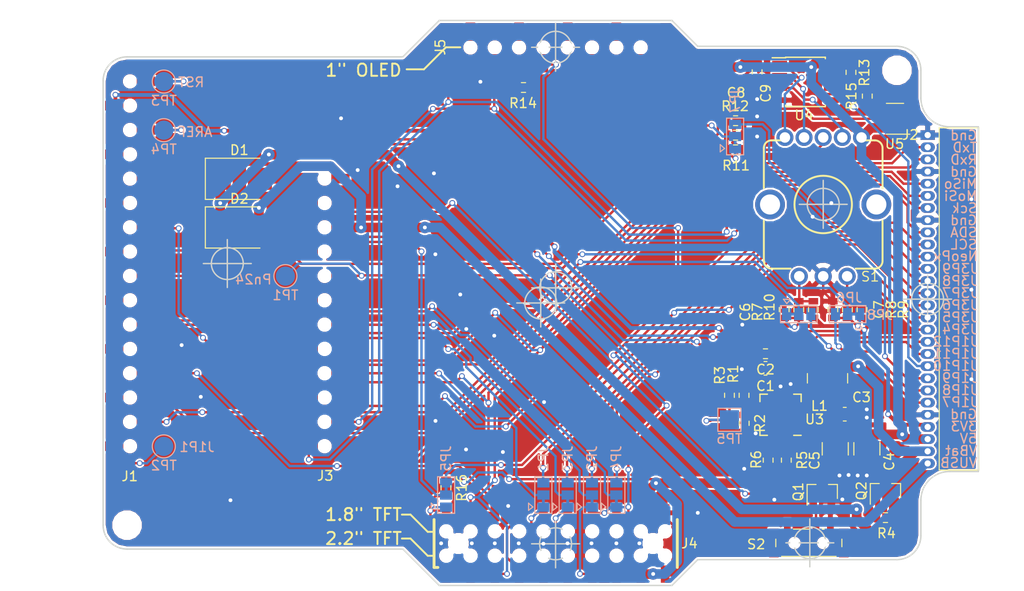
<source format=kicad_pcb>
(kicad_pcb (version 20171130) (host pcbnew "(5.1.4)-1")
  (layers (0 F.Cu signal) (31 B.Cu signal hide) (34 B.Paste user hide) (35 F.Paste user) (36 B.SilkS user hide) (37 F.SilkS user) (38 B.Mask user hide) (39 F.Mask user) (44 Edge.Cuts user))
  (net 0 "")
  (net 1 "Net-(S1-Pad1)")
  (net 2 "Net-(S1-Pad2)")
  (net 3 "Net-(S1-Pad4)")
  (net 4 SCK)
  (net 5 MOSI)
  (net 6 MISO)
  (net 7 GND)
  (net 8 +3V3)
  (net 9 SDA)
  (net 10 SCL)
  (net 11 "Net-(U3-Pad12)")
  (net 12 +BATT)
  (net 13 +5V)
  (net 14 ENABLE)
  (net 15 "Net-(R1-Pad2)")
  (net 16 "Net-(R10-Pad1)")
  (net 17 "Net-(R8-Pad1)")
  (net 18 "Net-(R13-Pad2)")
  (net 19 RxD)
  (net 20 TxD)
  (net 21 SW)
  (net 22 "Net-(R5-Pad2)")
  (net 23 "/Rotary Encoder/EncA")
  (net 24 "/Rotary Encoder/EncB")
  (net 25 "/Rotary Encoder/EncBtn")
  (net 26 /Displays/TFT_CS)
  (net 27 /Displays/TFT_DC)
  (net 28 /Displays/uSD_CS)
  (net 29 /Displays/TFT_RST)
  (net 30 /Displays/TFT_LITE)
  (net 31 /Power/~ENABLE~)
  (net 32 /NeoPx_In)
  (net 33 "/Rotary Encoder/ENC_SW")
  (net 34 "Net-(S2-Pad1)")
  (net 35 "Net-(R3-Pad2)")
  (net 36 /Power/VBATT_VUSB)
  (net 37 +BATT_SW)
  (net 38 VUSB)
  (net 39 "/Rotary Encoder/NeoPx_In_5V")
  (net 40 /NeoPx_Out)
  (net 41 "Net-(J3-Pad8)")
  (net 42 "Net-(J3-Pad9)")
  (net 43 "Net-(J5-Pad3)")
  (net 44 "Net-(J5-Pad5)")
  (net 45 "Net-(J5-Pad6)")
  (net 46 "Net-(R15-Pad1)")
  (net 47 "Net-(J3-Pad7)")
  (net 48 "Net-(J1-Pad7)")
  (net 49 "Net-(J1-Pad8)")
  (net 50 "Net-(J1-Pad9)")
  (net 51 /FTH_J1P11)
  (net 52 /FTH_J1P12)
  (net 53 "Net-(J1-Pad14)")
  (net 54 /FTH_J3P9)
  (net 55 /FTH_J3P8)
  (net 56 /FTH_J3P7)
  (net 57 /FTH_J3P6)
  (net 58 /FTH_J3P5)
  (net 59 /FTH_J3P4)
  (net 60 /FTH_J1P9)
  (net 61 /FTH_J1P8)
  (net 62 /FTH_J1P7)
  (net 63 "Net-(J3-Pad4)")
  (net 64 "Net-(J3-Pad6)")
  (net 65 /FTH_J3P10)
  (net 66 /FTH_J1P1)
  (net 67 /FTH_RST)
  (module MountingHole:MountingHole_2.7mm_M2.5_DIN965 (layer F.Cu) (at 120.353092 107.284179)
    (fp_text reference REF** hide)
    (fp_text value MountingHole_2.7mm_M2.5_DIN965)
    (pad 1 np_thru_hole circle (at 0 0) (size 2.7 2.7) (drill 2.7) (layers *.Cu *.Mask))
  )
  (module Button_Switch_SMD:SW_SPDT_PCM12 (layer F.Cu) (at 191.55 108.819179)
    (fp_text reference S2 (at -5.496908 0.465) (layer F.SilkS))
    (fp_text value PowerOnOff)
    (pad "" np_thru_hole circle (at -1.5 0.33) (size 0.9 0.9) (drill 0.9) (layers *.Cu *.Mask))
    (pad "" np_thru_hole circle (at 1.5 0.33) (size 0.9 0.9) (drill 0.9) (layers *.Cu *.Mask))
    (pad 1 smd rect (at -2.25 -1.43) (size 0.7 1.5) (layers F.Cu F.Paste F.Mask) (net 34 "Net-(S2-Pad1)"))
    (pad 2 smd rect (at 0.75 -1.43) (size 0.7 1.5) (layers F.Cu F.Paste F.Mask) (net 14 ENABLE))
    (pad 3 smd rect (at 2.25 -1.43) (size 0.7 1.5) (layers F.Cu F.Paste F.Mask) (net 7 GND))
    (pad "" smd rect (at -3.65 1.43) (size 1 0.8) (layers F.Cu F.Paste F.Mask))
    (pad "" smd rect (at 3.65 1.43) (size 1 0.8) (layers F.Cu F.Paste F.Mask))
    (pad "" smd rect (at 3.65 -0.78) (size 1 0.8) (layers F.Cu F.Paste F.Mask))
    (pad "" smd rect (at -3.65 -0.78) (size 1 0.8) (layers F.Cu F.Paste F.Mask))
  )
  (module MPE-Garry:098-3-020 (layer F.Cu) (at 165.113092 109.200179 90)
    (fp_text reference J4 (at 0 13.97 180) (layer F.SilkS))
    (fp_text value CONN_02X10)
    (pad "" np_thru_hole circle (at 1.27 11.43 90) (size 1.1 1.1) (drill 1.1) (layers *.Cu *.Mask))
    (pad "" np_thru_hole circle (at 1.27 8.89 90) (size 1.1 1.1) (drill 1.1) (layers *.Cu *.Mask))
    (pad "" np_thru_hole circle (at 1.27 6.35 90) (size 1.1 1.1) (drill 1.1) (layers *.Cu *.Mask))
    (pad "" np_thru_hole circle (at 1.27 3.81 90) (size 1.1 1.1) (drill 1.1) (layers *.Cu *.Mask))
    (pad "" np_thru_hole circle (at 1.27 1.27 90) (size 1.1 1.1) (drill 1.1) (layers *.Cu *.Mask))
    (pad "" np_thru_hole circle (at 1.27 -1.27 90) (size 1.1 1.1) (drill 1.1) (layers *.Cu *.Mask))
    (pad "" np_thru_hole circle (at 1.27 -3.81 90) (size 1.1 1.1) (drill 1.1) (layers *.Cu *.Mask))
    (pad "" np_thru_hole circle (at 1.27 -6.35 90) (size 1.1 1.1) (drill 1.1) (layers *.Cu *.Mask))
    (pad "" np_thru_hole circle (at 1.27 -8.89 90) (size 1.1 1.1) (drill 1.1) (layers *.Cu *.Mask))
    (pad "" np_thru_hole circle (at 1.27 -11.43 90) (size 1.1 1.1) (drill 1.1) (layers *.Cu *.Mask))
    (pad 1 smd rect (at -3.2 -11.43 90) (size 1.8 0.9) (layers F.Cu F.Paste F.Mask) (net 30 /Displays/TFT_LITE))
    (pad "" np_thru_hole circle (at -1.27 -11.43 90) (size 1.1 1.1) (drill 1.1) (layers *.Cu *.Mask))
    (pad "" np_thru_hole circle (at -1.27 -8.89 90) (size 1.1 1.1) (drill 1.1) (layers *.Cu *.Mask))
    (pad "" np_thru_hole circle (at -1.27 -6.35 90) (size 1.1 1.1) (drill 1.1) (layers *.Cu *.Mask))
    (pad "" np_thru_hole circle (at -1.27 -3.81 90) (size 1.1 1.1) (drill 1.1) (layers *.Cu *.Mask))
    (pad "" np_thru_hole circle (at -1.27 -1.27 90) (size 1.1 1.1) (drill 1.1) (layers *.Cu *.Mask))
    (pad "" np_thru_hole circle (at -1.27 1.27 90) (size 1.1 1.1) (drill 1.1) (layers *.Cu *.Mask))
    (pad "" np_thru_hole circle (at -1.27 3.81 90) (size 1.1 1.1) (drill 1.1) (layers *.Cu *.Mask))
    (pad "" np_thru_hole circle (at -1.27 6.35 90) (size 1.1 1.1) (drill 1.1) (layers *.Cu *.Mask))
    (pad "" np_thru_hole circle (at -1.27 8.89 90) (size 1.1 1.1) (drill 1.1) (layers *.Cu *.Mask))
    (pad "" np_thru_hole circle (at -1.27 11.43 90) (size 1.1 1.1) (drill 1.1) (layers *.Cu *.Mask))
    (pad 2 smd rect (at 3.2 -11.43 90) (size 1.8 0.9) (layers F.Cu F.Paste F.Mask) (net 30 /Displays/TFT_LITE))
    (pad 3 smd rect (at -3.2 -8.89 90) (size 1.8 0.9) (layers F.Cu F.Paste F.Mask) (net 6 MISO))
    (pad 4 smd rect (at 3.2 -8.89 90) (size 1.8 0.9) (layers F.Cu F.Paste F.Mask) (net 4 SCK))
    (pad 5 smd rect (at -3.2 -6.35 90) (size 1.8 0.9) (layers F.Cu F.Paste F.Mask) (net 4 SCK))
    (pad 6 smd rect (at 3.2 -6.35 90) (size 1.8 0.9) (layers F.Cu F.Paste F.Mask) (net 6 MISO))
    (pad 7 smd rect (at -3.2 -3.81 90) (size 1.8 0.9) (layers F.Cu F.Paste F.Mask) (net 5 MOSI))
    (pad 8 smd rect (at 3.2 -3.81 90) (size 1.8 0.9) (layers F.Cu F.Paste F.Mask) (net 5 MOSI))
    (pad 9 smd rect (at -3.2 -1.27 90) (size 1.8 0.9) (layers F.Cu F.Paste F.Mask) (net 26 /Displays/TFT_CS))
    (pad 10 smd rect (at 3.2 -1.27 90) (size 1.8 0.9) (layers F.Cu F.Paste F.Mask) (net 26 /Displays/TFT_CS))
    (pad 11 smd rect (at -3.2 1.27 90) (size 1.8 0.9) (layers F.Cu F.Paste F.Mask) (net 28 /Displays/uSD_CS))
    (pad 12 smd rect (at 3.2 1.27 90) (size 1.8 0.9) (layers F.Cu F.Paste F.Mask) (net 28 /Displays/uSD_CS))
    (pad 13 smd rect (at -3.2 3.81 90) (size 1.8 0.9) (layers F.Cu F.Paste F.Mask) (net 27 /Displays/TFT_DC))
    (pad 14 smd rect (at 3.2 3.81 90) (size 1.8 0.9) (layers F.Cu F.Paste F.Mask) (net 29 /Displays/TFT_RST))
    (pad 15 smd rect (at -3.2 6.35 90) (size 1.8 0.9) (layers F.Cu F.Paste F.Mask) (net 29 /Displays/TFT_RST))
    (pad 16 smd rect (at 3.2 6.35 90) (size 1.8 0.9) (layers F.Cu F.Paste F.Mask) (net 27 /Displays/TFT_DC))
    (pad 17 smd rect (at -3.2 8.89 90) (size 1.8 0.9) (layers F.Cu F.Paste F.Mask) (net 13 +5V))
    (pad 18 smd rect (at 3.2 8.89 90) (size 1.8 0.9) (layers F.Cu F.Paste F.Mask) (net 13 +5V))
    (pad 19 smd rect (at -3.2 11.43 90) (size 1.8 0.9) (layers F.Cu F.Paste F.Mask) (net 7 GND))
    (pad 20 smd rect (at 3.2 11.43 90) (size 1.8 0.9) (layers F.Cu F.Paste F.Mask) (net 7 GND))
    (pad "" np_thru_hole circle (at 0 -10.16 90) (size 1.8 1.8) (drill 1.8) (layers *.Cu *.Mask))
    (pad "" np_thru_hole circle (at 0 10.16 90) (size 1.8 1.8) (drill 1.8) (layers *.Cu *.Mask))
  )
  (module Switches:ENCODER_LED_3 (layer F.Cu) (at 193.05 73.8)
    (fp_text reference S1 (at 4.903092 7.534179) (layer F.SilkS) (effects (font (thickness 0.127))))
    (fp_text value ENCODER-RGB-SWITCH hide)
    (pad 1 thru_hole circle (at -3.99796 -6.9977) (size 1.778 1.778) (drill 1.09982) (layers *.Cu *.Mask) (net 1 "Net-(S1-Pad1)"))
    (pad 2 thru_hole circle (at -1.99898 -6.9977) (size 1.778 1.778) (drill 1.09982) (layers *.Cu *.Mask) (net 2 "Net-(S1-Pad2)"))
    (pad 3 thru_hole circle (at 0 -6.9977) (size 1.778 1.778) (drill 1.09982) (layers *.Cu *.Mask) (net 33 "/Rotary Encoder/ENC_SW"))
    (pad 4 thru_hole circle (at 1.99898 -6.9977) (size 1.778 1.778) (drill 1.09982) (layers *.Cu *.Mask) (net 3 "Net-(S1-Pad4)"))
    (pad 5 thru_hole circle (at 3.99796 -6.9977) (size 1.778 1.778) (drill 1.09982) (layers *.Cu *.Mask) (net 13 +5V))
    (pad A thru_hole circle (at -2.49936 7.49808) (size 1.79832 1.79832) (drill 1.09982) (layers *.Cu *.Mask) (net 16 "Net-(R10-Pad1)"))
    (pad B thru_hole circle (at 2.49936 7.49808) (size 1.79832 1.79832) (drill 1.09982) (layers *.Cu *.Mask) (net 17 "Net-(R8-Pad1)"))
    (pad C thru_hole circle (at 0 7.49808) (size 1.79832 1.79832) (drill 1.09982) (layers *.Cu *.Mask) (net 7 GND))
    (pad M1 thru_hole circle (at -5.5499 0) (size 3.11404 3.11404) (drill 2.09804) (layers *.Cu *.Mask))
    (pad M2 thru_hole circle (at 5.5499 0) (size 3.11404 3.11404) (drill 2.09804) (layers *.Cu *.Mask))
  )
  (module Jumper:SolderJumper_01x03_NONC (layer B.Cu) (at 153.67 104.14 90)
    (fp_text reference JP5 (at 3.81 0 90) (layer B.SilkS) (effects (justify mirror)))
    (fp_text value NONC)
    (fp_line (start 0 0) (end 1.27 0) (layer B.Cu) (width 0.3))
    (pad 1 smd rect (at -1.27 0) (size 1.27 0.97) (layers B.Cu B.Mask) (net 30 /Displays/TFT_LITE))
    (pad 2 smd rect (at 0 0) (size 1.27 0.97) (layers B.Cu B.Mask) (net 63 "Net-(J3-Pad4)"))
    (pad 3 smd rect (at 1.27 0) (size 1.27 0.97) (layers B.Cu B.Mask) (net 59 /FTH_J3P4))
  )
  (module Resistor_SMD:R_0603_1608Metric (layer F.Cu) (at 184.8 96.65 270)
    (fp_text reference R2 (at 0 -1.65 270) (layer F.SilkS))
    (fp_text value 480k)
    (pad 1 smd rect (at -0.875 0 270) (size 0.67 1) (layers F.Cu F.Paste F.Mask) (net 15 "Net-(R1-Pad2)"))
    (pad 2 smd rect (at 0.875 0 270) (size 0.67 1) (layers F.Cu F.Paste F.Mask) (net 7 GND))
  )
  (module Capacitor_SMD:C_0603_1608Metric (layer F.Cu) (at 187.023 89.385 180)
    (fp_text reference C2 (at 0 -1.65 180) (layer F.SilkS))
    (fp_text value 0.1uF)
    (pad 1 smd rect (at -0.875 0 180) (size 0.67 1) (layers F.Cu F.Paste F.Mask) (net 37 +BATT_SW))
    (pad 2 smd rect (at 0.875 0 180) (size 0.67 1) (layers F.Cu F.Paste F.Mask) (net 7 GND))
  )
  (module Resistor_SMD:R_0603_1608Metric (layer F.Cu) (at 184.785 93.726 270)
    (fp_text reference R1 (at -2.241821 1.131908 270) (layer F.SilkS))
    (fp_text value 2M)
    (pad 1 smd rect (at -0.875 0 270) (size 0.67 1) (layers F.Cu F.Paste F.Mask) (net 37 +BATT_SW))
    (pad 2 smd rect (at 0.875 0 270) (size 0.67 1) (layers F.Cu F.Paste F.Mask) (net 15 "Net-(R1-Pad2)"))
  )
  (module Resistor_SMD:R_0603_1608Metric (layer F.Cu) (at 183.261 93.726 270)
    (fp_text reference R3 (at -2.091821 1.007908 270) (layer F.SilkS))
    (fp_text value 100k)
    (pad 1 smd rect (at -0.875 0 270) (size 0.67 1) (layers F.Cu F.Paste F.Mask) (net 37 +BATT_SW))
    (pad 2 smd rect (at 0.875 0 270) (size 0.67 1) (layers F.Cu F.Paste F.Mask) (net 35 "Net-(R3-Pad2)"))
  )
  (module Resistor_SMD:R_0603_1608Metric (layer F.Cu) (at 199.55 106.5)
    (fp_text reference R4 (at 0.103092 1.634179) (layer F.SilkS))
    (fp_text value 100k)
    (pad 1 smd rect (at -0.875 0) (size 0.67 1) (layers F.Cu F.Paste F.Mask) (net 31 /Power/~ENABLE~))
    (pad 2 smd rect (at 0.875 0) (size 0.67 1) (layers F.Cu F.Paste F.Mask) (net 36 /Power/VBATT_VUSB))
  )
  (module Capacitor_SMD:C_0603_1608Metric (layer F.Cu) (at 188.976 84.776 90)
    (fp_text reference C6 (at -0.254 -4.064 90) (layer F.SilkS))
    (fp_text value 10n)
    (pad 1 smd rect (at -0.875 0 90) (size 0.67 1) (layers F.Cu F.Paste F.Mask) (net 23 "/Rotary Encoder/EncA"))
    (pad 2 smd rect (at 0.875 0 90) (size 0.67 1) (layers F.Cu F.Paste F.Mask) (net 7 GND))
  )
  (module Capacitor_SMD:C_0603_1608Metric (layer F.Cu) (at 194.056 84.776 90)
    (fp_text reference C7 (at 0 4.826 90) (layer F.SilkS))
    (fp_text value 10n)
    (pad 1 smd rect (at -0.875 0 90) (size 0.67 1) (layers F.Cu F.Paste F.Mask) (net 24 "/Rotary Encoder/EncB"))
    (pad 2 smd rect (at 0.875 0 90) (size 0.67 1) (layers F.Cu F.Paste F.Mask) (net 7 GND))
  )
  (module Capacitor_SMD:C_0603_1608Metric (layer F.Cu) (at 183.9 65.05)
    (fp_text reference C8 (at 0.053092 -2.915821) (layer F.SilkS))
    (fp_text value 10n)
    (pad 1 smd rect (at -0.875 0) (size 0.67 1) (layers F.Cu F.Paste F.Mask) (net 25 "/Rotary Encoder/EncBtn"))
    (pad 2 smd rect (at 0.875 0) (size 0.67 1) (layers F.Cu F.Paste F.Mask) (net 7 GND))
  )
  (module Capacitor_SMD:C_0603_1608Metric (layer F.Cu) (at 186.15 59.95 270)
    (fp_text reference C9 (at 2.234179 -0.903092 270) (layer F.SilkS))
    (fp_text value 100n)
    (pad 1 smd rect (at -0.875 0 270) (size 0.67 1) (layers F.Cu F.Paste F.Mask) (net 13 +5V))
    (pad 2 smd rect (at 0.875 0 270) (size 0.67 1) (layers F.Cu F.Paste F.Mask) (net 7 GND))
  )
  (module Package_TO_SOT_SMD:SOT-23 (layer F.Cu) (at 192.95 103.8 90)
    (fp_text reference Q1 (at 0 -2.5 90) (layer F.SilkS))
    (fp_text value BSS138)
    (pad 1 smd rect (at -1 -0.95 90) (size 0.9 0.8) (layers F.Cu F.Paste F.Mask) (net 14 ENABLE))
    (pad 2 smd rect (at -1 0.95 90) (size 0.9 0.8) (layers F.Cu F.Paste F.Mask) (net 7 GND))
    (pad 3 smd rect (at 1 0 90) (size 0.9 0.8) (layers F.Cu F.Paste F.Mask) (net 31 /Power/~ENABLE~))
  )
  (module Package_TO_SOT_SMD:SOT-23 (layer F.Cu) (at 199.55 103.7 90)
    (fp_text reference Q2 (at 0 -2.5 90) (layer F.SilkS))
    (fp_text value DMG3415U)
    (pad 1 smd rect (at -1 -0.95 90) (size 0.9 0.8) (layers F.Cu F.Paste F.Mask) (net 31 /Power/~ENABLE~))
    (pad 2 smd rect (at -1 0.95 90) (size 0.9 0.8) (layers F.Cu F.Paste F.Mask) (net 36 /Power/VBATT_VUSB))
    (pad 3 smd rect (at 1 0 90) (size 0.9 0.8) (layers F.Cu F.Paste F.Mask) (net 37 +BATT_SW))
  )
  (module Resistor_SMD:R_0603_1608Metric (layer F.Cu) (at 190.5 84.776 270)
    (fp_text reference R7 (at 0.254 4.318 270) (layer F.SilkS))
    (fp_text value 10k)
    (pad 1 smd rect (at -0.875 0 270) (size 0.67 1) (layers F.Cu F.Paste F.Mask) (net 16 "Net-(R10-Pad1)"))
    (pad 2 smd rect (at 0.875 0 270) (size 0.67 1) (layers F.Cu F.Paste F.Mask) (net 23 "/Rotary Encoder/EncA"))
  )
  (module Resistor_SMD:R_0603_1608Metric (layer F.Cu) (at 195.58 84.776 270)
    (fp_text reference R8 (at 0 -4.572 270) (layer F.SilkS))
    (fp_text value 10k)
    (pad 1 smd rect (at -0.875 0 270) (size 0.67 1) (layers F.Cu F.Paste F.Mask) (net 17 "Net-(R8-Pad1)"))
    (pad 2 smd rect (at 0.875 0 270) (size 0.67 1) (layers F.Cu F.Paste F.Mask) (net 24 "/Rotary Encoder/EncB"))
  )
  (module Resistor_SMD:R_0603_1608Metric (layer F.Cu) (at 197.104 84.776 270)
    (fp_text reference R9 (at 0 -4.318 270) (layer F.SilkS))
    (fp_text value 10k)
    (pad 1 smd rect (at -0.875 0 270) (size 0.67 1) (layers F.Cu F.Paste F.Mask) (net 17 "Net-(R8-Pad1)"))
    (pad 2 smd rect (at 0.875 0 270) (size 0.67 1) (layers F.Cu F.Paste F.Mask) (net 8 +3V3))
  )
  (module Resistor_SMD:R_0603_1608Metric (layer F.Cu) (at 192.024 84.776 270)
    (fp_text reference R10 (at -0.254 4.572 270) (layer F.SilkS))
    (fp_text value 10k)
    (pad 1 smd rect (at -0.875 0 270) (size 0.67 1) (layers F.Cu F.Paste F.Mask) (net 16 "Net-(R10-Pad1)"))
    (pad 2 smd rect (at 0.875 0 270) (size 0.67 1) (layers F.Cu F.Paste F.Mask) (net 8 +3V3))
  )
  (module Resistor_SMD:R_0603_1608Metric (layer F.Cu) (at 183.896 68.09)
    (fp_text reference R11 (at 0.057092 1.644179) (layer F.SilkS))
    (fp_text value 10k)
    (pad 1 smd rect (at -0.875 0) (size 0.67 1) (layers F.Cu F.Paste F.Mask) (net 25 "/Rotary Encoder/EncBtn"))
    (pad 2 smd rect (at 0.875 0) (size 0.67 1) (layers F.Cu F.Paste F.Mask) (net 33 "/Rotary Encoder/ENC_SW"))
  )
  (module Resistor_SMD:R_0603_1608Metric (layer F.Cu) (at 183.896 66.566 180)
    (fp_text reference R12 (at 0.042908 3.031821 180) (layer F.SilkS))
    (fp_text value 15k)
    (pad 1 smd rect (at -0.875 0 180) (size 0.67 1) (layers F.Cu F.Paste F.Mask) (net 7 GND))
    (pad 2 smd rect (at 0.875 0 180) (size 0.67 1) (layers F.Cu F.Paste F.Mask) (net 25 "/Rotary Encoder/EncBtn"))
  )
  (module Resistor_SMD:R_0603_1608Metric (layer F.Cu) (at 195.95 60 270)
    (fp_text reference R13 (at 0.034179 -1.403092 270) (layer F.SilkS))
    (fp_text value 0r)
    (pad 1 smd rect (at -0.875 0 270) (size 0.67 1) (layers F.Cu F.Paste F.Mask) (net 13 +5V))
    (pad 2 smd rect (at 0.875 0 270) (size 0.67 1) (layers F.Cu F.Paste F.Mask) (net 18 "Net-(R13-Pad2)"))
  )
  (module Package_DFN_QFN:QFN-16-1EP_4x4mm_P0.65mm (layer F.Cu) (at 188.595 95.758 180)
    (fp_text reference U3 (at -3.558092 -0.476179 180) (layer F.SilkS))
    (fp_text value TPS6103x)
    (pad 1 smd rect (at -2 -0.975 180) (size 0.8 0.35) (layers F.Cu F.Paste F.Mask) (net 13 +5V))
    (pad 2 smd rect (at -2 -0.325 180) (size 0.8 0.35) (layers F.Cu F.Paste F.Mask))
    (pad 3 smd rect (at -2 0.325 180) (size 0.8 0.35) (layers F.Cu F.Paste F.Mask) (net 21 SW))
    (pad 4 smd rect (at -2 0.975 180) (size 0.8 0.35) (layers F.Cu F.Paste F.Mask) (net 21 SW))
    (pad 5 smd rect (at -0.975 2 270) (size 0.8 0.35) (layers F.Cu F.Paste F.Mask) (net 7 GND))
    (pad 6 smd rect (at -0.325 2 270) (size 0.8 0.35) (layers F.Cu F.Paste F.Mask) (net 7 GND))
    (pad 7 smd rect (at 0.325 2 270) (size 0.8 0.35) (layers F.Cu F.Paste F.Mask) (net 7 GND))
    (pad 8 smd rect (at 0.975 2 270) (size 0.8 0.35) (layers F.Cu F.Paste F.Mask) (net 37 +BATT_SW))
    (pad 9 smd rect (at 2 0.975 180) (size 0.8 0.35) (layers F.Cu F.Paste F.Mask) (net 15 "Net-(R1-Pad2)"))
    (pad 10 smd rect (at 2 0.325 180) (size 0.8 0.35) (layers F.Cu F.Paste F.Mask) (net 7 GND))
    (pad 11 smd rect (at 2 -0.325 180) (size 0.8 0.35) (layers F.Cu F.Paste F.Mask) (net 35 "Net-(R3-Pad2)"))
    (pad 12 smd rect (at 2 -0.975 180) (size 0.8 0.35) (layers F.Cu F.Paste F.Mask) (net 11 "Net-(U3-Pad12)"))
    (pad 13 smd rect (at 0.975 -2 270) (size 0.8 0.35) (layers F.Cu F.Paste F.Mask) (net 7 GND))
    (pad 14 smd rect (at 0.325 -2 270) (size 0.8 0.35) (layers F.Cu F.Paste F.Mask) (net 22 "Net-(R5-Pad2)"))
    (pad 15 smd rect (at -0.325 -2 270) (size 0.8 0.35) (layers F.Cu F.Paste F.Mask) (net 13 +5V))
    (pad 16 smd rect (at -0.975 -2 270) (size 0.8 0.35) (layers F.Cu F.Paste F.Mask) (net 13 +5V))
    (pad 17 smd rect (at 0.625 0.625 180) (size 1.25 1.25) (layers F.Cu F.Paste F.Mask) (net 7 GND))
    (pad 17 smd rect (at 0.625 -0.625 180) (size 1.25 1.25) (layers F.Cu F.Paste F.Mask) (net 7 GND))
    (pad 17 smd rect (at -0.625 0.625 180) (size 1.25 1.25) (layers F.Cu F.Paste F.Mask) (net 7 GND))
    (pad 17 smd rect (at -0.625 -0.625 180) (size 1.25 1.25) (layers F.Cu F.Paste F.Mask) (net 7 GND))
  )
  (module Resistor_SMD:R_0603_1608Metric (layer F.Cu) (at 189.2 100.5 270)
    (fp_text reference R5 (at 0 -1.65 270) (layer F.SilkS))
    (fp_text value 1.6M)
    (pad 1 smd rect (at -0.875 0 270) (size 0.67 1) (layers F.Cu F.Paste F.Mask) (net 13 +5V))
    (pad 2 smd rect (at 0.875 0 270) (size 0.67 1) (layers F.Cu F.Paste F.Mask) (net 22 "Net-(R5-Pad2)"))
  )
  (module Resistor_SMD:R_0603_1608Metric (layer F.Cu) (at 187.3 100.5 90)
    (fp_text reference R6 (at 0.065821 -1.246908 90) (layer F.SilkS))
    (fp_text value 180k)
    (pad 1 smd rect (at -0.875 0 90) (size 0.67 1) (layers F.Cu F.Paste F.Mask) (net 22 "Net-(R5-Pad2)"))
    (pad 2 smd rect (at 0.875 0 90) (size 0.67 1) (layers F.Cu F.Paste F.Mask) (net 7 GND))
  )
  (module Resistor_SMD:R_0603_1608Metric (layer F.Cu) (at 161.753092 61.584179)
    (fp_text reference R14 (at -0.046908 1.634179) (layer F.SilkS))
    (fp_text value 0r)
    (pad 1 smd rect (at -0.875 0) (size 0.67 1) (layers F.Cu F.Paste F.Mask) (net 43 "Net-(J5-Pad3)"))
    (pad 2 smd rect (at 0.875 0) (size 0.67 1) (layers F.Cu F.Paste F.Mask) (net 7 GND))
  )
  (module Capacitor_SMD:C_0805_2012Metric (layer F.Cu) (at 195.3 95.7)
    (fp_text reference C3 (at 1.753092 -1.765821) (layer F.SilkS))
    (fp_text value 2.2uF)
    (pad 1 smd rect (at -0.955 0) (size 0.97 1.5) (layers F.Cu F.Paste F.Mask) (net 13 +5V))
    (pad 2 smd rect (at 0.955 0) (size 0.97 1.5) (layers F.Cu F.Paste F.Mask) (net 7 GND))
  )
  (module Inductor_SMD:L_Wuerth_MAPI-4030 (layer F.Cu) (at 193.5 91.95 270)
    (fp_text reference L1 (at 2.884179 0.846908) (layer F.SilkS))
    (fp_text value 6.8uH)
    (pad 1 smd rect (at -1.185 0 270) (size 0.98 3.7) (layers F.Cu F.Paste F.Mask) (net 37 +BATT_SW))
    (pad 2 smd rect (at 1.185 0 270) (size 0.98 3.7) (layers F.Cu F.Paste F.Mask) (net 21 SW))
  )
  (module Capacitor_SMD:C_0805_2012Metric (layer F.Cu) (at 187.023 90.909 180)
    (fp_text reference C1 (at 0 -1.85 180) (layer F.SilkS))
    (fp_text value 10uF)
    (pad 1 smd rect (at -0.955 0 180) (size 0.97 1.5) (layers F.Cu F.Paste F.Mask) (net 37 +BATT_SW))
    (pad 2 smd rect (at 0.955 0 180) (size 0.97 1.5) (layers F.Cu F.Paste F.Mask) (net 7 GND))
  )
  (module TestPoint:TestPoint_Pad_D2.0mm (layer B.Cu) (at 136.89 81.28)
    (fp_text reference TP1 (at 0 1.998) (layer B.SilkS) (effects (justify mirror)))
    (fp_text value Pn24 (at -3.336908 0.354179) (layer B.SilkS) (effects (justify mirror)))
    (pad 1 smd circle (at 0 0) (size 2 2) (layers B.Cu B.Mask) (net 58 /FTH_J3P5))
  )
  (module TestPoint:TestPoint_Pad_D2.0mm (layer B.Cu) (at 124.19 99.06)
    (fp_text reference TP2 (at 0 1.998) (layer B.SilkS) (effects (justify mirror)))
    (fp_text value J1P1 (at 3.463092 0.074179) (layer B.SilkS) (effects (justify mirror)))
    (pad 1 smd circle (at 0 0) (size 2 2) (layers B.Cu B.Mask) (net 66 /FTH_J1P1))
  )
  (module TestPoint:TestPoint_Pad_D2.0mm (layer B.Cu) (at 124.19 60.96)
    (fp_text reference TP3 (at 0 1.998) (layer B.SilkS) (effects (justify mirror)))
    (fp_text value RST (at 2.863092 0.074179) (layer B.SilkS) (effects (justify mirror)))
    (pad 1 smd circle (at 0 0) (size 2 2) (layers B.Cu B.Mask) (net 67 /FTH_RST))
  )
  (module TestPoint:TestPoint_Pad_D2.0mm (layer B.Cu) (at 124.19 66.04)
    (fp_text reference TP4 (at 0 1.998) (layer B.SilkS) (effects (justify mirror)))
    (fp_text value AREF (at 3.263092 0.194179) (layer B.SilkS) (effects (justify mirror)))
    (pad 1 smd circle (at 0 0) (size 2 2) (layers B.Cu B.Mask) (net 53 "Net-(J1-Pad14)"))
  )
  (module Package_TO_SOT_SMD:SOT-23-5 (layer F.Cu) (at 200.55 64.85 180)
    (fp_text reference U5 (at 0.046908 -2.634179 180) (layer F.SilkS))
    (fp_text value SN74AHCT1G125)
    (pad 1 smd rect (at -1.1 -0.95 180) (size 1.06 0.65) (layers F.Cu F.Paste F.Mask) (net 7 GND))
    (pad 2 smd rect (at -1.1 0 180) (size 1.06 0.65) (layers F.Cu F.Paste F.Mask) (net 32 /NeoPx_In))
    (pad 3 smd rect (at -1.1 0.95 180) (size 1.06 0.65) (layers F.Cu F.Paste F.Mask) (net 7 GND))
    (pad 4 smd rect (at 1.1 0.95 180) (size 1.06 0.65) (layers F.Cu F.Paste F.Mask) (net 46 "Net-(R15-Pad1)"))
    (pad 5 smd rect (at 1.1 -0.95 180) (size 1.06 0.65) (layers F.Cu F.Paste F.Mask) (net 13 +5V))
  )
  (module Capacitor_SMD:C_1210_3225Metric (layer F.Cu) (at 197.612 99.314 270)
    (fp_text reference C4 (at 1.320179 -2.341092 270) (layer F.SilkS))
    (fp_text value 100uF)
    (pad 1 smd rect (at -1.505 0 270) (size 1.07 2.7) (layers F.Cu F.Paste F.Mask) (net 13 +5V))
    (pad 2 smd rect (at 1.505 0 270) (size 1.07 2.7) (layers F.Cu F.Paste F.Mask) (net 7 GND))
  )
  (module Capacitor_SMD:C_1210_3225Metric (layer F.Cu) (at 194.31 99.314 270)
    (fp_text reference C5 (at 1.220179 2.156908 270) (layer F.SilkS))
    (fp_text value 100uF)
    (pad 1 smd rect (at -1.505 0 270) (size 1.07 2.7) (layers F.Cu F.Paste F.Mask) (net 13 +5V))
    (pad 2 smd rect (at 1.505 0 270) (size 1.07 2.7) (layers F.Cu F.Paste F.Mask) (net 7 GND))
  )
  (module Package_SOIC:SOIC-8_3.9x4.9mm_P1.27mm (layer F.Cu) (at 191.2 61)
    (fp_text reference U4 (at -0.146908 3.484179) (layer F.SilkS))
    (fp_text value WS2811)
    (pad 1 smd rect (at -2.7 -1.905) (size 1.55 0.6) (layers F.Cu F.Paste F.Mask) (net 1 "Net-(S1-Pad1)"))
    (pad 2 smd rect (at -2.7 -0.635) (size 1.55 0.6) (layers F.Cu F.Paste F.Mask) (net 2 "Net-(S1-Pad2)"))
    (pad 3 smd rect (at -2.7 0.635) (size 1.55 0.6) (layers F.Cu F.Paste F.Mask) (net 3 "Net-(S1-Pad4)"))
    (pad 4 smd rect (at -2.7 1.905) (size 1.55 0.6) (layers F.Cu F.Paste F.Mask) (net 7 GND))
    (pad 5 smd rect (at 2.7 1.905) (size 1.55 0.6) (layers F.Cu F.Paste F.Mask) (net 40 /NeoPx_Out))
    (pad 6 smd rect (at 2.7 0.635) (size 1.55 0.6) (layers F.Cu F.Paste F.Mask) (net 39 "/Rotary Encoder/NeoPx_In_5V"))
    (pad 7 smd rect (at 2.7 -0.635) (size 1.55 0.6) (layers F.Cu F.Paste F.Mask) (net 18 "Net-(R13-Pad2)"))
    (pad 8 smd rect (at 2.7 -1.905) (size 1.55 0.6) (layers F.Cu F.Paste F.Mask) (net 13 +5V))
  )
  (module Jumper:SolderJumper_01x03_NCNO (layer B.Cu) (at 163.83 104.14 90)
    (fp_text reference JP1 (at 3.81 0 90) (layer B.SilkS) (effects (justify mirror)))
    (fp_text value NCNO)
    (fp_line (start -1.27 0) (end 0 0) (layer B.Cu) (width 0.3))
    (pad 1 smd rect (at -1.27 0) (size 1.27 0.97) (layers B.Cu B.Mask) (net 26 /Displays/TFT_CS))
    (pad 2 smd rect (at 0 0) (size 1.27 0.97) (layers B.Cu B.Mask) (net 42 "Net-(J3-Pad9)"))
    (pad 3 smd rect (at 1.27 0) (size 1.27 0.97) (layers B.Cu B.Mask) (net 54 /FTH_J3P9))
  )
  (module Jumper:SolderJumper_01x03_NCNO (layer B.Cu) (at 195.6 85.25 180)
    (fp_text reference JP8 (at -3.353092 -0.084179 180) (layer B.SilkS) (effects (justify mirror)))
    (fp_text value NCNO)
    (fp_line (start -1.27 0) (end 0 0) (layer B.Cu) (width 0.3))
    (pad 1 smd rect (at -1.27 0 90) (size 1.27 0.97) (layers B.Cu B.Mask) (net 24 "/Rotary Encoder/EncB"))
    (pad 2 smd rect (at 0 0 90) (size 1.27 0.97) (layers B.Cu B.Mask) (net 49 "Net-(J1-Pad8)"))
    (pad 3 smd rect (at 1.27 0 90) (size 1.27 0.97) (layers B.Cu B.Mask) (net 61 /FTH_J1P8))
  )
  (module Jumper:SolderJumper_01x03_NCNO (layer B.Cu) (at 183.85 66.7 90)
    (fp_text reference JP7 (at 3.81 0 90) (layer B.SilkS) (effects (justify mirror)))
    (fp_text value NCNO)
    (fp_line (start -1.27 0) (end 0 0) (layer B.Cu) (width 0.3))
    (pad 1 smd rect (at -1.27 0) (size 1.27 0.97) (layers B.Cu B.Mask) (net 25 "/Rotary Encoder/EncBtn"))
    (pad 2 smd rect (at 0 0) (size 1.27 0.97) (layers B.Cu B.Mask) (net 50 "Net-(J1-Pad9)"))
    (pad 3 smd rect (at 1.27 0) (size 1.27 0.97) (layers B.Cu B.Mask) (net 60 /FTH_J1P9))
  )
  (module Jumper:SolderJumper_01x03_NCNO (layer B.Cu) (at 190.5 85.25)
    (fp_text reference JP6 (at 5.253092 -1.715821) (layer B.SilkS) (effects (justify mirror)))
    (fp_text value NCNO)
    (fp_line (start -1.27 0) (end 0 0) (layer B.Cu) (width 0.3))
    (pad 1 smd rect (at -1.27 0 270) (size 1.27 0.97) (layers B.Cu B.Mask) (net 23 "/Rotary Encoder/EncA"))
    (pad 2 smd rect (at 0 0 270) (size 1.27 0.97) (layers B.Cu B.Mask) (net 48 "Net-(J1-Pad7)"))
    (pad 3 smd rect (at 1.27 0 270) (size 1.27 0.97) (layers B.Cu B.Mask) (net 62 /FTH_J1P7))
  )
  (module Jumper:SolderJumper_01x03_NCNO (layer B.Cu) (at 171.45 104.14 90)
    (fp_text reference JP4 (at 3.81 0 90) (layer B.SilkS) (effects (justify mirror)))
    (fp_text value NCNO)
    (fp_line (start -1.27 0) (end 0 0) (layer B.Cu) (width 0.3))
    (pad 1 smd rect (at -1.27 0) (size 1.27 0.97) (layers B.Cu B.Mask) (net 29 /Displays/TFT_RST))
    (pad 2 smd rect (at 0 0) (size 1.27 0.97) (layers B.Cu B.Mask) (net 64 "Net-(J3-Pad6)"))
    (pad 3 smd rect (at 1.27 0) (size 1.27 0.97) (layers B.Cu B.Mask) (net 57 /FTH_J3P6))
  )
  (module Jumper:SolderJumper_01x03_NCNO (layer B.Cu) (at 166.37 104.14 90)
    (fp_text reference JP3 (at 3.81 0 90) (layer B.SilkS) (effects (justify mirror)))
    (fp_text value NCNO)
    (fp_line (start -1.27 0) (end 0 0) (layer B.Cu) (width 0.3))
    (pad 1 smd rect (at -1.27 0) (size 1.27 0.97) (layers B.Cu B.Mask) (net 28 /Displays/uSD_CS))
    (pad 2 smd rect (at 0 0) (size 1.27 0.97) (layers B.Cu B.Mask) (net 41 "Net-(J3-Pad8)"))
    (pad 3 smd rect (at 1.27 0) (size 1.27 0.97) (layers B.Cu B.Mask) (net 55 /FTH_J3P8))
  )
  (module Jumper:SolderJumper_01x03_NCNO (layer B.Cu) (at 168.91 104.14 90)
    (fp_text reference JP2 (at 3.81 0 90) (layer B.SilkS) (effects (justify mirror)))
    (fp_text value NCNO)
    (fp_line (start -1.27 0) (end 0 0) (layer B.Cu) (width 0.3))
    (pad 1 smd rect (at -1.27 0) (size 1.27 0.97) (layers B.Cu B.Mask) (net 27 /Displays/TFT_DC))
    (pad 2 smd rect (at 0 0) (size 1.27 0.97) (layers B.Cu B.Mask) (net 47 "Net-(J3-Pad7)"))
    (pad 3 smd rect (at 1.27 0) (size 1.27 0.97) (layers B.Cu B.Mask) (net 56 /FTH_J3P7))
  )
  (module MPE-Garry:098-1-012 (layer F.Cu) (at 140.983092 71.100179)
    (fp_text reference J3 (at 0.07 31.034) (layer F.SilkS))
    (fp_text value CONN_01X12)
    (pad 1 smd rect (at 1.65 0) (size 1.9 1) (layers F.Cu F.Paste F.Mask) (net 12 +BATT) (clearance 0.1))
    (pad 2 smd rect (at -1.65 2.54) (size 1.9 1) (layers F.Cu F.Paste F.Mask) (net 14 ENABLE) (clearance 0.1))
    (pad 3 smd rect (at 1.65 5.08) (size 1.9 1) (layers F.Cu F.Paste F.Mask) (net 38 VUSB) (clearance 0.1))
    (pad 4 smd rect (at -1.65 7.62) (size 1.9 1) (layers F.Cu F.Paste F.Mask) (net 63 "Net-(J3-Pad4)") (clearance 0.1))
    (pad 5 smd rect (at 1.65 10.16) (size 1.9 1) (layers F.Cu F.Paste F.Mask) (net 58 /FTH_J3P5) (clearance 0.1))
    (pad 6 smd rect (at -1.65 12.7) (size 1.9 1) (layers F.Cu F.Paste F.Mask) (net 64 "Net-(J3-Pad6)") (clearance 0.1))
    (pad 7 smd rect (at 1.65 15.24) (size 1.9 1) (layers F.Cu F.Paste F.Mask) (net 47 "Net-(J3-Pad7)") (clearance 0.1))
    (pad 8 smd rect (at -1.65 17.78) (size 1.9 1) (layers F.Cu F.Paste F.Mask) (net 41 "Net-(J3-Pad8)") (clearance 0.1))
    (pad 9 smd rect (at 1.65 20.32) (size 1.9 1) (layers F.Cu F.Paste F.Mask) (net 42 "Net-(J3-Pad9)") (clearance 0.1))
    (pad 10 smd rect (at -1.65 22.86) (size 1.9 1) (layers F.Cu F.Paste F.Mask) (net 65 /FTH_J3P10) (clearance 0.1))
    (pad 11 smd rect (at 1.65 25.4) (size 1.9 1) (layers F.Cu F.Paste F.Mask) (net 10 SCL) (clearance 0.1))
    (pad 12 smd rect (at -1.65 27.94) (size 1.9 1) (layers F.Cu F.Paste F.Mask) (net 9 SDA) (clearance 0.1))
    (pad "" np_thru_hole circle (at 0 0) (size 1.1 1.1) (drill 1.1) (layers *.Cu *.Mask) (clearance 0.1))
    (pad "" np_thru_hole circle (at 0 2.54) (size 1.1 1.1) (drill 1.1) (layers *.Cu *.Mask) (clearance 0.1))
    (pad "" np_thru_hole circle (at 0 5.08) (size 1.1 1.1) (drill 1.1) (layers *.Cu *.Mask) (clearance 0.1))
    (pad "" np_thru_hole circle (at 0 7.62) (size 1.1 1.1) (drill 1.1) (layers *.Cu *.Mask) (clearance 0.1))
    (pad "" np_thru_hole circle (at 0 10.16) (size 1.1 1.1) (drill 1.1) (layers *.Cu *.Mask) (clearance 0.1))
    (pad "" np_thru_hole circle (at 0 12.7) (size 1.1 1.1) (drill 1.1) (layers *.Cu *.Mask) (clearance 0.1))
    (pad "" np_thru_hole circle (at 0 15.24) (size 1.1 1.1) (drill 1.1) (layers *.Cu *.Mask) (clearance 0.1))
    (pad "" np_thru_hole circle (at 0 17.78) (size 1.1 1.1) (drill 1.1) (layers *.Cu *.Mask) (clearance 0.1))
    (pad "" np_thru_hole circle (at 0 20.32) (size 1.1 1.1) (drill 1.1) (layers *.Cu *.Mask) (clearance 0.1))
    (pad "" np_thru_hole circle (at 0 22.86) (size 1.1 1.1) (drill 1.1) (layers *.Cu *.Mask) (clearance 0.1))
    (pad "" np_thru_hole circle (at 0 25.4) (size 1.1 1.1) (drill 1.1) (layers *.Cu *.Mask) (clearance 0.1))
    (pad "" np_thru_hole circle (at 0 27.94) (size 1.1 1.1) (drill 1.1) (layers *.Cu *.Mask) (clearance 0.1))
  )
  (module MPE-Garry:098-1-016 (layer F.Cu) (at 120.663092 99.040179 180)
    (fp_text reference J1 (at 0.03 -3.144 180) (layer F.SilkS))
    (fp_text value CONN_01X16)
    (pad 1 smd rect (at 1.65 0 180) (size 1.9 1) (layers F.Cu F.Paste F.Mask) (net 66 /FTH_J1P1) (clearance 0.1))
    (pad 2 smd rect (at -1.65 2.54 180) (size 1.9 1) (layers F.Cu F.Paste F.Mask) (net 20 TxD) (clearance 0.1))
    (pad 3 smd rect (at 1.65 5.08 180) (size 1.9 1) (layers F.Cu F.Paste F.Mask) (net 19 RxD) (clearance 0.1))
    (pad 4 smd rect (at -1.65 7.62 180) (size 1.9 1) (layers F.Cu F.Paste F.Mask) (net 6 MISO) (clearance 0.1))
    (pad 5 smd rect (at 1.65 10.16 180) (size 1.9 1) (layers F.Cu F.Paste F.Mask) (net 5 MOSI) (clearance 0.1))
    (pad 6 smd rect (at -1.65 12.7 180) (size 1.9 1) (layers F.Cu F.Paste F.Mask) (net 4 SCK) (clearance 0.1))
    (pad 7 smd rect (at 1.65 15.24 180) (size 1.9 1) (layers F.Cu F.Paste F.Mask) (net 48 "Net-(J1-Pad7)") (clearance 0.1))
    (pad 8 smd rect (at -1.65 17.78 180) (size 1.9 1) (layers F.Cu F.Paste F.Mask) (net 49 "Net-(J1-Pad8)") (clearance 0.1))
    (pad 9 smd rect (at 1.65 20.32 180) (size 1.9 1) (layers F.Cu F.Paste F.Mask) (net 50 "Net-(J1-Pad9)") (clearance 0.1))
    (pad 10 smd rect (at -1.65 22.86 180) (size 1.9 1) (layers F.Cu F.Paste F.Mask) (net 32 /NeoPx_In) (clearance 0.1))
    (pad 11 smd rect (at 1.65 25.4 180) (size 1.9 1) (layers F.Cu F.Paste F.Mask) (net 51 /FTH_J1P11) (clearance 0.1))
    (pad 12 smd rect (at -1.65 27.94 180) (size 1.9 1) (layers F.Cu F.Paste F.Mask) (net 52 /FTH_J1P12) (clearance 0.1))
    (pad "" np_thru_hole circle (at 0 0 180) (size 1.1 1.1) (drill 1.1) (layers *.Cu *.Mask) (clearance 0.1))
    (pad "" np_thru_hole circle (at 0 2.54 180) (size 1.1 1.1) (drill 1.1) (layers *.Cu *.Mask) (clearance 0.1))
    (pad "" np_thru_hole circle (at 0 5.08 180) (size 1.1 1.1) (drill 1.1) (layers *.Cu *.Mask) (clearance 0.1))
    (pad "" np_thru_hole circle (at 0 7.62 180) (size 1.1 1.1) (drill 1.1) (layers *.Cu *.Mask) (clearance 0.1))
    (pad "" np_thru_hole circle (at 0 10.16 180) (size 1.1 1.1) (drill 1.1) (layers *.Cu *.Mask) (clearance 0.1))
    (pad "" np_thru_hole circle (at 0 12.7 180) (size 1.1 1.1) (drill 1.1) (layers *.Cu *.Mask) (clearance 0.1))
    (pad "" np_thru_hole circle (at 0 15.24 180) (size 1.1 1.1) (drill 1.1) (layers *.Cu *.Mask) (clearance 0.1))
    (pad "" np_thru_hole circle (at 0 17.78 180) (size 1.1 1.1) (drill 1.1) (layers *.Cu *.Mask) (clearance 0.1))
    (pad "" np_thru_hole circle (at 0 20.32 180) (size 1.1 1.1) (drill 1.1) (layers *.Cu *.Mask) (clearance 0.1))
    (pad "" np_thru_hole circle (at 0 22.86 180) (size 1.1 1.1) (drill 1.1) (layers *.Cu *.Mask) (clearance 0.1))
    (pad "" np_thru_hole circle (at 0 25.4 180) (size 1.1 1.1) (drill 1.1) (layers *.Cu *.Mask) (clearance 0.1))
    (pad "" np_thru_hole circle (at 0 27.94 180) (size 1.1 1.1) (drill 1.1) (layers *.Cu *.Mask) (clearance 0.1))
    (pad "" np_thru_hole circle (at 0 30.48 180) (size 1.1 1.1) (drill 1.1) (layers *.Cu *.Mask) (clearance 0.1))
    (pad "" np_thru_hole circle (at 0 33.02 180) (size 1.1 1.1) (drill 1.1) (layers *.Cu *.Mask) (clearance 0.1))
    (pad 13 smd rect (at 1.65 30.48 180) (size 1.9 1) (layers F.Cu F.Paste F.Mask) (net 7 GND) (clearance 0.1))
    (pad 14 smd rect (at -1.65 33.02 180) (size 1.9 1) (layers F.Cu F.Paste F.Mask) (net 53 "Net-(J1-Pad14)") (clearance 0.1))
    (pad "" np_thru_hole circle (at 0 35.56 180) (size 1.1 1.1) (drill 1.1) (layers *.Cu *.Mask) (clearance 0.1))
    (pad "" np_thru_hole circle (at 0 38.1 180) (size 1.1 1.1) (drill 1.1) (layers *.Cu *.Mask) (clearance 0.1))
    (pad 15 smd rect (at 1.65 35.56 180) (size 1.9 1) (layers F.Cu F.Paste F.Mask) (net 8 +3V3) (clearance 0.1))
    (pad 16 smd rect (at -1.65 38.1 180) (size 1.9 1) (layers F.Cu F.Paste F.Mask) (net 67 /FTH_RST) (clearance 0.1))
  )
  (module MountingHole:MountingHole_2.7mm_M2.5_DIN965 (layer F.Cu) (at 200.753092 59.784179)
    (fp_text reference REF** hide)
    (fp_text value MountingHole_2.7mm_M2.5_DIN965)
    (pad "" np_thru_hole circle (at 0 0) (size 2.7 2.7) (drill 2.7) (layers *.Cu *.Mask))
  )
  (module Resistor_SMD:R_0603_1608Metric (layer F.Cu) (at 197.653092 62.484179 90)
    (fp_text reference R15 (at 0 -1.65 90) (layer F.SilkS))
    (fp_text value 22r)
    (pad 1 smd rect (at -0.875 0 90) (size 0.67 1) (layers F.Cu F.Paste F.Mask) (net 46 "Net-(R15-Pad1)"))
    (pad 2 smd rect (at 0.875 0 90) (size 0.67 1) (layers F.Cu F.Paste F.Mask) (net 39 "/Rotary Encoder/NeoPx_In_5V"))
  )
  (module Resistor_SMD:R_0603_1608Metric (layer F.Cu) (at 153.653092 103.384179 270)
    (fp_text reference R16 (at 0 -1.65 270) (layer F.SilkS))
    (fp_text value 1k)
    (pad 1 smd rect (at -0.875 0 270) (size 0.67 1) (layers F.Cu F.Paste F.Mask) (net 13 +5V))
    (pad 2 smd rect (at 0.875 0 270) (size 0.67 1) (layers F.Cu F.Paste F.Mask) (net 30 /Displays/TFT_LITE))
  )
  (module TestPoint:TestPoint_Pad_2.0x2.0mm (layer B.Cu) (at 183.253092 96.284179)
    (fp_text reference TP5 (at 0 1.998) (layer B.SilkS) (effects (justify mirror)))
    (fp_text value TEST)
    (pad 1 smd rect (at 0 0) (size 2 2) (layers B.Cu B.Mask) (net 35 "Net-(R3-Pad2)"))
  )
  (module Diode_SMD:D_SMB (layer F.Cu) (at 132.08 71.12)
    (fp_text reference D1 (at 0 -3) (layer F.SilkS))
    (fp_text value NRVBS360T3G)
    (pad 1 smd rect (at -2.15 0) (size 2.5 2.3) (layers F.Cu F.Paste F.Mask) (net 36 /Power/VBATT_VUSB))
    (pad 2 smd rect (at 2.15 0) (size 2.5 2.3) (layers F.Cu F.Paste F.Mask) (net 12 +BATT))
  )
  (module Diode_SMD:D_SMB (layer F.Cu) (at 132.08 76.2)
    (fp_text reference D2 (at 0 -3) (layer F.SilkS))
    (fp_text value NRVBS360T3G)
    (pad 1 smd rect (at -2.15 0) (size 2.5 2.3) (layers F.Cu F.Paste F.Mask) (net 36 /Power/VBATT_VUSB))
    (pad 2 smd rect (at 2.15 0) (size 2.5 2.3) (layers F.Cu F.Paste F.Mask) (net 38 VUSB))
  )
  (module MPE-Garry:PinHeader_1x28_P1.27mm_Horizontal_Series204 (layer F.Cu) (at 203.959852 66.550899)
    (fp_text reference J2 (at -1.808908 -0.013821) (layer F.SilkS))
    (fp_text value CONN_01X28)
    (pad 1 thru_hole rect (at 0 0) (size 1.5 1) (drill 0.65) (layers *.Cu *.Mask) (net 7 GND))
    (pad 2 thru_hole oval (at 0 1.27) (size 1.5 1) (drill 0.65) (layers *.Cu *.Mask) (net 20 TxD))
    (pad 3 thru_hole oval (at 0 2.54) (size 1.5 1) (drill 0.65) (layers *.Cu *.Mask) (net 19 RxD))
    (pad 4 thru_hole oval (at 0 3.81) (size 1.5 1) (drill 0.65) (layers *.Cu *.Mask) (net 7 GND))
    (pad 5 thru_hole oval (at 0 5.08) (size 1.5 1) (drill 0.65) (layers *.Cu *.Mask) (net 6 MISO))
    (pad 6 thru_hole oval (at 0 6.35) (size 1.5 1) (drill 0.65) (layers *.Cu *.Mask) (net 5 MOSI))
    (pad 7 thru_hole oval (at 0 7.62) (size 1.5 1) (drill 0.65) (layers *.Cu *.Mask) (net 4 SCK))
    (pad 8 thru_hole oval (at 0 8.89) (size 1.5 1) (drill 0.65) (layers *.Cu *.Mask) (net 7 GND))
    (pad 9 thru_hole oval (at 0 10.16) (size 1.5 1) (drill 0.65) (layers *.Cu *.Mask) (net 9 SDA))
    (pad 10 thru_hole oval (at 0 11.43) (size 1.5 1) (drill 0.65) (layers *.Cu *.Mask) (net 10 SCL))
    (pad 11 thru_hole oval (at 0 12.7) (size 1.5 1) (drill 0.65) (layers *.Cu *.Mask) (net 65 /FTH_J3P10))
    (pad 12 thru_hole oval (at 0 13.97) (size 1.5 1) (drill 0.65) (layers *.Cu *.Mask) (net 54 /FTH_J3P9))
    (pad 13 thru_hole oval (at 0 15.24) (size 1.5 1) (drill 0.65) (layers *.Cu *.Mask) (net 55 /FTH_J3P8))
    (pad 14 thru_hole oval (at 0 16.51) (size 1.5 1) (drill 0.65) (layers *.Cu *.Mask) (net 56 /FTH_J3P7))
    (pad 15 thru_hole oval (at 0 17.78) (size 1.5 1) (drill 0.65) (layers *.Cu *.Mask) (net 57 /FTH_J3P6))
    (pad 16 thru_hole oval (at 0 19.05) (size 1.5 1) (drill 0.65) (layers *.Cu *.Mask) (net 58 /FTH_J3P5))
    (pad 17 thru_hole oval (at 0 20.32) (size 1.5 1) (drill 0.65) (layers *.Cu *.Mask) (net 59 /FTH_J3P4))
    (pad 18 thru_hole oval (at 0 21.59) (size 1.5 1) (drill 0.65) (layers *.Cu *.Mask) (net 52 /FTH_J1P12))
    (pad 19 thru_hole oval (at 0 22.86) (size 1.5 1) (drill 0.65) (layers *.Cu *.Mask) (net 51 /FTH_J1P11))
    (pad 20 thru_hole oval (at 0 24.13) (size 1.5 1) (drill 0.65) (layers *.Cu *.Mask) (net 40 /NeoPx_Out))
    (pad 21 thru_hole oval (at 0 25.4) (size 1.5 1) (drill 0.65) (layers *.Cu *.Mask) (net 60 /FTH_J1P9))
    (pad 22 thru_hole oval (at 0 26.67) (size 1.5 1) (drill 0.65) (layers *.Cu *.Mask) (net 61 /FTH_J1P8))
    (pad 23 thru_hole oval (at 0 27.94) (size 1.5 1) (drill 0.65) (layers *.Cu *.Mask) (net 62 /FTH_J1P7))
    (pad 24 thru_hole oval (at 0 29.21) (size 1.5 1) (drill 0.65) (layers *.Cu *.Mask) (net 7 GND))
    (pad 25 thru_hole oval (at 0 30.48) (size 1.5 1) (drill 0.65) (layers *.Cu *.Mask) (net 8 +3V3))
    (pad 26 thru_hole oval (at 0 31.75) (size 1.5 1) (drill 0.65) (layers *.Cu *.Mask) (net 13 +5V))
    (pad 27 thru_hole oval (at 0 33.02) (size 1.5 1) (drill 0.65) (layers *.Cu *.Mask) (net 37 +BATT_SW))
    (pad 28 thru_hole oval (at 0 34.29) (size 1.5 1) (drill 0.65) (layers *.Cu *.Mask) (net 38 VUSB))
  )
  (module MPE-Garry:098-1-008 (layer F.Cu) (at 156.21 57.404 90)
    (fp_text reference J5 (at 0.03 -3.144 90) (layer F.SilkS))
    (fp_text value CONN_01X08)
    (pad 1 smd rect (at 1.65 0 90) (size 1.9 1) (layers F.Cu F.Paste F.Mask) (net 9 SDA) (clearance 0.1))
    (pad 2 smd rect (at -1.65 2.54 90) (size 1.9 1) (layers F.Cu F.Paste F.Mask) (net 10 SCL) (clearance 0.1))
    (pad 3 smd rect (at 1.65 5.08 90) (size 1.9 1) (layers F.Cu F.Paste F.Mask) (net 43 "Net-(J5-Pad3)") (clearance 0.1))
    (pad 4 smd rect (at -1.65 7.62 90) (size 1.9 1) (layers F.Cu F.Paste F.Mask) (net 29 /Displays/TFT_RST) (clearance 0.1))
    (pad 5 smd rect (at 1.65 10.16 90) (size 1.9 1) (layers F.Cu F.Paste F.Mask) (net 44 "Net-(J5-Pad5)") (clearance 0.1))
    (pad 6 smd rect (at -1.65 12.7 90) (size 1.9 1) (layers F.Cu F.Paste F.Mask) (net 45 "Net-(J5-Pad6)") (clearance 0.1))
    (pad 7 smd rect (at 1.65 15.24 90) (size 1.9 1) (layers F.Cu F.Paste F.Mask) (net 13 +5V) (clearance 0.1))
    (pad 8 smd rect (at -1.65 17.78 90) (size 1.9 1) (layers F.Cu F.Paste F.Mask) (net 7 GND) (clearance 0.1))
    (pad "" np_thru_hole circle (at 0 0 90) (size 1.1 1.1) (drill 1.1) (layers *.Cu *.Mask) (clearance 0.1))
    (pad "" np_thru_hole circle (at 0 2.54 90) (size 1.1 1.1) (drill 1.1) (layers *.Cu *.Mask) (clearance 0.1))
    (pad "" np_thru_hole circle (at 0 5.08 90) (size 1.1 1.1) (drill 1.1) (layers *.Cu *.Mask) (clearance 0.1))
    (pad "" np_thru_hole circle (at 0 7.62 90) (size 1.1 1.1) (drill 1.1) (layers *.Cu *.Mask) (clearance 0.1))
    (pad "" np_thru_hole circle (at 0 10.16 90) (size 1.1 1.1) (drill 1.1) (layers *.Cu *.Mask) (clearance 0.1))
    (pad "" np_thru_hole circle (at 0 12.7 90) (size 1.1 1.1) (drill 1.1) (layers *.Cu *.Mask) (clearance 0.1))
    (pad "" np_thru_hole circle (at 0 15.24 90) (size 1.1 1.1) (drill 1.1) (layers *.Cu *.Mask) (clearance 0.1))
    (pad "" np_thru_hole circle (at 0 17.78 90) (size 1.1 1.1) (drill 1.1) (layers *.Cu *.Mask) (clearance 0.1))
  )
  (gr_text J3P9 (at 207.295616 80.517505) (layer B.SilkS) (effects (font (size 1 1)) (justify mirror)))
  (gr_text J3P8 (at 207.295616 81.784171) (layer B.SilkS) (effects (font (size 1 1)) (justify mirror)))
  (gr_text J3P7 (at 207.295616 83.050837) (layer B.SilkS) (effects (font (size 1 1)) (justify mirror)))
  (gr_text J3P6 (at 207.295616 84.317503) (layer B.SilkS) (effects (font (size 1 1)) (justify mirror)))
  (gr_text J3P5 (at 207.295616 85.584169) (layer B.SilkS) (effects (font (size 1 1)) (justify mirror)))
  (gr_text "Gnd\n" (at 207.724188 95.717497) (layer B.SilkS) (effects (font (size 1 1)) (justify mirror)))
  (gr_text VUSB (at 207.200378 100.784161) (layer B.SilkS) (effects (font (size 1 1)) (justify mirror)))
  (gr_text VBat (at 207.462283 99.517495) (layer B.SilkS) (effects (font (size 1 1)) (justify mirror)))
  (gr_text 5V (at 208.224188 98.250829) (layer B.SilkS) (effects (font (size 1 1)) (justify mirror)))
  (gr_text 3V3 (at 207.747997 96.984163) (layer B.SilkS) (effects (font (size 1 1)) (justify mirror)))
  (gr_text J1P7 (at 207.295616 94.450831) (layer B.SilkS) (effects (font (size 1 1)) (justify mirror)))
  (gr_text J1P8 (at 207.295616 93.184165) (layer B.SilkS) (effects (font (size 1 1)) (justify mirror)))
  (gr_text J1P9 (at 207.295616 91.917499) (layer B.SilkS) (effects (font (size 1 1)) (justify mirror)))
  (gr_text J1P10 (at 206.819426 90.650833) (layer B.SilkS) (effects (font (size 1 1)) (justify mirror)))
  (gr_text J1P11 (at 206.819426 89.384167) (layer B.SilkS) (effects (font (size 1 1)) (justify mirror)))
  (gr_text J1P12 (at 206.819426 88.117501) (layer B.SilkS) (effects (font (size 1 1)) (justify mirror)))
  (gr_text J3P4 (at 207.295616 86.850835) (layer B.SilkS) (effects (font (size 1 1)) (justify mirror)))
  (gr_text NeoPx (at 206.896092 79.205179) (layer B.SilkS) (effects (font (size 1 1)) (justify mirror)))
  (gr_text SCL (at 207.747997 77.984173) (layer B.SilkS) (effects (font (size 1 1)) (justify mirror)))
  (gr_text SDA (at 207.724188 76.717507) (layer B.SilkS) (effects (font (size 1 1)) (justify mirror)))
  (gr_text "Gnd\n" (at 207.724188 75.450841) (layer B.SilkS) (effects (font (size 1 1)) (justify mirror)))
  (gr_text Sck (at 207.819426 74.184175) (layer B.SilkS) (effects (font (size 1 1)) (justify mirror)))
  (gr_text "MoSi\n" (at 207.390855 72.917509) (layer B.SilkS) (effects (font (size 1 1)) (justify mirror)))
  (gr_text MiSo (at 207.390855 71.650843) (layer B.SilkS) (effects (font (size 1 1)) (justify mirror)))
  (gr_text Gnd (at 207.724188 70.384177) (layer B.SilkS) (effects (font (size 1 1)) (justify mirror)))
  (gr_text RxD (at 207.724188 69.117511) (layer B.SilkS) (effects (font (size 1 1)) (justify mirror)))
  (gr_text TxD (at 207.843235 67.850845) (layer B.SilkS) (effects (font (size 1 1)) (justify mirror)))
  (gr_text Gnd (at 207.724188 66.584179) (layer B.SilkS) (effects (font (size 1 1)) (justify mirror)))
  (gr_line (start 151.353092 59.684179) (end 149.553092 59.684179) (angle 90) (layer F.SilkS) (width 0.2))
  (gr_line (start 153.653092 57.384179) (end 151.353092 59.684179) (angle 90) (layer F.SilkS) (width 0.2))
  (gr_line (start 155.153092 57.384179) (end 153.653092 57.384179) (angle 90) (layer F.SilkS) (width 0.2))
  (gr_text "1\" OLED" (at 145.053092 59.784179) (layer F.SilkS) (effects (font (size 1.27 1.27) (thickness 0.2))))
  (gr_line (start 152.453092 107.984179) (end 151.753092 107.984179) (angle 90) (layer F.SilkS) (width 0.2))
  (gr_line (start 151.753092 107.984179) (end 149.953092 106.184179) (angle 90) (layer F.SilkS) (width 0.2))
  (gr_line (start 149.953092 106.184179) (end 149.053092 106.184179) (angle 90) (layer F.SilkS) (width 0.2))
  (gr_line (start 149.953092 108.684179) (end 149.053092 108.684179) (angle 90) (layer F.SilkS) (width 0.2))
  (gr_line (start 151.753092 110.484179) (end 149.953092 108.684179) (angle 90) (layer F.SilkS) (width 0.2))
  (gr_line (start 152.453092 110.484179) (end 151.753092 110.484179) (angle 90) (layer F.SilkS) (width 0.2))
  (gr_text "2.2\" TFT" (at 145.053092 108.684179) (layer F.SilkS) (effects (font (size 1.27 1.27) (thickness 0.2))))
  (gr_text "1.8\" TFT" (at 145.053092 106.184179) (layer F.SilkS) (effects (font (size 1.27 1.27) (thickness 0.2))))
  (target plus (at 163.553092 84.084179) (size 5) (width 0.15) (layer Edge.Cuts))
  (gr_line (start 149.153092 109.784179) (end 120.353092 109.784179) (layer Edge.Cuts) (width 0.15))
  (gr_line (start 152.953092 113.584179) (end 149.153092 109.784179) (layer Edge.Cuts) (width 0.15))
  (gr_line (start 117.853092 60.884179) (end 117.853092 107.284179) (layer Edge.Cuts) (width 0.15))
  (gr_line (start 149.153092 58.384179) (end 152.953092 54.584179) (layer Edge.Cuts) (width 0.15))
  (gr_line (start 120.353092 58.384179) (end 149.153092 58.384179) (layer Edge.Cuts) (width 0.15))
  (gr_line (start 177.253092 54.584179) (end 152.953092 54.584179) (layer Edge.Cuts) (width 0.15))
  (gr_line (start 179.953092 57.284179) (end 200.753092 57.284179) (layer Edge.Cuts) (width 0.15))
  (gr_line (start 177.253092 54.584179) (end 179.953092 57.284179) (layer Edge.Cuts) (width 0.15))
  (gr_line (start 177.253092 113.584179) (end 179.953092 110.884179) (layer Edge.Cuts) (width 0.15))
  (gr_line (start 177.253092 113.584179) (end 152.953092 113.584179) (layer Edge.Cuts) (width 0.15))
  (gr_line (start 200.753092 110.884179) (end 179.953092 110.884179) (layer Edge.Cuts) (width 0.15))
  (gr_line (start 209.253092 65.684179) (end 206.253092 65.684179) (layer Edge.Cuts) (width 0.15))
  (gr_line (start 209.253092 101.684179) (end 209.253092 65.684179) (layer Edge.Cuts) (width 0.15))
  (gr_line (start 206.253092 101.684179) (end 209.253092 101.684179) (layer Edge.Cuts) (width 0.15))
  (gr_line (start 203.253092 108.384179) (end 203.253092 104.684179) (layer Edge.Cuts) (width 0.15))
  (gr_line (start 203.253092 59.784179) (end 203.253092 62.684179) (layer Edge.Cuts) (width 0.15))
  (gr_arc (start 206.253092 62.684179) (end 206.253092 65.684179) (angle 90) (layer Edge.Cuts) (width 0.15))
  (gr_arc (start 206.253092 104.684179) (end 203.253092 104.684179) (angle 90) (layer Edge.Cuts) (width 0.15))
  (target plus (at 191.653092 109.134179) (size 5) (width 0.15) (layer Edge.Cuts))
  (target plus (at 165.103092 109.234179) (size 5) (width 0.15) (layer Edge.Cuts))
  (target plus (at 165.113092 82.507179) (size 5) (width 0.15) (layer Edge.Cuts))
  (target plus (at 130.823092 79.967179) (size 5) (width 0.15) (layer Edge.Cuts))
  (target plus (at 165.103092 57.384179) (size 5) (width 0.15) (layer Edge.Cuts))
  (target plus (at 203.953092 83.684179) (size 5) (width 0.15) (layer Edge.Cuts))
  (target plus (at 193.053092 73.784179) (size 5) (width 0.15) (layer Edge.Cuts))
  (gr_arc (start 200.753092 108.384179) (end 203.253092 108.384179) (angle 90) (layer Edge.Cuts) (width 0.15))
  (gr_arc (start 200.753092 59.784179) (end 200.753092 57.284179) (angle 90) (layer Edge.Cuts) (width 0.15))
  (gr_arc (start 120.353092 107.284179) (end 120.353092 109.784179) (angle 90) (layer Edge.Cuts) (width 0.15))
  (gr_arc (start 120.353092 60.884179) (end 117.853092 60.884179) (angle 90) (layer Edge.Cuts) (width 0.15))
  (segment (start 188.975 59.095) (end 190.43 60.55) (width 0.25) (layer F.Cu) (net 1))
  (segment (start 188.5 59.095) (end 188.975 59.095) (width 0.25) (layer F.Cu) (net 1))
  (segment (start 190.499991 60.849999) (end 190.79999 60.55) (width 0.25) (layer B.Cu) (net 1))
  (segment (start 189.05204 62.29795) (end 190.499991 60.849999) (width 0.25) (layer B.Cu) (net 1))
  (segment (start 189.05204 66.8023) (end 189.05204 62.29795) (width 0.25) (layer B.Cu) (net 1))
  (segment (start 190.43 60.55) (end 190.79999 60.55) (width 0.25) (layer F.Cu) (net 1))
  (via (at 190.79999 60.55) (size 0.6) (drill 0.4) (layers F.Cu B.Cu) (net 1))
  (segment (start 189.586744 60.365) (end 190.649763 61.428019) (width 0.25) (layer F.Cu) (net 2))
  (segment (start 190.649763 61.428019) (end 190.949762 61.728018) (width 0.25) (layer F.Cu) (net 2))
  (segment (start 191.05102 66.8023) (end 191.05102 61.829276) (width 0.25) (layer B.Cu) (net 2))
  (segment (start 188.5 60.365) (end 189.586744 60.365) (width 0.25) (layer F.Cu) (net 2))
  (segment (start 191.05102 61.829276) (end 190.949762 61.728018) (width 0.25) (layer B.Cu) (net 2))
  (via (at 190.949762 61.728018) (size 0.6) (drill 0.4) (layers F.Cu B.Cu) (net 2))
  (segment (start 191.525736 62.85) (end 191.95 62.85) (width 0.25) (layer F.Cu) (net 3))
  (segment (start 188.5 61.635) (end 189.93174 61.635) (width 0.25) (layer F.Cu) (net 3))
  (segment (start 191.14674 62.85) (end 191.525736 62.85) (width 0.25) (layer F.Cu) (net 3))
  (segment (start 189.93174 61.635) (end 191.14674 62.85) (width 0.25) (layer F.Cu) (net 3))
  (segment (start 191.95 62.85) (end 195.04898 65.94898) (width 0.25) (layer B.Cu) (net 3))
  (via (at 191.95 62.85) (size 0.6) (drill 0.4) (layers F.Cu B.Cu) (net 3))
  (segment (start 195.04898 65.94898) (end 195.04898 66.8023) (width 0.25) (layer B.Cu) (net 3))
  (segment (start 195.04898 66.66198) (end 195.04898 66.8023) (width 0.25) (layer B.Cu) (net 3))
  (segment (start 195.0393 66.8023) (end 195.04898 66.8023) (width 0.25) (layer B.Cu) (net 3))
  (segment (start 133.241957 86.36) (end 122.254326 86.36) (width 0.25) (layer F.Cu) (net 4))
  (segment (start 140.36217 90.109688) (end 136.991645 90.109688) (width 0.25) (layer F.Cu) (net 4))
  (segment (start 136.991645 90.109688) (end 133.241957 86.36) (width 0.25) (layer F.Cu) (net 4))
  (segment (start 140.376691 90.095167) (end 140.36217 90.109688) (width 0.25) (layer F.Cu) (net 4))
  (segment (start 153.804833 90.095167) (end 140.376691 90.095167) (width 0.25) (layer F.Cu) (net 4))
  (segment (start 122.254326 86.36) (end 122.24826 86.353934) (width 0.25) (layer F.Cu) (net 4))
  (segment (start 158.8 85.1) (end 153.804833 90.095167) (width 0.25) (layer F.Cu) (net 4))
  (segment (start 160.033092 112.375179) (end 158.788092 112.375179) (width 0.25) (layer F.Cu) (net 4))
  (segment (start 158.788092 112.375179) (end 158.763092 112.400179) (width 0.25) (layer F.Cu) (net 4))
  (segment (start 156.985092 104.374179) (end 160.033092 107.422179) (width 0.25) (layer B.Cu) (net 4))
  (segment (start 160.033092 107.422179) (end 160.033092 112.375179) (width 0.25) (layer B.Cu) (net 4))
  (via (at 160.033092 112.375179) (size 0.6) (drill 0.4) (layers F.Cu B.Cu) (net 4))
  (segment (start 156.223092 104.374179) (end 156.223092 106.000179) (width 0.25) (layer F.Cu) (net 4))
  (segment (start 158.763092 102.596179) (end 156.985092 104.374179) (width 0.25) (layer B.Cu) (net 4))
  (segment (start 156.985092 104.374179) (end 156.223092 104.374179) (width 0.25) (layer B.Cu) (net 4))
  (via (at 156.223092 104.374179) (size 0.6) (drill 0.4) (layers F.Cu B.Cu) (net 4))
  (segment (start 158.75 93.75) (end 158.75 102.583087) (width 0.25) (layer F.Cu) (net 4))
  (segment (start 158.75 102.583087) (end 158.763092 102.596179) (width 0.25) (layer F.Cu) (net 4))
  (via (at 158.763092 102.596179) (size 0.6) (drill 0.4) (layers F.Cu B.Cu) (net 4))
  (segment (start 203.962 74.168) (end 202.707503 74.168) (width 0.25) (layer F.Cu) (net 4))
  (segment (start 186.591823 71.286474) (end 186.421464 71.456833) (width 0.25) (layer F.Cu) (net 4))
  (segment (start 186.421464 71.456833) (end 180.729577 71.456833) (width 0.25) (layer F.Cu) (net 4))
  (segment (start 199.825977 71.286474) (end 186.591823 71.286474) (width 0.25) (layer F.Cu) (net 4))
  (segment (start 202.707503 74.168) (end 199.825977 71.286474) (width 0.25) (layer F.Cu) (net 4))
  (segment (start 163.5 89) (end 162.7 89) (width 0.25) (layer B.Cu) (net 4))
  (segment (start 163.799999 88.700001) (end 163.5 89) (width 0.25) (layer F.Cu) (net 4))
  (segment (start 163.799999 88.386411) (end 163.799999 88.700001) (width 0.25) (layer F.Cu) (net 4))
  (segment (start 180.729577 71.456833) (end 163.799999 88.386411) (width 0.25) (layer F.Cu) (net 4))
  (via (at 163.5 89) (size 0.6) (drill 0.4) (layers F.Cu B.Cu) (net 4))
  (segment (start 158.75 93.75) (end 163.5 89) (width 0.25) (layer F.Cu) (net 4))
  (via (at 158.8 85.1) (size 0.6) (drill 0.4) (layers F.Cu B.Cu) (net 4))
  (segment (start 158.8 85.1) (end 162.7 89) (width 0.25) (layer B.Cu) (net 4))
  (segment (start 160.033092 107.720179) (end 160.033092 110.680179) (width 0.25) (layer F.Cu) (net 5))
  (segment (start 160.033092 110.680179) (end 161.303092 111.950179) (width 0.25) (layer F.Cu) (net 5))
  (segment (start 161.303092 111.950179) (end 161.303092 112.400179) (width 0.25) (layer F.Cu) (net 5))
  (segment (start 161.303092 106.000179) (end 161.303092 106.450179) (width 0.25) (layer F.Cu) (net 5))
  (segment (start 161.303092 106.450179) (end 160.033092 107.720179) (width 0.25) (layer F.Cu) (net 5))
  (segment (start 158.723092 104.120179) (end 160.795092 104.120179) (width 0.25) (layer F.Cu) (net 5))
  (segment (start 160.795092 104.120179) (end 161.303092 104.628179) (width 0.25) (layer F.Cu) (net 5))
  (segment (start 161.303092 104.628179) (end 161.303092 106.000179) (width 0.25) (layer F.Cu) (net 5))
  (segment (start 186.405423 70.836463) (end 186.260635 70.981251) (width 0.25) (layer F.Cu) (net 5))
  (segment (start 200.012377 70.836463) (end 186.405423 70.836463) (width 0.25) (layer F.Cu) (net 5))
  (segment (start 202.073913 72.898) (end 200.012377 70.836463) (width 0.25) (layer F.Cu) (net 5))
  (segment (start 203.962 72.898) (end 202.073913 72.898) (width 0.25) (layer F.Cu) (net 5))
  (segment (start 119.063092 89.630179) (end 119.063092 88.880179) (width 0.25) (layer F.Cu) (net 5))
  (segment (start 119.238093 89.80518) (end 119.063092 89.630179) (width 0.25) (layer F.Cu) (net 5))
  (segment (start 127.938093 89.80518) (end 119.238093 89.80518) (width 0.25) (layer F.Cu) (net 5))
  (segment (start 155.3219 91.7219) (end 154.68343 92.36037) (width 0.25) (layer F.Cu) (net 5))
  (segment (start 130.820316 92.687403) (end 127.938093 89.80518) (width 0.25) (layer F.Cu) (net 5))
  (segment (start 140.651488 92.36037) (end 140.324455 92.687403) (width 0.25) (layer F.Cu) (net 5))
  (segment (start 154.68343 92.36037) (end 140.651488 92.36037) (width 0.25) (layer F.Cu) (net 5))
  (segment (start 140.324455 92.687403) (end 130.820316 92.687403) (width 0.25) (layer F.Cu) (net 5))
  (segment (start 158.1 94.5) (end 158.1 103.497087) (width 0.25) (layer F.Cu) (net 5))
  (segment (start 158.1 103.497087) (end 158.723092 104.120179) (width 0.25) (layer F.Cu) (net 5))
  (via (at 155.3219 91.7219) (size 0.6) (drill 0.4) (layers F.Cu B.Cu) (net 5))
  (segment (start 158.1 94.5) (end 155.3219 91.7219) (width 0.25) (layer B.Cu) (net 5))
  (segment (start 180.568749 70.981251) (end 158.1 93.45) (width 0.25) (layer F.Cu) (net 5))
  (segment (start 186.260635 70.981251) (end 180.568749 70.981251) (width 0.25) (layer F.Cu) (net 5))
  (segment (start 158.1 93.45) (end 158.1 94.075736) (width 0.25) (layer F.Cu) (net 5))
  (segment (start 158.1 94.075736) (end 158.1 94.5) (width 0.25) (layer F.Cu) (net 5))
  (via (at 158.1 94.5) (size 0.6) (drill 0.4) (layers F.Cu B.Cu) (net 5))
  (segment (start 157.493092 106.570179) (end 157.493092 110.680179) (width 0.25) (layer F.Cu) (net 6))
  (segment (start 157.493092 110.680179) (end 156.223092 111.950179) (width 0.25) (layer F.Cu) (net 6))
  (segment (start 156.223092 111.950179) (end 156.223092 112.400179) (width 0.25) (layer F.Cu) (net 6))
  (segment (start 158.763092 106.000179) (end 158.063092 106.000179) (width 0.25) (layer F.Cu) (net 6))
  (segment (start 158.063092 106.000179) (end 157.493092 106.570179) (width 0.25) (layer F.Cu) (net 6))
  (segment (start 158.763092 106.000179) (end 158.763092 104.850179) (width 0.25) (layer F.Cu) (net 6))
  (segment (start 158.763092 104.850179) (end 155.024836 101.111923) (width 0.25) (layer F.Cu) (net 6))
  (segment (start 155.024836 101.111923) (end 149.706348 101.111923) (width 0.25) (layer F.Cu) (net 6))
  (segment (start 156.21 94.608271) (end 149.706348 101.111923) (width 0.25) (layer F.Cu) (net 6))
  (segment (start 149.706348 101.111923) (end 142.274753 101.111923) (width 0.25) (layer F.Cu) (net 6))
  (segment (start 156.21 94.59) (end 156.21 94.608271) (width 0.25) (layer F.Cu) (net 6))
  (segment (start 156.21 94.59) (end 156.223092 94.603092) (width 0.25) (layer F.Cu) (net 6))
  (segment (start 180.289163 70.510837) (end 156.21 94.59) (width 0.25) (layer F.Cu) (net 6))
  (segment (start 186.094638 70.510837) (end 180.289163 70.510837) (width 0.25) (layer F.Cu) (net 6))
  (segment (start 200.198777 70.386452) (end 186.219023 70.386452) (width 0.25) (layer F.Cu) (net 6))
  (segment (start 201.440323 71.628) (end 200.198777 70.386452) (width 0.25) (layer F.Cu) (net 6))
  (segment (start 186.219023 70.386452) (end 186.094638 70.510837) (width 0.25) (layer F.Cu) (net 6))
  (via (at 142.274753 101.111923) (size 0.6) (drill 0.4) (layers F.Cu B.Cu) (net 6))
  (segment (start 141.850489 101.111923) (end 142.274753 101.111923) (width 0.25) (layer B.Cu) (net 6))
  (segment (start 203.962 71.628) (end 201.440323 71.628) (width 0.25) (layer F.Cu) (net 6))
  (segment (start 127.648092 91.420179) (end 122.263092 91.420179) (width 0.25) (layer F.Cu) (net 6))
  (segment (start 138.745327 101.111923) (end 137.339836 101.111923) (width 0.25) (layer B.Cu) (net 6))
  (segment (start 137.339836 101.111923) (end 127.648092 91.420179) (width 0.25) (layer B.Cu) (net 6))
  (via (at 127.648092 91.420179) (size 0.6) (drill 0.4) (layers F.Cu B.Cu) (net 6))
  (segment (start 138.745327 101.111923) (end 141.850489 101.111923) (width 0.25) (layer B.Cu) (net 6))
  (segment (start 203.962 66.548) (end 206.666913 66.548) (width 0.25) (layer B.Cu) (net 7))
  (segment (start 206.666913 66.548) (end 208.528091 68.409178) (width 0.25) (layer B.Cu) (net 7))
  (segment (start 208.528091 68.409178) (end 208.528091 71.739178) (width 0.25) (layer B.Cu) (net 7))
  (segment (start 208.528091 71.739178) (end 207.146913 70.358) (width 0.25) (layer B.Cu) (net 7))
  (segment (start 207.146913 70.358) (end 205.858 70.358) (width 0.25) (layer B.Cu) (net 7))
  (segment (start 208.528091 73.25) (end 208.528091 71.739178) (width 0.25) (layer B.Cu) (net 7))
  (segment (start 207.016913 75.438) (end 207.016913 74.761178) (width 0.25) (layer B.Cu) (net 7))
  (segment (start 207.016913 74.761178) (end 208.528091 73.25) (width 0.25) (layer B.Cu) (net 7))
  (segment (start 208.528091 76.949178) (end 207.016913 75.438) (width 0.25) (layer B.Cu) (net 7))
  (segment (start 207.016913 75.438) (end 205.338 75.438) (width 0.25) (layer B.Cu) (net 7))
  (segment (start 208.528091 82.7) (end 208.528091 76.949178) (width 0.25) (layer B.Cu) (net 7))
  (segment (start 208.528091 92.05) (end 208.528091 82.7) (width 0.25) (layer B.Cu) (net 7))
  (segment (start 203.962 95.758) (end 206.999271 95.758) (width 0.25) (layer B.Cu) (net 7))
  (segment (start 206.999271 95.758) (end 208.528091 94.22918) (width 0.25) (layer B.Cu) (net 7))
  (segment (start 208.528091 94.22918) (end 208.528091 92.05) (width 0.25) (layer B.Cu) (net 7))
  (via (at 208.528091 92.05) (size 0.6) (drill 0.4) (layers F.Cu B.Cu) (net 7))
  (via (at 208.528091 82.7) (size 0.6) (drill 0.4) (layers F.Cu B.Cu) (net 7))
  (via (at 208.528091 73.25) (size 0.6) (drill 0.4) (layers F.Cu B.Cu) (net 7))
  (segment (start 203.962 70.358) (end 205.858 70.358) (width 0.25) (layer B.Cu) (net 7))
  (segment (start 203.962 75.438) (end 205.338 75.438) (width 0.25) (layer B.Cu) (net 7))
  (segment (start 152.862908 96.698303) (end 152.562909 96.398304) (width 0.25) (layer B.Cu) (net 7))
  (segment (start 155.814605 99.65) (end 152.862908 96.698303) (width 0.25) (layer B.Cu) (net 7))
  (segment (start 159.6 99.65) (end 155.814605 99.65) (width 0.25) (layer B.Cu) (net 7))
  (segment (start 163.9 92.7) (end 163.9 94.010925) (width 0.25) (layer B.Cu) (net 7))
  (segment (start 163.9 94.010925) (end 163.9 94.435189) (width 0.25) (layer B.Cu) (net 7))
  (segment (start 158.7 87.5) (end 163.9 92.7) (width 0.25) (layer B.Cu) (net 7))
  (segment (start 163.9 94.859453) (end 163.9 94.435189) (width 0.25) (layer F.Cu) (net 7))
  (segment (start 163.9 95.35) (end 163.9 94.859453) (width 0.25) (layer F.Cu) (net 7))
  (segment (start 159.6 99.65) (end 163.9 95.35) (width 0.25) (layer F.Cu) (net 7))
  (via (at 163.9 94.435189) (size 0.6) (drill 0.4) (layers F.Cu B.Cu) (net 7))
  (segment (start 193.9 73.65) (end 193.376648 73.65) (width 0.25) (layer F.Cu) (net 7))
  (segment (start 191.644491 74.782159) (end 191.94449 75.082158) (width 0.25) (layer B.Cu) (net 7))
  (segment (start 192.244489 74.782159) (end 191.94449 75.082158) (width 0.25) (layer F.Cu) (net 7))
  (segment (start 191.94449 80.19257) (end 191.94449 75.506422) (width 0.25) (layer B.Cu) (net 7))
  (segment (start 186.15 66.7) (end 186.15 69.287668) (width 0.25) (layer B.Cu) (net 7))
  (segment (start 191.94449 75.506422) (end 191.94449 75.082158) (width 0.25) (layer B.Cu) (net 7))
  (segment (start 193.376648 73.65) (end 192.244489 74.782159) (width 0.25) (layer F.Cu) (net 7))
  (segment (start 193.05 81.29808) (end 191.94449 80.19257) (width 0.25) (layer B.Cu) (net 7))
  (segment (start 186.15 69.287668) (end 191.644491 74.782159) (width 0.25) (layer B.Cu) (net 7))
  (via (at 191.94449 75.082158) (size 0.6) (drill 0.4) (layers F.Cu B.Cu) (net 7))
  (segment (start 119.063092 67.810179) (end 119.063092 68.560179) (width 0.25) (layer F.Cu) (net 7))
  (segment (start 119.448866 67.424405) (end 119.063092 67.810179) (width 0.25) (layer F.Cu) (net 7))
  (segment (start 174.66017 105.977101) (end 171.753091 108.88418) (width 0.25) (layer B.Cu) (net 7))
  (segment (start 174.66017 102.455998) (end 174.66017 105.977101) (width 0.25) (layer B.Cu) (net 7))
  (segment (start 175.14117 101.974998) (end 174.66017 102.455998) (width 0.25) (layer B.Cu) (net 7))
  (segment (start 176.352175 101.974998) (end 175.14117 101.974998) (width 0.25) (layer B.Cu) (net 7))
  (segment (start 179.953092 105.575915) (end 176.352175 101.974998) (width 0.25) (layer B.Cu) (net 7))
  (segment (start 179.953092 106.000179) (end 179.953092 105.575915) (width 0.25) (layer B.Cu) (net 7))
  (segment (start 171.753091 108.88418) (end 171.453092 109.184179) (width 0.25) (layer B.Cu) (net 7))
  (segment (start 201.65 63.9) (end 202.43 63.9) (width 0.25) (layer F.Cu) (net 7))
  (segment (start 202.43 63.9) (end 202.505001 63.975001) (width 0.25) (layer F.Cu) (net 7))
  (segment (start 202.505001 63.975001) (end 202.505001 65.724999) (width 0.25) (layer F.Cu) (net 7))
  (segment (start 202.505001 65.724999) (end 202.43 65.8) (width 0.25) (layer F.Cu) (net 7))
  (segment (start 202.43 65.8) (end 201.65 65.8) (width 0.25) (layer F.Cu) (net 7))
  (segment (start 159.6 99.65) (end 156.018913 99.65) (width 0.25) (layer B.Cu) (net 7))
  (segment (start 156.018913 99.65) (end 155.753092 99.384179) (width 0.25) (layer B.Cu) (net 7))
  (via (at 155.753092 99.384179) (size 0.6) (drill 0.4) (layers F.Cu B.Cu) (net 7))
  (segment (start 162.968091 107.999178) (end 160.253092 105.284179) (width 0.25) (layer B.Cu) (net 7))
  (segment (start 160.253092 105.284179) (end 160.153092 105.284179) (width 0.25) (layer B.Cu) (net 7))
  (via (at 160.153092 105.284179) (size 0.6) (drill 0.4) (layers F.Cu B.Cu) (net 7))
  (segment (start 163.829836 109.224619) (end 162.968091 108.362874) (width 0.25) (layer B.Cu) (net 7))
  (segment (start 162.968091 108.362874) (end 162.968091 107.999178) (width 0.25) (layer B.Cu) (net 7))
  (segment (start 171.453092 109.184179) (end 173.853092 109.184179) (width 0.25) (layer B.Cu) (net 7))
  (via (at 173.853092 109.184179) (size 0.6) (drill 0.4) (layers F.Cu B.Cu) (net 7))
  (segment (start 158.753092 109.184179) (end 156.354217 109.184179) (width 0.25) (layer B.Cu) (net 7))
  (segment (start 156.354217 109.184179) (end 156.352988 109.18295) (width 0.25) (layer B.Cu) (net 7))
  (via (at 156.352988 109.18295) (size 0.6) (drill 0.4) (layers F.Cu B.Cu) (net 7))
  (segment (start 163.789396 109.184179) (end 163.829836 109.224619) (width 0.25) (layer B.Cu) (net 7))
  (segment (start 163.870276 109.184179) (end 163.829836 109.224619) (width 0.25) (layer B.Cu) (net 7))
  (segment (start 166.353092 109.184179) (end 163.870276 109.184179) (width 0.25) (layer B.Cu) (net 7))
  (segment (start 161.253092 109.184179) (end 163.789396 109.184179) (width 0.25) (layer B.Cu) (net 7))
  (via (at 163.829836 109.224619) (size 0.6) (drill 0.4) (layers F.Cu B.Cu) (net 7))
  (segment (start 153.153092 109.184179) (end 152.808091 108.839178) (width 0.25) (layer B.Cu) (net 7))
  (segment (start 152.808091 108.839178) (end 152.808091 107.510178) (width 0.25) (layer B.Cu) (net 7))
  (segment (start 152.808091 107.510178) (end 153.263091 107.055178) (width 0.25) (layer B.Cu) (net 7))
  (via (at 158.753092 109.184179) (size 0.6) (drill 0.4) (layers F.Cu B.Cu) (net 7))
  (segment (start 153.263091 107.055178) (end 156.624091 107.055178) (width 0.25) (layer B.Cu) (net 7))
  (segment (start 156.624091 107.055178) (end 158.753092 109.184179) (width 0.25) (layer B.Cu) (net 7))
  (segment (start 146.653092 104.684179) (end 151.153092 109.184179) (width 0.25) (layer B.Cu) (net 7))
  (segment (start 151.153092 109.184179) (end 153.153092 109.184179) (width 0.25) (layer B.Cu) (net 7))
  (via (at 153.153092 109.184179) (size 0.6) (drill 0.4) (layers F.Cu B.Cu) (net 7))
  (segment (start 144.153092 104.684179) (end 146.653092 104.684179) (width 0.25) (layer B.Cu) (net 7))
  (via (at 161.253092 109.184179) (size 0.6) (drill 0.4) (layers F.Cu B.Cu) (net 7))
  (segment (start 168.853092 109.184179) (end 166.353092 109.184179) (width 0.25) (layer F.Cu) (net 7))
  (via (at 166.353092 109.184179) (size 0.6) (drill 0.4) (layers F.Cu B.Cu) (net 7))
  (segment (start 171.453092 109.184179) (end 168.853092 109.184179) (width 0.25) (layer B.Cu) (net 7))
  (via (at 168.853092 109.184179) (size 0.6) (drill 0.4) (layers F.Cu B.Cu) (net 7))
  (via (at 171.453092 109.184179) (size 0.6) (drill 0.4) (layers F.Cu B.Cu) (net 7))
  (segment (start 179.953092 106.000179) (end 186.571902 106.000179) (width 0.25) (layer F.Cu) (net 7))
  (segment (start 176.543092 106.000179) (end 179.953092 106.000179) (width 0.25) (layer F.Cu) (net 7))
  (via (at 179.953092 106.000179) (size 0.6) (drill 0.4) (layers F.Cu B.Cu) (net 7))
  (segment (start 128.053092 93.884179) (end 126.053092 91.884179) (width 0.25) (layer B.Cu) (net 7))
  (segment (start 131.153092 96.984179) (end 128.053092 93.884179) (width 0.25) (layer B.Cu) (net 7))
  (via (at 128.053092 93.884179) (size 0.6) (drill 0.4) (layers F.Cu B.Cu) (net 7))
  (segment (start 126.053092 91.884179) (end 126.053092 88.484179) (width 0.25) (layer B.Cu) (net 7))
  (via (at 126.053092 88.484179) (size 0.6) (drill 0.4) (layers F.Cu B.Cu) (net 7))
  (segment (start 131.153092 104.684179) (end 131.153092 96.984179) (width 0.25) (layer B.Cu) (net 7))
  (segment (start 144.153092 104.684179) (end 131.153092 104.684179) (width 0.25) (layer B.Cu) (net 7))
  (via (at 131.153092 104.684179) (size 0.6) (drill 0.4) (layers F.Cu B.Cu) (net 7))
  (segment (start 148.6 100.237271) (end 144.153092 104.684179) (width 0.25) (layer B.Cu) (net 7))
  (segment (start 148.6 71.9) (end 148.6 100.237271) (width 0.25) (layer B.Cu) (net 7))
  (segment (start 147.037271 64.8) (end 150.853092 60.984179) (width 0.25) (layer B.Cu) (net 7))
  (segment (start 150.853092 60.984179) (end 157.253092 60.984179) (width 0.25) (layer B.Cu) (net 7))
  (via (at 157.253092 60.984179) (size 0.6) (drill 0.4) (layers F.Cu B.Cu) (net 7))
  (segment (start 142.7 64.8) (end 147.037271 64.8) (width 0.25) (layer B.Cu) (net 7))
  (segment (start 162.683563 61.636347) (end 163.488419 60.831491) (width 0.25) (layer F.Cu) (net 7))
  (segment (start 172.933271 59.004) (end 173.99 59.004) (width 0.25) (layer F.Cu) (net 7))
  (segment (start 163.488419 60.831491) (end 170.932566 60.831491) (width 0.25) (layer F.Cu) (net 7))
  (segment (start 170.932566 60.831491) (end 170.941941 60.822116) (width 0.25) (layer F.Cu) (net 7))
  (segment (start 170.941941 60.822116) (end 171.115155 60.822116) (width 0.25) (layer F.Cu) (net 7))
  (segment (start 171.115155 60.822116) (end 172.933271 59.004) (width 0.25) (layer F.Cu) (net 7))
  (segment (start 173.99 59.004) (end 175.168176 59.004) (width 0.25) (layer F.Cu) (net 7))
  (segment (start 175.168176 59.004) (end 176.986292 60.822116) (width 0.25) (layer F.Cu) (net 7))
  (segment (start 176.986292 60.822116) (end 177.39367 60.822116) (width 0.25) (layer F.Cu) (net 7))
  (segment (start 177.39367 60.822116) (end 177.396554 60.825) (width 0.25) (layer F.Cu) (net 7))
  (segment (start 177.396554 60.825) (end 186.15 60.825) (width 0.25) (layer F.Cu) (net 7))
  (segment (start 173.99 59.004) (end 173.99 61.747271) (width 0.25) (layer F.Cu) (net 7))
  (segment (start 173.99 61.747271) (end 170.937271 64.8) (width 0.25) (layer F.Cu) (net 7))
  (segment (start 170.937271 64.8) (end 142.75 64.8) (width 0.25) (layer F.Cu) (net 7))
  (segment (start 142.75 64.8) (end 142.7 64.8) (width 0.25) (layer F.Cu) (net 7))
  (segment (start 186.571902 106.000179) (end 187.947071 104.62501) (width 0.25) (layer F.Cu) (net 7))
  (segment (start 176.543092 112.400179) (end 177.243092 112.400179) (width 0.25) (layer F.Cu) (net 7))
  (segment (start 177.243092 112.400179) (end 177.418093 112.225178) (width 0.25) (layer F.Cu) (net 7))
  (segment (start 177.418093 112.225178) (end 177.418093 107.32518) (width 0.25) (layer F.Cu) (net 7))
  (segment (start 177.418093 107.32518) (end 176.543092 106.450179) (width 0.25) (layer F.Cu) (net 7))
  (segment (start 176.543092 106.450179) (end 176.543092 106.000179) (width 0.25) (layer F.Cu) (net 7))
  (segment (start 155.15 86.176807) (end 155.478547 86.505354) (width 0.25) (layer B.Cu) (net 7))
  (segment (start 156.20281 86.805353) (end 155.778546 86.805353) (width 0.25) (layer B.Cu) (net 7))
  (segment (start 155.478547 86.505354) (end 155.778546 86.805353) (width 0.25) (layer B.Cu) (net 7))
  (segment (start 155.15 83.2) (end 155.15 86.176807) (width 0.25) (layer B.Cu) (net 7))
  (via (at 155.778546 86.805353) (size 0.6) (drill 0.4) (layers F.Cu B.Cu) (net 7))
  (segment (start 158.7 87.5) (end 158.005353 86.805353) (width 0.25) (layer B.Cu) (net 7))
  (segment (start 158.005353 86.805353) (end 156.20281 86.805353) (width 0.25) (layer B.Cu) (net 7))
  (via (at 152.562909 96.398304) (size 0.6) (drill 0.4) (layers F.Cu B.Cu) (net 7))
  (segment (start 144.136108 69.905301) (end 144.436107 70.2053) (width 0.25) (layer B.Cu) (net 7))
  (segment (start 129.3 64.8) (end 126.675595 67.424405) (width 0.25) (layer F.Cu) (net 7))
  (segment (start 142.7 68.469193) (end 144.136108 69.905301) (width 0.25) (layer B.Cu) (net 7))
  (segment (start 126.675595 67.424405) (end 119.448866 67.424405) (width 0.25) (layer F.Cu) (net 7))
  (segment (start 142.7 64.8) (end 142.7 68.469193) (width 0.25) (layer B.Cu) (net 7))
  (segment (start 142.7 64.8) (end 129.3 64.8) (width 0.25) (layer F.Cu) (net 7))
  (via (at 142.7 64.8) (size 0.6) (drill 0.4) (layers F.Cu B.Cu) (net 7))
  (segment (start 144.736106 70.505299) (end 144.436107 70.2053) (width 0.25) (layer F.Cu) (net 7))
  (segment (start 146.130807 71.9) (end 144.736106 70.505299) (width 0.25) (layer F.Cu) (net 7))
  (segment (start 148.6 71.9) (end 146.130807 71.9) (width 0.25) (layer F.Cu) (net 7))
  (via (at 144.436107 70.2053) (size 0.6) (drill 0.4) (layers F.Cu B.Cu) (net 7))
  (segment (start 187.947071 104.552929) (end 187.947071 104.62501) (width 0.25) (layer F.Cu) (net 7))
  (segment (start 187.95 104.55) (end 187.947071 104.552929) (width 0.25) (layer F.Cu) (net 7))
  (segment (start 187.947071 104.547071) (end 187.947071 104.62501) (width 0.25) (layer B.Cu) (net 7))
  (via (at 187.947071 104.62501) (size 0.6) (drill 0.4) (layers F.Cu B.Cu) (net 7))
  (segment (start 184.8 101.4) (end 187.947071 104.547071) (width 0.25) (layer B.Cu) (net 7))
  (segment (start 193.9 104.8) (end 194.84999 104.8) (width 0.25) (layer F.Cu) (net 7))
  (segment (start 194.75 102.1) (end 194.750001 104.299991) (width 0.25) (layer B.Cu) (net 7))
  (segment (start 194.84999 104.8) (end 195.05 104.59999) (width 0.25) (layer F.Cu) (net 7))
  (segment (start 194.750001 104.299991) (end 195.05 104.59999) (width 0.25) (layer B.Cu) (net 7))
  (via (at 195.05 104.59999) (size 0.6) (drill 0.4) (layers F.Cu B.Cu) (net 7))
  (segment (start 193.8 107.17) (end 193.8 104.9) (width 0.25) (layer F.Cu) (net 7))
  (segment (start 193.8 104.9) (end 193.9 104.8) (width 0.25) (layer F.Cu) (net 7))
  (segment (start 186.15 62.8) (end 186.15 60.825) (width 0.25) (layer F.Cu) (net 7))
  (segment (start 186.15 64.6) (end 186.15 62.8) (width 0.25) (layer B.Cu) (net 7))
  (via (at 186.15 62.8) (size 0.6) (drill 0.4) (layers F.Cu B.Cu) (net 7))
  (segment (start 186.15 66.7) (end 186.15 64.6) (width 0.25) (layer F.Cu) (net 7))
  (via (at 186.15 64.6) (size 0.6) (drill 0.4) (layers F.Cu B.Cu) (net 7))
  (segment (start 186.15 60.825) (end 186.15 61.41) (width 0.25) (layer F.Cu) (net 7))
  (segment (start 186.15 61.41) (end 187.645 62.905) (width 0.25) (layer F.Cu) (net 7))
  (segment (start 187.645 62.905) (end 188.5 62.905) (width 0.25) (layer F.Cu) (net 7))
  (via (at 159.6 99.65) (size 0.6) (drill 0.4) (layers F.Cu B.Cu) (net 7))
  (via (at 193.9 73.65) (size 0.6) (drill 0.4) (layers F.Cu B.Cu) (net 7))
  (segment (start 186.15 66.7) (end 184.905 66.7) (width 0.25) (layer F.Cu) (net 7))
  (segment (start 184.905 66.7) (end 184.771 66.566) (width 0.25) (layer F.Cu) (net 7))
  (via (at 186.15 66.7) (size 0.6) (drill 0.4) (layers F.Cu B.Cu) (net 7))
  (segment (start 193.05 81.29808) (end 191.72911 79.97719) (width 0.25) (layer F.Cu) (net 7))
  (segment (start 191.72911 79.97719) (end 189.87281 79.97719) (width 0.25) (layer F.Cu) (net 7))
  (segment (start 188.976 80.874) (end 188.976 83.901) (width 0.25) (layer F.Cu) (net 7))
  (segment (start 189.87281 79.97719) (end 188.976 80.874) (width 0.25) (layer F.Cu) (net 7))
  (segment (start 184.55 91) (end 186.35 92.8) (width 0.25) (layer B.Cu) (net 7))
  (segment (start 186.35 92.8) (end 188.6 92.8) (width 0.25) (layer B.Cu) (net 7))
  (segment (start 184.55 91) (end 185.977 91) (width 0.25) (layer F.Cu) (net 7))
  (segment (start 185.977 91) (end 186.068 90.909) (width 0.25) (layer F.Cu) (net 7))
  (segment (start 184.6 86.35) (end 184.6 90.95) (width 0.25) (layer B.Cu) (net 7))
  (segment (start 184.6 90.95) (end 184.55 91) (width 0.25) (layer B.Cu) (net 7))
  (via (at 184.55 91) (size 0.6) (drill 0.4) (layers F.Cu B.Cu) (net 7))
  (segment (start 188.976 83.901) (end 187.049 83.901) (width 0.25) (layer F.Cu) (net 7))
  (via (at 184.6 86.35) (size 0.6) (drill 0.4) (layers F.Cu B.Cu) (net 7))
  (segment (start 187.049 83.901) (end 184.6 86.35) (width 0.25) (layer F.Cu) (net 7))
  (segment (start 184.775 65.05) (end 184.775 66.562) (width 0.25) (layer F.Cu) (net 7))
  (segment (start 184.775 66.562) (end 184.771 66.566) (width 0.25) (layer F.Cu) (net 7))
  (segment (start 184.775 64.885) (end 184.775 65.05) (width 0.25) (layer F.Cu) (net 7))
  (segment (start 152.55 79) (end 151.15 77.6) (width 0.25) (layer B.Cu) (net 7))
  (segment (start 155.15 83.2) (end 155.15 81.6) (width 0.25) (layer B.Cu) (net 7))
  (segment (start 155.15 81.6) (end 152.55 79) (width 0.25) (layer B.Cu) (net 7))
  (via (at 152.55 79) (size 0.6) (drill 0.4) (layers F.Cu B.Cu) (net 7))
  (via (at 158.7 87.5) (size 0.6) (drill 0.4) (layers F.Cu B.Cu) (net 7))
  (segment (start 148.6 71.9) (end 149.5 72.8) (width 0.25) (layer B.Cu) (net 7))
  (segment (start 149.5 76.7) (end 149.5 72.8) (width 0.25) (layer B.Cu) (net 7))
  (segment (start 150.4 77.6) (end 149.5 76.7) (width 0.25) (layer B.Cu) (net 7))
  (segment (start 151.15 77.6) (end 150.4 77.6) (width 0.25) (layer B.Cu) (net 7))
  (via (at 148.6 71.9) (size 0.6) (drill 0.4) (layers F.Cu B.Cu) (net 7))
  (via (at 155.15 83.2) (size 0.6) (drill 0.4) (layers F.Cu B.Cu) (net 7))
  (segment (start 193.05 81.29808) (end 193.05 82.895) (width 0.25) (layer F.Cu) (net 7))
  (segment (start 193.05 82.895) (end 194.056 83.901) (width 0.25) (layer F.Cu) (net 7))
  (segment (start 152.35 70.5) (end 152.4 70.55) (width 0.25) (layer F.Cu) (net 7))
  (segment (start 151.05 71.9) (end 152.4 70.55) (width 0.25) (layer F.Cu) (net 7))
  (segment (start 148.6 71.9) (end 151.05 71.9) (width 0.25) (layer F.Cu) (net 7))
  (via (at 152.4 70.55) (size 0.6) (drill 0.4) (layers F.Cu B.Cu) (net 7))
  (segment (start 188.6 92.8) (end 189.4 92.8) (width 0.25) (layer F.Cu) (net 7))
  (via (at 188.6 92.8) (size 0.6) (drill 0.4) (layers F.Cu B.Cu) (net 7))
  (segment (start 188.65 92.8) (end 188.6 92.8) (width 0.25) (layer F.Cu) (net 7))
  (segment (start 189.4 92.8) (end 189.65 92.55) (width 0.25) (layer F.Cu) (net 7))
  (via (at 186 97.7) (size 0.6) (drill 0.4) (layers F.Cu B.Cu) (net 7))
  (segment (start 186.108 97.758) (end 186.058 97.758) (width 0.25) (layer F.Cu) (net 7))
  (segment (start 186.058 97.758) (end 186 97.7) (width 0.25) (layer F.Cu) (net 7))
  (segment (start 203.962 95.758) (end 202.058 95.758) (width 0.25) (layer F.Cu) (net 7))
  (via (at 197.6 95.2) (size 0.6) (drill 0.4) (layers F.Cu B.Cu) (net 7))
  (segment (start 197.6 102.1) (end 197.6 96.05) (width 0.25) (layer B.Cu) (net 7))
  (segment (start 197.6 96.05) (end 197.6 95.2) (width 0.25) (layer F.Cu) (net 7))
  (via (at 197.6 96.05) (size 0.6) (drill 0.4) (layers F.Cu B.Cu) (net 7))
  (segment (start 197.6 95.7) (end 196.255 95.7) (width 0.25) (layer F.Cu) (net 7))
  (segment (start 197.6 95.2) (end 197.6 95.7) (width 0.25) (layer F.Cu) (net 7))
  (segment (start 198.15 94.65) (end 197.6 95.2) (width 0.25) (layer F.Cu) (net 7))
  (segment (start 200.95 94.65) (end 198.15 94.65) (width 0.25) (layer F.Cu) (net 7))
  (segment (start 202.058 95.758) (end 200.95 94.65) (width 0.25) (layer F.Cu) (net 7))
  (segment (start 187.97 96.383) (end 187.97 95.133) (width 0.25) (layer F.Cu) (net 7))
  (segment (start 189.22 96.383) (end 189.22 95.133) (width 0.25) (layer F.Cu) (net 7))
  (segment (start 194.75 102.1) (end 185.5 102.1) (width 0.25) (layer B.Cu) (net 7))
  (segment (start 185.5 102.1) (end 184.8 101.4) (width 0.25) (layer B.Cu) (net 7))
  (segment (start 188.07 62.905) (end 188.5 62.905) (width 0.25) (layer F.Cu) (net 7))
  (segment (start 184.8 97.525) (end 184.8 101.4) (width 0.25) (layer F.Cu) (net 7))
  (via (at 184.8 101.4) (size 0.6) (drill 0.4) (layers F.Cu B.Cu) (net 7))
  (segment (start 193.05 81.29808) (end 193.05 82.063) (width 0.25) (layer F.Cu) (net 7))
  (segment (start 197.612 100.819) (end 197.612 102.088) (width 0.25) (layer F.Cu) (net 7))
  (segment (start 194.31 101.66) (end 194.31 100.819) (width 0.25) (layer F.Cu) (net 7))
  (segment (start 194.75 102.1) (end 194.31 101.66) (width 0.25) (layer F.Cu) (net 7))
  (via (at 194.75 102.1) (size 0.6) (drill 0.4) (layers F.Cu B.Cu) (net 7))
  (segment (start 195.65 102.1) (end 194.75 102.1) (width 0.25) (layer B.Cu) (net 7))
  (segment (start 195.7 102.05) (end 195.65 102.1) (width 0.25) (layer B.Cu) (net 7))
  (via (at 195.7 102.05) (size 0.6) (drill 0.4) (layers F.Cu B.Cu) (net 7))
  (segment (start 196.6 102.05) (end 195.7 102.05) (width 0.25) (layer F.Cu) (net 7))
  (segment (start 196.65 102.1) (end 196.6 102.05) (width 0.25) (layer F.Cu) (net 7))
  (via (at 196.65 102.1) (size 0.6) (drill 0.4) (layers F.Cu B.Cu) (net 7))
  (segment (start 197.6 102.1) (end 196.65 102.1) (width 0.25) (layer B.Cu) (net 7))
  (via (at 197.6 102.1) (size 0.6) (drill 0.4) (layers F.Cu B.Cu) (net 7))
  (segment (start 197.612 102.088) (end 197.6 102.1) (width 0.25) (layer F.Cu) (net 7))
  (segment (start 189.57 92.63) (end 189.57 93.758) (width 0.25) (layer F.Cu) (net 7))
  (segment (start 189.65 92.55) (end 189.57 92.63) (width 0.25) (layer F.Cu) (net 7))
  (via (at 189.65 92.55) (size 0.6) (drill 0.4) (layers F.Cu B.Cu) (net 7))
  (segment (start 186.068 90.909) (end 186.068 89.465) (width 0.25) (layer F.Cu) (net 7))
  (segment (start 186.068 89.465) (end 186.148 89.385) (width 0.25) (layer F.Cu) (net 7))
  (segment (start 184.8 97.525) (end 185.875 97.525) (width 0.25) (layer F.Cu) (net 7))
  (segment (start 186.108 97.758) (end 187.62 97.758) (width 0.25) (layer F.Cu) (net 7))
  (segment (start 185.875 97.525) (end 186.108 97.758) (width 0.25) (layer F.Cu) (net 7))
  (segment (start 187.62 97.758) (end 187.62 96.733) (width 0.25) (layer F.Cu) (net 7))
  (segment (start 187.62 96.733) (end 187.97 96.383) (width 0.25) (layer F.Cu) (net 7))
  (segment (start 186.595 95.433) (end 187.67 95.433) (width 0.25) (layer F.Cu) (net 7))
  (segment (start 187.67 95.433) (end 187.97 95.133) (width 0.25) (layer F.Cu) (net 7))
  (segment (start 188.27 93.758) (end 188.27 94.833) (width 0.25) (layer F.Cu) (net 7))
  (segment (start 188.27 94.833) (end 187.97 95.133) (width 0.25) (layer F.Cu) (net 7))
  (segment (start 189.57 93.758) (end 189.57 94.783) (width 0.25) (layer F.Cu) (net 7))
  (segment (start 189.57 94.783) (end 189.22 95.133) (width 0.25) (layer F.Cu) (net 7))
  (segment (start 188.92 93.758) (end 188.92 94.833) (width 0.25) (layer F.Cu) (net 7))
  (segment (start 188.92 94.833) (end 189.22 95.133) (width 0.25) (layer F.Cu) (net 7))
  (segment (start 187.62 97.758) (end 187.62 98.58) (width 0.25) (layer F.Cu) (net 7))
  (segment (start 187.3 98.9) (end 187.3 99.625) (width 0.25) (layer F.Cu) (net 7))
  (segment (start 187.62 98.58) (end 187.3 98.9) (width 0.25) (layer F.Cu) (net 7))
  (segment (start 197.346836 86.900922) (end 197.346836 88.532838) (width 0.4) (layer B.Cu) (net 8))
  (segment (start 165 78.2) (end 152.9 66.1) (width 0.4) (layer F.Cu) (net 8))
  (segment (start 192.924 86.386) (end 192.817347 86.492653) (width 0.4) (layer F.Cu) (net 8))
  (segment (start 192.817347 86.492653) (end 191.198841 86.492653) (width 0.4) (layer F.Cu) (net 8))
  (segment (start 191.198841 86.492653) (end 190.397594 87.2939) (width 0.4) (layer F.Cu) (net 8))
  (segment (start 182.449999 86.999999) (end 182.15 86.7) (width 0.4) (layer F.Cu) (net 8))
  (segment (start 190.397594 87.2939) (end 189.725592 87.2939) (width 0.4) (layer F.Cu) (net 8))
  (segment (start 189.725592 87.2939) (end 189.505817 87.074125) (width 0.4) (layer F.Cu) (net 8))
  (segment (start 189.505817 87.074125) (end 182.524125 87.074125) (width 0.4) (layer F.Cu) (net 8))
  (segment (start 182.524125 87.074125) (end 182.449999 86.999999) (width 0.4) (layer F.Cu) (net 8))
  (segment (start 196.326826 87.186013) (end 196.998828 87.186013) (width 0.4) (layer F.Cu) (net 8))
  (segment (start 193.030653 86.492653) (end 195.633466 86.492653) (width 0.4) (layer F.Cu) (net 8))
  (segment (start 192.924 86.386) (end 193.030653 86.492653) (width 0.4) (layer F.Cu) (net 8))
  (segment (start 195.633466 86.492653) (end 196.326826 87.186013) (width 0.4) (layer F.Cu) (net 8))
  (segment (start 196.998828 87.186013) (end 197.283921 86.900922) (width 0.4) (layer F.Cu) (net 8))
  (segment (start 197.283921 86.900922) (end 197.346836 86.900922) (width 0.4) (layer F.Cu) (net 8))
  (segment (start 192.189 85.651) (end 192.924 86.386) (width 0.4) (layer F.Cu) (net 8))
  (segment (start 192.024 85.651) (end 192.189 85.651) (width 0.4) (layer F.Cu) (net 8))
  (segment (start 197.646835 86.193835) (end 197.646835 86.600923) (width 0.4) (layer F.Cu) (net 8))
  (segment (start 197.104 85.651) (end 197.646835 86.193835) (width 0.4) (layer F.Cu) (net 8))
  (segment (start 197.646835 86.600923) (end 197.346836 86.900922) (width 0.4) (layer F.Cu) (net 8))
  (via (at 197.346836 86.900922) (size 0.6) (drill 0.4) (layers F.Cu B.Cu) (net 8))
  (segment (start 192.024 85.651) (end 192.23214 85.651) (width 0.4) (layer F.Cu) (net 8))
  (segment (start 182.15 86.7) (end 172.95 86.7) (width 0.4) (layer B.Cu) (net 8))
  (segment (start 172.95 86.7) (end 165 78.75) (width 0.4) (layer B.Cu) (net 8))
  (segment (start 165 78.75) (end 165 78.2) (width 0.4) (layer B.Cu) (net 8))
  (via (at 182.15 86.7) (size 0.6) (drill 0.4) (layers F.Cu B.Cu) (net 8))
  (via (at 165 78.2) (size 0.6) (drill 0.4) (layers F.Cu B.Cu) (net 8))
  (segment (start 130.5 66.1) (end 128.6 66.1) (width 0.4) (layer B.Cu) (net 8))
  (segment (start 128.6 66.1) (end 124.86208 62.36208) (width 0.4) (layer B.Cu) (net 8))
  (segment (start 124.86208 62.36208) (end 119.163993 62.36208) (width 0.4) (layer B.Cu) (net 8))
  (segment (start 119.163993 62.36208) (end 119.139092 62.337179) (width 0.4) (layer B.Cu) (net 8))
  (segment (start 152.9 66.1) (end 130.5 66.1) (width 0.4) (layer F.Cu) (net 8))
  (segment (start 119.139092 62.337179) (end 119.139092 63.404179) (width 0.4) (layer F.Cu) (net 8))
  (segment (start 119.139092 63.404179) (end 119.063092 63.480179) (width 0.4) (layer F.Cu) (net 8))
  (via (at 119.139092 62.337179) (size 0.6) (drill 0.4) (layers F.Cu B.Cu) (net 8))
  (via (at 130.5 66.1) (size 0.6) (drill 0.4) (layers F.Cu B.Cu) (net 8))
  (segment (start 199.831475 91.017477) (end 199.831475 95.275736) (width 0.4) (layer B.Cu) (net 8))
  (segment (start 200.931474 96.799999) (end 200.131474 95.999999) (width 0.4) (layer F.Cu) (net 8))
  (segment (start 203.962 97.028) (end 203.733999 96.799999) (width 0.4) (layer F.Cu) (net 8))
  (segment (start 197.346836 88.532838) (end 199.831475 91.017477) (width 0.4) (layer B.Cu) (net 8))
  (segment (start 203.733999 96.799999) (end 200.931474 96.799999) (width 0.4) (layer F.Cu) (net 8))
  (segment (start 199.831475 95.275736) (end 199.831475 95.7) (width 0.4) (layer B.Cu) (net 8))
  (via (at 199.831475 95.7) (size 0.6) (drill 0.4) (layers F.Cu B.Cu) (net 8))
  (segment (start 200.131474 95.999999) (end 199.831475 95.7) (width 0.4) (layer F.Cu) (net 8))
  (segment (start 203.962 76.708) (end 202.903056 76.708) (width 0.25) (layer F.Cu) (net 9))
  (segment (start 172.733529 76.945705) (end 182.675571 76.945705) (width 0.25) (layer B.Cu) (net 9))
  (segment (start 182.97557 75.539138) (end 182.97557 76.221442) (width 0.25) (layer F.Cu) (net 9))
  (segment (start 182.97557 76.221442) (end 182.97557 76.645706) (width 0.25) (layer F.Cu) (net 9))
  (segment (start 202.903056 76.708) (end 201.862844 75.667788) (width 0.25) (layer F.Cu) (net 9))
  (segment (start 201.862844 73.959752) (end 199.639577 71.736485) (width 0.25) (layer F.Cu) (net 9))
  (segment (start 201.862844 75.667788) (end 201.862844 73.959752) (width 0.25) (layer F.Cu) (net 9))
  (segment (start 186.778223 71.736485) (end 182.97557 75.539138) (width 0.25) (layer F.Cu) (net 9))
  (segment (start 153.9 63.1) (end 158.887824 63.1) (width 0.25) (layer B.Cu) (net 9))
  (segment (start 182.675571 76.945705) (end 182.97557 76.645706) (width 0.25) (layer B.Cu) (net 9))
  (segment (start 158.887824 63.1) (end 172.733529 76.945705) (width 0.25) (layer B.Cu) (net 9))
  (segment (start 199.639577 71.736485) (end 186.778223 71.736485) (width 0.25) (layer F.Cu) (net 9))
  (via (at 182.97557 76.645706) (size 0.6) (drill 0.4) (layers F.Cu B.Cu) (net 9))
  (segment (start 153.9 56.537271) (end 154.633271 55.804) (width 0.25) (layer F.Cu) (net 9))
  (segment (start 154.633271 55.804) (end 156.21 55.804) (width 0.25) (layer F.Cu) (net 9))
  (segment (start 153.9 63.1) (end 153.9 56.537271) (width 0.25) (layer F.Cu) (net 9))
  (segment (start 146.681029 70.318971) (end 153.9 63.1) (width 0.25) (layer B.Cu) (net 9))
  (via (at 153.9 63.1) (size 0.6) (drill 0.4) (layers F.Cu B.Cu) (net 9))
  (segment (start 139.332092 100.437179) (end 139.332092 99.091179) (width 0.25) (layer F.Cu) (net 9))
  (segment (start 139.332092 99.091179) (end 139.383092 99.040179) (width 0.25) (layer F.Cu) (net 9))
  (segment (start 146.681029 95.283246) (end 141.527096 100.437179) (width 0.25) (layer B.Cu) (net 9))
  (segment (start 141.527096 100.437179) (end 139.332092 100.437179) (width 0.25) (layer B.Cu) (net 9))
  (via (at 139.332092 100.437179) (size 0.6) (drill 0.4) (layers F.Cu B.Cu) (net 9))
  (segment (start 146.681029 95.283246) (end 146.681029 70.318971) (width 0.25) (layer B.Cu) (net 9))
  (segment (start 158.7 63.8) (end 172.468384 77.568384) (width 0.25) (layer B.Cu) (net 10))
  (segment (start 202.962 77.978) (end 200.691168 75.707168) (width 0.25) (layer F.Cu) (net 10))
  (segment (start 183.010988 77.568384) (end 183.455488 77.123884) (width 0.25) (layer B.Cu) (net 10))
  (segment (start 184.055486 76.523886) (end 183.755487 76.823885) (width 0.25) (layer F.Cu) (net 10))
  (segment (start 184.872204 75.707168) (end 184.055486 76.523886) (width 0.25) (layer F.Cu) (net 10))
  (segment (start 200.691168 75.707168) (end 184.872204 75.707168) (width 0.25) (layer F.Cu) (net 10))
  (segment (start 203.962 77.978) (end 202.962 77.978) (width 0.25) (layer F.Cu) (net 10))
  (segment (start 172.468384 77.568384) (end 183.010988 77.568384) (width 0.25) (layer B.Cu) (net 10))
  (via (at 183.755487 76.823885) (size 0.6) (drill 0.4) (layers F.Cu B.Cu) (net 10))
  (segment (start 183.455488 77.123884) (end 183.755487 76.823885) (width 0.25) (layer B.Cu) (net 10))
  (segment (start 158.7 63.8) (end 158.7 59.054) (width 0.25) (layer F.Cu) (net 10))
  (segment (start 158.7 59.054) (end 158.75 59.004) (width 0.25) (layer F.Cu) (net 10))
  (segment (start 158.7 63.8) (end 158.75 63.8) (width 0.25) (layer B.Cu) (net 10))
  (segment (start 158.75 63.85) (end 158.75 63.8) (width 0.25) (layer B.Cu) (net 10))
  (segment (start 152.3 63.8) (end 158.7 63.8) (width 0.25) (layer F.Cu) (net 10))
  (via (at 158.7 63.8) (size 0.6) (drill 0.4) (layers F.Cu B.Cu) (net 10))
  (segment (start 144.539092 96.500179) (end 142.583092 96.500179) (width 0.25) (layer F.Cu) (net 10))
  (segment (start 145.951109 91.848891) (end 145.951109 95.088162) (width 0.25) (layer B.Cu) (net 10))
  (segment (start 145.951109 95.088162) (end 144.539092 96.500179) (width 0.25) (layer B.Cu) (net 10))
  (via (at 144.539092 96.500179) (size 0.6) (drill 0.4) (layers F.Cu B.Cu) (net 10))
  (segment (start 145.951109 91.848891) (end 145.951109 70.148891) (width 0.25) (layer B.Cu) (net 10))
  (segment (start 145.951109 70.148891) (end 152.3 63.8) (width 0.25) (layer B.Cu) (net 10))
  (via (at 152.3 63.8) (size 0.6) (drill 0.4) (layers F.Cu B.Cu) (net 10))
  (segment (start 134.08 71.12) (end 136.33 71.12) (width 1) (layer F.Cu) (net 12))
  (segment (start 136.33 71.12) (end 137.649822 69.800178) (width 1) (layer F.Cu) (net 12))
  (segment (start 137.649822 69.800178) (end 141.607093 69.800178) (width 1) (layer F.Cu) (net 12))
  (segment (start 141.607093 69.800178) (end 142.631941 70.825026) (width 1) (layer F.Cu) (net 12))
  (segment (start 142.631941 70.825026) (end 142.631941 71.039755) (width 1) (layer F.Cu) (net 12))
  (segment (start 160.253092 102.484179) (end 175.169351 102.484179) (width 0.25) (layer F.Cu) (net 13))
  (segment (start 175.169351 102.484179) (end 175.585172 102.9) (width 0.25) (layer F.Cu) (net 13))
  (segment (start 156.977356 101.784179) (end 159.553092 101.784179) (width 0.25) (layer B.Cu) (net 13))
  (segment (start 159.553092 101.784179) (end 160.253092 102.484179) (width 0.25) (layer B.Cu) (net 13))
  (via (at 160.253092 102.484179) (size 0.6) (drill 0.4) (layers F.Cu B.Cu) (net 13))
  (segment (start 155.553092 102.784179) (end 155.977356 102.784179) (width 0.25) (layer B.Cu) (net 13))
  (segment (start 155.977356 102.784179) (end 156.977356 101.784179) (width 0.25) (layer B.Cu) (net 13))
  (segment (start 153.653092 102.509179) (end 155.278092 102.509179) (width 0.25) (layer F.Cu) (net 13))
  (via (at 155.553092 102.784179) (size 0.6) (drill 0.4) (layers F.Cu B.Cu) (net 13))
  (segment (start 155.278092 102.509179) (end 155.553092 102.784179) (width 0.25) (layer F.Cu) (net 13))
  (segment (start 177.793093 111.07018) (end 177.793093 105.107921) (width 1) (layer B.Cu) (net 13))
  (segment (start 175.29309 112.384179) (end 176.479094 112.384179) (width 1) (layer B.Cu) (net 13))
  (segment (start 176.479094 112.384179) (end 177.793093 111.07018) (width 1) (layer B.Cu) (net 13))
  (segment (start 177.793093 105.107921) (end 175.585172 102.9) (width 1) (layer B.Cu) (net 13))
  (via (at 175.585172 102.9) (size 1.2) (drill 0.4) (layers F.Cu B.Cu) (net 13))
  (segment (start 174.003092 112.400179) (end 175.27709 112.400179) (width 1) (layer F.Cu) (net 13))
  (segment (start 175.27709 112.400179) (end 175.29309 112.384179) (width 1) (layer F.Cu) (net 13))
  (via (at 175.29309 112.384179) (size 1.2) (drill 0.4) (layers F.Cu B.Cu) (net 13))
  (segment (start 173.976605 106.276728) (end 173.976605 104.508567) (width 1) (layer F.Cu) (net 13))
  (segment (start 173.976605 104.508567) (end 175.585172 102.9) (width 1) (layer F.Cu) (net 13))
  (segment (start 175.585172 102.9) (end 190.556637 102.9) (width 1) (layer F.Cu) (net 13))
  (segment (start 190.556637 102.9) (end 191.1 102.356637) (width 1) (layer F.Cu) (net 13))
  (segment (start 191.1 102.356637) (end 191.1 99.1) (width 1) (layer F.Cu) (net 13))
  (segment (start 199.45 65.8) (end 198.05026 65.8) (width 1) (layer F.Cu) (net 13))
  (segment (start 198.05026 65.8) (end 197.04796 66.8023) (width 1) (layer F.Cu) (net 13))
  (segment (start 200.856921 72.716629) (end 200.856921 96.508393) (width 1) (layer B.Cu) (net 13))
  (segment (start 200.856921 96.508393) (end 201.3 96.951472) (width 1) (layer B.Cu) (net 13))
  (segment (start 197.04796 66.8023) (end 197.04796 68.907668) (width 1) (layer B.Cu) (net 13))
  (segment (start 197.04796 68.907668) (end 200.856921 72.716629) (width 1) (layer B.Cu) (net 13))
  (segment (start 201.3 96.951472) (end 201.3 97.8) (width 1) (layer B.Cu) (net 13))
  (segment (start 184.4 59.45) (end 179.721607 59.45) (width 1) (layer F.Cu) (net 13))
  (segment (start 176.075607 55.804) (end 171.45 55.804) (width 1) (layer F.Cu) (net 13))
  (segment (start 179.721607 59.45) (end 176.075607 55.804) (width 1) (layer F.Cu) (net 13))
  (segment (start 197.04796 66.8023) (end 197.04796 66.449558) (width 1) (layer B.Cu) (net 13))
  (segment (start 191.8 61.201598) (end 191.8 60.298528) (width 1) (layer B.Cu) (net 13))
  (segment (start 197.04796 66.449558) (end 191.8 61.201598) (width 1) (layer B.Cu) (net 13))
  (segment (start 191.8 60.298528) (end 191.8 59.45) (width 1) (layer B.Cu) (net 13))
  (via (at 184.4 59.45) (size 1.2) (drill 0.4) (layers F.Cu B.Cu) (net 13))
  (segment (start 186.15 59.075) (end 184.775 59.075) (width 1) (layer F.Cu) (net 13))
  (segment (start 184.775 59.075) (end 184.4 59.45) (width 1) (layer F.Cu) (net 13))
  (segment (start 192.155 59.095) (end 193.9 59.095) (width 1) (layer F.Cu) (net 13))
  (segment (start 191.8 59.45) (end 192.155 59.095) (width 1) (layer F.Cu) (net 13))
  (via (at 191.8 59.45) (size 1.2) (drill 0.4) (layers F.Cu B.Cu) (net 13))
  (segment (start 184.4 59.45) (end 191.8 59.45) (width 1) (layer B.Cu) (net 13))
  (segment (start 193.93 59.125) (end 195.8 59.125) (width 1) (layer F.Cu) (net 13))
  (segment (start 201.3 97.809) (end 201.309 97.809) (width 1) (layer F.Cu) (net 13))
  (via (at 201.3 97.8) (size 1.2) (drill 0.4) (layers F.Cu B.Cu) (net 13))
  (segment (start 201.3 97.8) (end 201.3 97.809) (width 1) (layer F.Cu) (net 13))
  (segment (start 195.8 59.125) (end 195.95 59.125) (width 1) (layer F.Cu) (net 13))
  (segment (start 197.612 97.809) (end 194.31 97.809) (width 1) (layer F.Cu) (net 13))
  (segment (start 203.962 98.298) (end 201.85 98.298) (width 1) (layer F.Cu) (net 13))
  (segment (start 201.798 98.298) (end 201.309 97.809) (width 1) (layer F.Cu) (net 13))
  (segment (start 201.85 98.298) (end 201.798 98.298) (width 1) (layer F.Cu) (net 13))
  (segment (start 201.309 97.809) (end 197.612 97.809) (width 1) (layer F.Cu) (net 13))
  (segment (start 154.318092 73.640179) (end 153.393091 74.56518) (width 0.25) (layer F.Cu) (net 14))
  (segment (start 153.393091 74.56518) (end 140.22277 74.56518) (width 0.25) (layer F.Cu) (net 14))
  (segment (start 140.22277 74.56518) (end 139.503991 73.846401) (width 0.25) (layer F.Cu) (net 14))
  (segment (start 139.503991 73.846401) (end 139.503991 73.761078) (width 0.25) (layer F.Cu) (net 14))
  (segment (start 139.503991 73.761078) (end 139.383092 73.640179) (width 0.25) (layer F.Cu) (net 14))
  (segment (start 184.377914 103.700001) (end 154.318092 73.640179) (width 0.25) (layer B.Cu) (net 14))
  (via (at 154.318092 73.640179) (size 0.6) (drill 0.4) (layers F.Cu B.Cu) (net 14))
  (segment (start 184.9 104) (end 184.600001 103.700001) (width 0.25) (layer B.Cu) (net 14))
  (segment (start 184.600001 103.700001) (end 184.377914 103.700001) (width 0.25) (layer B.Cu) (net 14))
  (segment (start 184.9 104) (end 191.25 104) (width 0.25) (layer F.Cu) (net 14))
  (segment (start 191.25 104) (end 192 104.75) (width 0.25) (layer F.Cu) (net 14))
  (segment (start 192 104.75) (end 192 104.8) (width 0.25) (layer F.Cu) (net 14))
  (segment (start 192 105.75) (end 192.3 106.05) (width 0.25) (layer F.Cu) (net 14))
  (segment (start 192.3 106.05) (end 192.3 107.17) (width 0.25) (layer F.Cu) (net 14))
  (segment (start 192 104.8) (end 192 105.75) (width 0.25) (layer F.Cu) (net 14))
  (via (at 184.9 104) (size 0.6) (drill 0.4) (layers F.Cu B.Cu) (net 14))
  (segment (start 184.8 95.775) (end 184.8 94.616) (width 0.25) (layer F.Cu) (net 15))
  (segment (start 184.8 94.616) (end 184.785 94.601) (width 0.25) (layer F.Cu) (net 15))
  (segment (start 184.785 94.601) (end 184.967 94.783) (width 0.25) (layer F.Cu) (net 15))
  (segment (start 184.967 94.783) (end 186.595 94.783) (width 0.25) (layer F.Cu) (net 15))
  (segment (start 190.55064 81.29808) (end 190.55064 83.85036) (width 0.25) (layer F.Cu) (net 16))
  (segment (start 190.55064 83.85036) (end 190.5 83.901) (width 0.25) (layer F.Cu) (net 16))
  (segment (start 190.5 83.901) (end 192.024 83.901) (width 0.25) (layer F.Cu) (net 16))
  (segment (start 190.54064 83.86036) (end 190.5 83.901) (width 0.25) (layer F.Cu) (net 16))
  (segment (start 195.54936 81.29808) (end 195.54936 83.87036) (width 0.25) (layer F.Cu) (net 17))
  (segment (start 195.54936 83.87036) (end 195.58 83.901) (width 0.25) (layer F.Cu) (net 17))
  (segment (start 195.58 83.901) (end 197.104 83.901) (width 0.25) (layer F.Cu) (net 17))
  (segment (start 195.53936 83.86036) (end 195.58 83.901) (width 0.25) (layer F.Cu) (net 17))
  (segment (start 195.95 60.875) (end 195.325 60.875) (width 0.25) (layer F.Cu) (net 18))
  (segment (start 194.815 60.365) (end 193.9 60.365) (width 0.25) (layer F.Cu) (net 18))
  (segment (start 195.325 60.875) (end 194.815 60.365) (width 0.25) (layer F.Cu) (net 18))
  (segment (start 203.962 69.088) (end 202.945241 69.088) (width 0.25) (layer F.Cu) (net 19))
  (segment (start 202.945241 69.088) (end 202.0968 69.936441) (width 0.25) (layer F.Cu) (net 19))
  (segment (start 202.0968 69.936441) (end 186.032623 69.936441) (width 0.25) (layer F.Cu) (net 19))
  (segment (start 186.032623 69.936441) (end 185.908238 70.060826) (width 0.25) (layer F.Cu) (net 19))
  (segment (start 185.908238 70.060826) (end 179.939174 70.060826) (width 0.25) (layer F.Cu) (net 19))
  (segment (start 119.063092 93.210179) (end 119.063092 93.960179) (width 0.25) (layer F.Cu) (net 19))
  (segment (start 179.939174 70.060826) (end 152.325452 97.674548) (width 0.25) (layer F.Cu) (net 19))
  (segment (start 123.151507 92.851507) (end 119.421764 92.851507) (width 0.25) (layer F.Cu) (net 19))
  (segment (start 152.325452 97.674548) (end 127.974548 97.674548) (width 0.25) (layer F.Cu) (net 19))
  (segment (start 119.421764 92.851507) (end 119.063092 93.210179) (width 0.25) (layer F.Cu) (net 19))
  (segment (start 127.974548 97.674548) (end 123.151507 92.851507) (width 0.25) (layer F.Cu) (net 19))
  (segment (start 124.473092 96.500179) (end 122.263092 96.500179) (width 0.25) (layer F.Cu) (net 20))
  (segment (start 128.213327 95.494965) (end 125.478306 95.494965) (width 0.25) (layer B.Cu) (net 20))
  (segment (start 125.478306 95.494965) (end 124.473092 96.500179) (width 0.25) (layer B.Cu) (net 20))
  (via (at 124.473092 96.500179) (size 0.6) (drill 0.4) (layers F.Cu B.Cu) (net 20))
  (segment (start 128.637591 95.494965) (end 128.213327 95.494965) (width 0.25) (layer F.Cu) (net 20))
  (segment (start 153.705035 95.494965) (end 128.637591 95.494965) (width 0.25) (layer F.Cu) (net 20))
  (segment (start 179.589185 69.610815) (end 153.705035 95.494965) (width 0.25) (layer F.Cu) (net 20))
  (segment (start 185.721838 69.610815) (end 179.589185 69.610815) (width 0.25) (layer F.Cu) (net 20))
  (segment (start 185.846223 69.48643) (end 185.721838 69.610815) (width 0.25) (layer F.Cu) (net 20))
  (via (at 128.213327 95.494965) (size 0.6) (drill 0.4) (layers F.Cu B.Cu) (net 20))
  (segment (start 200.253777 69.48643) (end 185.846223 69.48643) (width 0.25) (layer F.Cu) (net 20))
  (segment (start 201.922207 67.818) (end 200.253777 69.48643) (width 0.25) (layer F.Cu) (net 20))
  (segment (start 203.962 67.818) (end 201.922207 67.818) (width 0.25) (layer F.Cu) (net 20))
  (segment (start 188.27 101.17) (end 188.065 101.375) (width 0.25) (layer F.Cu) (net 22))
  (segment (start 188.065 101.375) (end 187.3 101.375) (width 0.25) (layer F.Cu) (net 22))
  (segment (start 188.27 97.758) (end 188.27 101.17) (width 0.25) (layer F.Cu) (net 22))
  (segment (start 188.475 101.375) (end 189.2 101.375) (width 0.25) (layer F.Cu) (net 22))
  (segment (start 188.27 101.17) (end 188.475 101.375) (width 0.25) (layer F.Cu) (net 22))
  (segment (start 190.142101 86.593899) (end 190.061593 86.593899) (width 0.25) (layer F.Cu) (net 23))
  (segment (start 190.5 85.651) (end 190.5 86.236) (width 0.25) (layer F.Cu) (net 23))
  (segment (start 189.23 86.135) (end 189.688899 86.593899) (width 0.25) (layer B.Cu) (net 23))
  (segment (start 189.23 85.25) (end 189.23 86.135) (width 0.25) (layer B.Cu) (net 23))
  (segment (start 189.688899 86.593899) (end 190.061593 86.593899) (width 0.25) (layer B.Cu) (net 23))
  (segment (start 190.5 86.236) (end 190.142101 86.593899) (width 0.25) (layer F.Cu) (net 23))
  (via (at 190.061593 86.593899) (size 0.6) (drill 0.4) (layers F.Cu B.Cu) (net 23))
  (segment (start 190.5 85.651) (end 188.976 85.651) (width 0.25) (layer F.Cu) (net 23))
  (segment (start 196.87 86.278839) (end 196.662827 86.486012) (width 0.25) (layer B.Cu) (net 24))
  (via (at 196.662827 86.486012) (size 0.6) (drill 0.4) (layers F.Cu B.Cu) (net 24))
  (segment (start 195.745 85.651) (end 196.580012 86.486012) (width 0.25) (layer F.Cu) (net 24))
  (segment (start 196.87 85.25) (end 196.87 86.278839) (width 0.25) (layer B.Cu) (net 24))
  (segment (start 196.580012 86.486012) (end 196.662827 86.486012) (width 0.25) (layer F.Cu) (net 24))
  (segment (start 196.87 85.25) (end 196.85 85.5) (width 0.25) (layer B.Cu) (net 24))
  (segment (start 195.58 85.651) (end 194.056 85.651) (width 0.25) (layer F.Cu) (net 24))
  (segment (start 183.021 68.255) (end 183.751805 68.985805) (width 0.25) (layer F.Cu) (net 25))
  (segment (start 183.021 68.09) (end 183.021 68.255) (width 0.25) (layer F.Cu) (net 25))
  (segment (start 183.85 68.935805) (end 183.9 68.985805) (width 0.25) (layer B.Cu) (net 25))
  (segment (start 183.85 67.97) (end 183.85 68.935805) (width 0.25) (layer B.Cu) (net 25))
  (segment (start 183.751805 68.985805) (end 183.9 68.985805) (width 0.25) (layer F.Cu) (net 25))
  (via (at 183.9 68.985805) (size 0.6) (drill 0.4) (layers F.Cu B.Cu) (net 25))
  (segment (start 183.021 66.566) (end 183.021 68.09) (width 0.25) (layer F.Cu) (net 25))
  (segment (start 183.021 66.566) (end 183.021 65.054) (width 0.25) (layer F.Cu) (net 25))
  (segment (start 183.021 65.054) (end 183.025 65.05) (width 0.25) (layer F.Cu) (net 25))
  (segment (start 163.83 105.41) (end 163.733271 105.41) (width 0.25) (layer B.Cu) (net 26))
  (segment (start 163.733271 105.41) (end 162.573092 106.570179) (width 0.25) (layer B.Cu) (net 26))
  (via (at 162.573092 106.570179) (size 0.6) (drill 0.4) (layers F.Cu B.Cu) (net 26))
  (segment (start 163.843092 106.000179) (end 163.143092 106.000179) (width 0.25) (layer F.Cu) (net 26))
  (segment (start 163.143092 106.000179) (end 162.573092 106.570179) (width 0.25) (layer F.Cu) (net 26))
  (segment (start 162.573092 106.570179) (end 162.573092 110.680179) (width 0.25) (layer F.Cu) (net 26))
  (segment (start 162.573092 110.680179) (end 163.843092 111.950179) (width 0.25) (layer F.Cu) (net 26))
  (segment (start 163.843092 111.950179) (end 163.843092 112.400179) (width 0.25) (layer F.Cu) (net 26))
  (segment (start 170.066092 107.847179) (end 170.066092 110.807179) (width 0.25) (layer F.Cu) (net 27))
  (segment (start 170.066092 110.807179) (end 168.923092 111.950179) (width 0.25) (layer F.Cu) (net 27))
  (segment (start 168.923092 111.950179) (end 168.923092 112.400179) (width 0.25) (layer F.Cu) (net 27))
  (segment (start 171.463092 106.000179) (end 171.463092 106.450179) (width 0.25) (layer F.Cu) (net 27))
  (segment (start 171.463092 106.450179) (end 170.066092 107.847179) (width 0.25) (layer F.Cu) (net 27))
  (segment (start 167.653092 112.375179) (end 168.898092 112.375179) (width 0.25) (layer F.Cu) (net 27))
  (segment (start 168.898092 112.375179) (end 168.923092 112.400179) (width 0.25) (layer F.Cu) (net 27))
  (segment (start 167.653092 105.781908) (end 167.653092 112.375179) (width 0.25) (layer B.Cu) (net 27))
  (via (at 167.653092 112.375179) (size 0.6) (drill 0.4) (layers F.Cu B.Cu) (net 27))
  (segment (start 168.91 105.41) (end 168.025 105.41) (width 0.25) (layer B.Cu) (net 27))
  (segment (start 168.025 105.41) (end 167.653092 105.781908) (width 0.25) (layer B.Cu) (net 27))
  (segment (start 166.37 105.41) (end 166.273271 105.41) (width 0.25) (layer B.Cu) (net 28))
  (segment (start 166.273271 105.41) (end 165.113092 106.570179) (width 0.25) (layer B.Cu) (net 28))
  (via (at 165.113092 106.570179) (size 0.6) (drill 0.4) (layers F.Cu B.Cu) (net 28))
  (segment (start 165.113092 106.570179) (end 165.113092 110.680179) (width 0.25) (layer F.Cu) (net 28))
  (segment (start 165.113092 110.680179) (end 166.383092 111.950179) (width 0.25) (layer F.Cu) (net 28))
  (segment (start 166.383092 111.950179) (end 166.383092 112.400179) (width 0.25) (layer F.Cu) (net 28))
  (segment (start 166.383092 106.000179) (end 165.683092 106.000179) (width 0.25) (layer F.Cu) (net 28))
  (segment (start 165.683092 106.000179) (end 165.113092 106.570179) (width 0.25) (layer F.Cu) (net 28))
  (segment (start 177.9 82.806372) (end 171.453185 89.253187) (width 0.25) (layer F.Cu) (net 29))
  (segment (start 177.9 76.25) (end 177.9 82.806372) (width 0.25) (layer F.Cu) (net 29))
  (segment (start 176.7 94.8) (end 171.453186 89.553186) (width 0.25) (layer B.Cu) (net 29))
  (via (at 171.153186 89.553186) (size 0.6) (drill 0.4) (layers F.Cu B.Cu) (net 29))
  (segment (start 171.453186 89.553186) (end 171.153186 89.553186) (width 0.25) (layer B.Cu) (net 29))
  (segment (start 171.453185 89.253187) (end 171.153186 89.553186) (width 0.25) (layer F.Cu) (net 29))
  (segment (start 172.704444 101.484179) (end 172.704444 105.390179) (width 0.25) (layer B.Cu) (net 29))
  (segment (start 172.704444 98.795556) (end 172.704444 101.484179) (width 0.25) (layer F.Cu) (net 29))
  (via (at 172.704444 101.484179) (size 0.6) (drill 0.4) (layers F.Cu B.Cu) (net 29))
  (segment (start 165.153092 59.184179) (end 164.010179 59.184179) (width 0.25) (layer F.Cu) (net 29))
  (segment (start 164.010179 59.184179) (end 163.83 59.004) (width 0.25) (layer F.Cu) (net 29))
  (segment (start 163.83 66.98) (end 163.83 60.507271) (width 0.25) (layer B.Cu) (net 29))
  (segment (start 163.83 60.507271) (end 165.153092 59.184179) (width 0.25) (layer B.Cu) (net 29))
  (via (at 165.153092 59.184179) (size 0.6) (drill 0.4) (layers F.Cu B.Cu) (net 29))
  (segment (start 170.193092 106.025179) (end 168.948092 106.025179) (width 0.25) (layer F.Cu) (net 29))
  (segment (start 168.948092 106.025179) (end 168.923092 106.000179) (width 0.25) (layer F.Cu) (net 29))
  (segment (start 171.45 105.41) (end 170.808271 105.41) (width 0.25) (layer B.Cu) (net 29))
  (segment (start 170.808271 105.41) (end 170.193092 106.025179) (width 0.25) (layer B.Cu) (net 29))
  (via (at 170.193092 106.025179) (size 0.6) (drill 0.4) (layers F.Cu B.Cu) (net 29))
  (segment (start 172.704444 105.390179) (end 172.704444 110.708827) (width 0.25) (layer F.Cu) (net 29))
  (segment (start 171.45 105.41) (end 172.684623 105.41) (width 0.25) (layer B.Cu) (net 29))
  (segment (start 172.684623 105.41) (end 172.704444 105.390179) (width 0.25) (layer B.Cu) (net 29))
  (via (at 172.704444 105.390179) (size 0.6) (drill 0.4) (layers F.Cu B.Cu) (net 29))
  (segment (start 172.704444 110.708827) (end 171.463092 111.950179) (width 0.25) (layer F.Cu) (net 29))
  (segment (start 171.463092 111.950179) (end 171.463092 112.400179) (width 0.25) (layer F.Cu) (net 29))
  (segment (start 176.7 94.8) (end 172.704444 98.795556) (width 0.25) (layer F.Cu) (net 29))
  (via (at 176.7 94.8) (size 0.6) (drill 0.4) (layers F.Cu B.Cu) (net 29))
  (segment (start 163.83 66.98) (end 173.1 76.25) (width 0.25) (layer B.Cu) (net 29))
  (segment (start 173.1 76.25) (end 177.9 76.25) (width 0.25) (layer B.Cu) (net 29))
  (via (at 177.9 76.25) (size 0.6) (drill 0.4) (layers F.Cu B.Cu) (net 29))
  (segment (start 153.653092 104.259179) (end 152.540652 104.259179) (width 0.25) (layer F.Cu) (net 30))
  (segment (start 152.032092 104.767739) (end 152.032092 105.771179) (width 0.25) (layer F.Cu) (net 30))
  (segment (start 152.540652 104.259179) (end 152.032092 104.767739) (width 0.25) (layer F.Cu) (net 30))
  (segment (start 152.032092 105.771179) (end 152.032092 111.449179) (width 0.25) (layer F.Cu) (net 30))
  (segment (start 152.032092 111.449179) (end 152.983092 112.400179) (width 0.25) (layer F.Cu) (net 30))
  (segment (start 152.983092 112.400179) (end 153.683092 112.400179) (width 0.25) (layer F.Cu) (net 30))
  (segment (start 152.032092 105.771179) (end 153.454092 105.771179) (width 0.25) (layer F.Cu) (net 30))
  (segment (start 153.454092 105.771179) (end 153.683092 106.000179) (width 0.25) (layer F.Cu) (net 30))
  (segment (start 153.67 105.41) (end 152.393271 105.41) (width 0.25) (layer B.Cu) (net 30))
  (segment (start 152.393271 105.41) (end 152.032092 105.771179) (width 0.25) (layer B.Cu) (net 30))
  (via (at 152.032092 105.771179) (size 0.6) (drill 0.4) (layers F.Cu B.Cu) (net 30))
  (segment (start 196.7 102.8) (end 198.6 104.7) (width 0.25) (layer F.Cu) (net 31))
  (segment (start 192.95 102.8) (end 196.7 102.8) (width 0.25) (layer F.Cu) (net 31))
  (segment (start 198.6 104.7) (end 198.6 106.425) (width 0.25) (layer F.Cu) (net 31))
  (segment (start 198.6 106.425) (end 198.675 106.5) (width 0.25) (layer F.Cu) (net 31))
  (segment (start 125.743092 76.284179) (end 122.417092 76.284179) (width 0.25) (layer F.Cu) (net 32))
  (segment (start 122.417092 76.284179) (end 122.313092 76.180179) (width 0.25) (layer F.Cu) (net 32))
  (segment (start 128.283092 87.714179) (end 125.743092 85.174179) (width 0.25) (layer B.Cu) (net 32))
  (segment (start 125.743092 85.174179) (end 125.743092 76.284179) (width 0.25) (layer B.Cu) (net 32))
  (via (at 125.743092 76.284179) (size 0.6) (drill 0.4) (layers F.Cu B.Cu) (net 32))
  (via (at 128.283092 87.714179) (size 0.6) (drill 0.4) (layers F.Cu B.Cu) (net 32))
  (segment (start 152.021565 90.734698) (end 151.832045 90.545178) (width 0.25) (layer F.Cu) (net 32))
  (segment (start 140.563091 90.545178) (end 140.373571 90.734698) (width 0.25) (layer F.Cu) (net 32))
  (segment (start 151.832045 90.545178) (end 140.563091 90.545178) (width 0.25) (layer F.Cu) (net 32))
  (segment (start 131.303611 90.734698) (end 128.283092 87.714179) (width 0.25) (layer F.Cu) (net 32))
  (segment (start 140.373571 90.734698) (end 131.303611 90.734698) (width 0.25) (layer F.Cu) (net 32))
  (segment (start 201.65 64.85) (end 192 64.85) (width 0.25) (layer F.Cu) (net 32))
  (segment (start 192 64.85) (end 190.952609 63.802609) (width 0.25) (layer F.Cu) (net 32))
  (segment (start 190.952609 63.802609) (end 182.05 63.802609) (width 0.25) (layer F.Cu) (net 32))
  (segment (start 182.05 63.802609) (end 182.05 66.45) (width 0.25) (layer F.Cu) (net 32))
  (segment (start 182.05 66.45) (end 158.004803 90.495197) (width 0.25) (layer F.Cu) (net 32))
  (segment (start 158.004803 90.495197) (end 154.041214 90.495197) (width 0.25) (layer F.Cu) (net 32))
  (segment (start 154.041214 90.495197) (end 153.801713 90.734698) (width 0.25) (layer F.Cu) (net 32))
  (segment (start 153.801713 90.734698) (end 152.021565 90.734698) (width 0.25) (layer F.Cu) (net 32))
  (segment (start 122.187598 76.2) (end 122.169056 76.218542) (width 0.25) (layer F.Cu) (net 32))
  (segment (start 184.771 68.09) (end 192.399048 68.09) (width 0.25) (layer F.Cu) (net 33))
  (segment (start 192.399048 68.09) (end 193.05 67.439048) (width 0.25) (layer F.Cu) (net 33))
  (segment (start 193.05 67.439048) (end 193.05 66.8023) (width 0.25) (layer F.Cu) (net 33))
  (segment (start 180.853092 96.384179) (end 181.277356 96.384179) (width 0.25) (layer F.Cu) (net 35))
  (segment (start 181.277356 96.384179) (end 181.350535 96.311) (width 0.25) (layer F.Cu) (net 35))
  (segment (start 181.350535 96.311) (end 183.261 96.311) (width 0.25) (layer F.Cu) (net 35))
  (segment (start 183.253092 96.284179) (end 180.953092 96.284179) (width 0.25) (layer B.Cu) (net 35))
  (segment (start 180.953092 96.284179) (end 180.853092 96.384179) (width 0.25) (layer B.Cu) (net 35))
  (via (at 180.853092 96.384179) (size 0.6) (drill 0.4) (layers F.Cu B.Cu) (net 35))
  (segment (start 183.261 94.601) (end 183.261 96.311) (width 0.25) (layer F.Cu) (net 35))
  (segment (start 186.067 96.083) (end 186.595 96.083) (width 0.25) (layer F.Cu) (net 35))
  (segment (start 185.55 96.6) (end 186.067 96.083) (width 0.25) (layer F.Cu) (net 35))
  (segment (start 183.55 96.6) (end 185.55 96.6) (width 0.25) (layer F.Cu) (net 35))
  (segment (start 183.261 96.311) (end 183.55 96.6) (width 0.25) (layer F.Cu) (net 35))
  (segment (start 135.18 68.6) (end 147.5 68.6) (width 1) (layer F.Cu) (net 36))
  (segment (start 135.16 68.58) (end 135.18 68.6) (width 1) (layer F.Cu) (net 36))
  (segment (start 147.5 68.6) (end 148.7 69.8) (width 1) (layer F.Cu) (net 36))
  (segment (start 195.691925 105.631476) (end 196.540453 105.631476) (width 1) (layer B.Cu) (net 36))
  (segment (start 196.540453 106.576972) (end 196.540453 106.480004) (width 1) (layer F.Cu) (net 36))
  (segment (start 197.963481 108) (end 196.540453 106.576972) (width 1) (layer F.Cu) (net 36))
  (segment (start 196.540453 106.480004) (end 196.540453 105.631476) (width 1) (layer F.Cu) (net 36))
  (segment (start 199.09 108) (end 197.963481 108) (width 1) (layer F.Cu) (net 36))
  (segment (start 200.425 106.665) (end 199.09 108) (width 1) (layer F.Cu) (net 36))
  (segment (start 184.531476 105.631476) (end 195.691925 105.631476) (width 1) (layer B.Cu) (net 36))
  (segment (start 200.425 106.5) (end 200.425 106.665) (width 1) (layer F.Cu) (net 36))
  (via (at 196.540453 105.631476) (size 1.2) (drill 0.4) (layers F.Cu B.Cu) (net 36))
  (segment (start 148.7 69.8) (end 184.531476 105.631476) (width 1) (layer B.Cu) (net 36))
  (segment (start 200.425 106.5) (end 200.425 104.775) (width 1) (layer F.Cu) (net 36))
  (segment (start 200.425 104.775) (end 200.5 104.7) (width 1) (layer F.Cu) (net 36))
  (via (at 135.16 68.58) (size 1.2) (drill 0.4) (layers F.Cu B.Cu) (net 36))
  (via (at 130.08 73.66) (size 1.2) (drill 0.4) (layers F.Cu B.Cu) (net 36))
  (segment (start 135.16 68.58) (end 130.08 73.66) (width 1) (layer B.Cu) (net 36))
  (via (at 148.7 69.8) (size 1.2) (drill 0.4) (layers F.Cu B.Cu) (net 36))
  (segment (start 130.08 71.12) (end 130.08 73.66) (width 1) (layer F.Cu) (net 36))
  (segment (start 130.08 73.66) (end 130.08 76.2) (width 1) (layer F.Cu) (net 36))
  (segment (start 200.918 99.568) (end 203.962 99.568) (width 1) (layer B.Cu) (net 37))
  (segment (start 198.831474 92.831474) (end 198.831474 97.481474) (width 1) (layer B.Cu) (net 37))
  (segment (start 198.831474 97.481474) (end 200.918 99.568) (width 1) (layer B.Cu) (net 37))
  (segment (start 196.7 90.7) (end 198.831474 92.831474) (width 1) (layer B.Cu) (net 37))
  (segment (start 203.962 99.568) (end 202.682 99.568) (width 1) (layer F.Cu) (net 37))
  (segment (start 202.682 99.568) (end 199.55 102.7) (width 1) (layer F.Cu) (net 37))
  (segment (start 193.5 90.765) (end 196.635 90.765) (width 1) (layer F.Cu) (net 37))
  (segment (start 196.7 90.7) (end 196.635 90.765) (width 1) (layer F.Cu) (net 37))
  (via (at 196.7 90.7) (size 1.2) (drill 0.4) (layers F.Cu B.Cu) (net 37))
  (segment (start 184.785 92.851) (end 183.261 92.851) (width 0.25) (layer F.Cu) (net 37))
  (segment (start 187.62 93.758) (end 187.62 92.922) (width 0.25) (layer F.Cu) (net 37))
  (segment (start 187.62 92.922) (end 187.549 92.851) (width 0.25) (layer F.Cu) (net 37))
  (segment (start 184.785 92.851) (end 187.549 92.851) (width 0.25) (layer F.Cu) (net 37))
  (segment (start 187.978 90.909) (end 190.591 90.909) (width 0.25) (layer F.Cu) (net 37))
  (segment (start 190.735 90.765) (end 193.5 90.765) (width 0.25) (layer F.Cu) (net 37))
  (segment (start 190.591 90.909) (end 190.735 90.765) (width 0.25) (layer F.Cu) (net 37))
  (segment (start 187.898 89.385) (end 187.898 90.829) (width 0.25) (layer F.Cu) (net 37))
  (segment (start 187.898 90.829) (end 187.978 90.909) (width 0.25) (layer F.Cu) (net 37))
  (segment (start 193.5 90.765) (end 193.485 90.75) (width 0.25) (layer F.Cu) (net 37))
  (segment (start 144.793092 76.2) (end 142.602913 76.2) (width 1) (layer F.Cu) (net 38))
  (segment (start 151.45 76.2) (end 144.793092 76.2) (width 1) (layer F.Cu) (net 38))
  (via (at 144.793092 76.2) (size 1.2) (drill 0.4) (layers F.Cu B.Cu) (net 38))
  (segment (start 142.602913 76.2) (end 142.583092 76.180179) (width 1) (layer F.Cu) (net 38))
  (via (at 151.45 76.2) (size 1.2) (drill 0.4) (layers F.Cu B.Cu) (net 38))
  (segment (start 134.125092 74.148179) (end 134.125092 76.154908) (width 1) (layer F.Cu) (net 38))
  (segment (start 134.125092 76.154908) (end 134.08 76.2) (width 1) (layer F.Cu) (net 38))
  (segment (start 144.793092 76.2) (end 144.793092 72.986177) (width 1) (layer B.Cu) (net 38))
  (segment (start 141.607093 69.800178) (end 138.473093 69.800178) (width 1) (layer B.Cu) (net 38))
  (segment (start 138.473093 69.800178) (end 134.125092 74.148179) (width 1) (layer B.Cu) (net 38))
  (segment (start 144.793092 72.986177) (end 141.607093 69.800178) (width 1) (layer B.Cu) (net 38))
  (via (at 134.125092 74.148179) (size 1.2) (drill 0.4) (layers F.Cu B.Cu) (net 38))
  (segment (start 203.962 100.838) (end 203.712 100.838) (width 1) (layer B.Cu) (net 38))
  (segment (start 203.712 100.838) (end 197.598287 106.951713) (width 1) (layer B.Cu) (net 38))
  (segment (start 196.352266 106.95) (end 183.8 106.95) (width 1) (layer B.Cu) (net 38))
  (segment (start 153.05 76.2) (end 152.298528 76.2) (width 1) (layer B.Cu) (net 38))
  (segment (start 197.598287 106.951713) (end 196.353979 106.951713) (width 1) (layer B.Cu) (net 38))
  (segment (start 196.353979 106.951713) (end 196.352266 106.95) (width 1) (layer B.Cu) (net 38))
  (segment (start 183.8 106.95) (end 153.05 76.2) (width 1) (layer B.Cu) (net 38))
  (segment (start 152.298528 76.2) (end 151.45 76.2) (width 1) (layer B.Cu) (net 38))
  (segment (start 197.653092 61.609179) (end 193.925821 61.609179) (width 0.25) (layer F.Cu) (net 39))
  (segment (start 193.925821 61.609179) (end 193.9 61.635) (width 0.25) (layer F.Cu) (net 39))
  (segment (start 201.943092 89.746179) (end 202.866092 90.669179) (width 0.25) (layer B.Cu) (net 40))
  (segment (start 202.866092 90.669179) (end 203.953092 90.669179) (width 0.25) (layer B.Cu) (net 40))
  (segment (start 201.943092 69.299179) (end 201.943092 89.746179) (width 0.25) (layer B.Cu) (net 40))
  (segment (start 196.228092 63.584179) (end 201.943092 69.299179) (width 0.25) (layer B.Cu) (net 40))
  (segment (start 193.9 62.905) (end 195.548913 62.905) (width 0.25) (layer F.Cu) (net 40))
  (segment (start 195.548913 62.905) (end 196.228092 63.584179) (width 0.25) (layer F.Cu) (net 40))
  (via (at 196.228092 63.584179) (size 0.6) (drill 0.4) (layers F.Cu B.Cu) (net 40))
  (segment (start 153.9 88.9) (end 152.745089 87.745089) (width 0.25) (layer F.Cu) (net 41))
  (segment (start 152.745089 87.745089) (end 140.630247 87.745089) (width 0.25) (layer F.Cu) (net 41))
  (segment (start 140.630247 87.745089) (end 139.952386 88.42295) (width 0.25) (layer F.Cu) (net 41))
  (segment (start 139.952386 88.42295) (end 139.952386 88.898386) (width 0.25) (layer F.Cu) (net 41))
  (segment (start 139.952386 88.898386) (end 139.954 88.9) (width 0.25) (layer F.Cu) (net 41))
  (segment (start 154.324264 88.9) (end 153.9 88.9) (width 0.25) (layer B.Cu) (net 41))
  (via (at 153.9 88.9) (size 0.6) (drill 0.4) (layers F.Cu B.Cu) (net 41))
  (segment (start 165.1 100.1) (end 155.771911 90.771911) (width 0.25) (layer B.Cu) (net 41))
  (segment (start 165.485 104.14) (end 165.1 103.755) (width 0.25) (layer B.Cu) (net 41))
  (segment (start 165.1 103.755) (end 165.1 100.1) (width 0.25) (layer B.Cu) (net 41))
  (segment (start 155.771911 90.141614) (end 154.530297 88.9) (width 0.25) (layer B.Cu) (net 41))
  (segment (start 166.37 104.14) (end 165.485 104.14) (width 0.25) (layer B.Cu) (net 41))
  (segment (start 154.530297 88.9) (end 154.324264 88.9) (width 0.25) (layer B.Cu) (net 41))
  (segment (start 155.771911 90.771911) (end 155.771911 90.141614) (width 0.25) (layer B.Cu) (net 41))
  (segment (start 157.848401 96.360177) (end 153.236528 91.748304) (width 0.25) (layer B.Cu) (net 42))
  (segment (start 160.206094 96.360177) (end 157.848401 96.360177) (width 0.25) (layer B.Cu) (net 42))
  (segment (start 162.945 104.14) (end 161 102.195) (width 0.25) (layer B.Cu) (net 42))
  (segment (start 163.83 104.14) (end 162.945 104.14) (width 0.25) (layer B.Cu) (net 42))
  (segment (start 153.236528 91.748304) (end 152.936529 91.448305) (width 0.25) (layer B.Cu) (net 42))
  (segment (start 161 102.195) (end 161 97.154083) (width 0.25) (layer B.Cu) (net 42))
  (segment (start 161 97.154083) (end 160.206094 96.360177) (width 0.25) (layer B.Cu) (net 42))
  (segment (start 152.9 91.44) (end 152.928224 91.44) (width 0.25) (layer B.Cu) (net 42))
  (segment (start 152.908403 91.420179) (end 152.936529 91.448305) (width 0.25) (layer F.Cu) (net 42))
  (segment (start 142.583092 91.420179) (end 152.908403 91.420179) (width 0.25) (layer F.Cu) (net 42))
  (segment (start 152.928224 91.44) (end 152.936529 91.448305) (width 0.25) (layer B.Cu) (net 42))
  (via (at 152.936529 91.448305) (size 0.6) (drill 0.4) (layers F.Cu B.Cu) (net 42))
  (segment (start 160.878092 61.584179) (end 160.878092 60.834179) (width 0.25) (layer F.Cu) (net 43))
  (segment (start 160.050352 56.293648) (end 160.54 55.804) (width 0.25) (layer F.Cu) (net 43))
  (segment (start 160.878092 60.834179) (end 160.050352 60.006439) (width 0.25) (layer F.Cu) (net 43))
  (segment (start 160.050352 60.006439) (end 160.050352 56.293648) (width 0.25) (layer F.Cu) (net 43))
  (segment (start 160.54 55.804) (end 161.29 55.804) (width 0.25) (layer F.Cu) (net 43))
  (segment (start 199.45 63.9) (end 198.193913 63.9) (width 0.25) (layer F.Cu) (net 46))
  (segment (start 198.193913 63.9) (end 197.653092 63.359179) (width 0.25) (layer F.Cu) (net 46))
  (segment (start 152.36 86.36) (end 142.602913 86.36) (width 0.25) (layer F.Cu) (net 47))
  (segment (start 142.602913 86.36) (end 142.583092 86.340179) (width 0.25) (layer F.Cu) (net 47))
  (segment (start 156.221922 90.221922) (end 156.221922 89.797658) (width 0.25) (layer B.Cu) (net 47))
  (segment (start 167.6 101.6) (end 156.221922 90.221922) (width 0.25) (layer B.Cu) (net 47))
  (segment (start 156.221922 89.797658) (end 152.784264 86.36) (width 0.25) (layer B.Cu) (net 47))
  (segment (start 152.784264 86.36) (end 152.36 86.36) (width 0.25) (layer B.Cu) (net 47))
  (via (at 152.36 86.36) (size 0.6) (drill 0.4) (layers F.Cu B.Cu) (net 47))
  (segment (start 167.6 103.715) (end 167.6 101.6) (width 0.25) (layer B.Cu) (net 47))
  (segment (start 168.025 104.14) (end 167.6 103.715) (width 0.25) (layer B.Cu) (net 47))
  (segment (start 168.91 104.14) (end 168.025 104.14) (width 0.25) (layer B.Cu) (net 47))
  (segment (start 120.651434 85.415178) (end 119.086485 83.850229) (width 0.25) (layer F.Cu) (net 48))
  (segment (start 124.230691 85.90999) (end 123.735879 85.415178) (width 0.25) (layer F.Cu) (net 48))
  (segment (start 133.428357 85.90999) (end 124.230691 85.90999) (width 0.25) (layer F.Cu) (net 48))
  (segment (start 135.062325 87.543958) (end 133.428357 85.90999) (width 0.25) (layer F.Cu) (net 48))
  (segment (start 140.50808 87.230845) (end 140.194967 87.543958) (width 0.25) (layer F.Cu) (net 48))
  (segment (start 154.469155 87.230845) (end 140.50808 87.230845) (width 0.25) (layer F.Cu) (net 48))
  (segment (start 123.735879 85.415178) (end 120.651434 85.415178) (width 0.25) (layer F.Cu) (net 48))
  (segment (start 157.3 84.4) (end 154.469155 87.230845) (width 0.25) (layer F.Cu) (net 48))
  (segment (start 140.194967 87.543958) (end 135.062325 87.543958) (width 0.25) (layer F.Cu) (net 48))
  (segment (start 163.1 84.4) (end 157.3 84.4) (width 0.25) (layer F.Cu) (net 48))
  (segment (start 167.7 79.8) (end 163.1 84.4) (width 0.25) (layer F.Cu) (net 48))
  (via (at 167.7 79.8) (size 0.6) (drill 0.4) (layers F.Cu B.Cu) (net 48))
  (segment (start 168.124264 79.8) (end 167.7 79.8) (width 0.25) (layer B.Cu) (net 48))
  (segment (start 185.935 79.8) (end 168.124264 79.8) (width 0.25) (layer B.Cu) (net 48))
  (segment (start 190.5 84.365) (end 185.935 79.8) (width 0.25) (layer B.Cu) (net 48))
  (segment (start 190.5 85.25) (end 190.5 84.365) (width 0.25) (layer B.Cu) (net 48))
  (segment (start 167.9 79) (end 167.3 79) (width 0.25) (layer F.Cu) (net 49))
  (via (at 167.9 79) (size 0.6) (drill 0.4) (layers F.Cu B.Cu) (net 49))
  (segment (start 168.324264 79) (end 167.9 79) (width 0.25) (layer B.Cu) (net 49))
  (segment (start 185.77141 79) (end 168.324264 79) (width 0.25) (layer B.Cu) (net 49))
  (segment (start 189.293651 82.522241) (end 185.77141 79) (width 0.25) (layer B.Cu) (net 49))
  (segment (start 193.757241 82.522241) (end 189.293651 82.522241) (width 0.25) (layer B.Cu) (net 49))
  (segment (start 195.6 84.365) (end 193.757241 82.522241) (width 0.25) (layer B.Cu) (net 49))
  (segment (start 195.6 85.25) (end 195.6 84.365) (width 0.25) (layer B.Cu) (net 49))
  (segment (start 167.3 79) (end 165.849998 80.450002) (width 0.25) (layer F.Cu) (net 49))
  (segment (start 165.849998 80.450002) (end 154.050002 80.450002) (width 0.25) (layer F.Cu) (net 49))
  (segment (start 137.9 79.3) (end 132.3 79.3) (width 0.25) (layer F.Cu) (net 49))
  (segment (start 154.050002 80.450002) (end 153.6 80) (width 0.25) (layer F.Cu) (net 49))
  (segment (start 153.6 80) (end 138.6 80) (width 0.25) (layer F.Cu) (net 49))
  (segment (start 138.6 80) (end 137.9 79.3) (width 0.25) (layer F.Cu) (net 49))
  (segment (start 132.3 79.3) (end 130.339821 81.260179) (width 0.25) (layer F.Cu) (net 49))
  (segment (start 130.339821 81.260179) (end 122.263092 81.260179) (width 0.25) (layer F.Cu) (net 49))
  (segment (start 119.063092 77.970179) (end 119.063092 78.720179) (width 0.25) (layer F.Cu) (net 50))
  (segment (start 122.595748 78.6) (end 121.478701 77.482953) (width 0.25) (layer F.Cu) (net 50))
  (segment (start 136.1 78.6) (end 122.595748 78.6) (width 0.25) (layer F.Cu) (net 50))
  (segment (start 165.6 80) (end 154.9 80) (width 0.25) (layer F.Cu) (net 50))
  (segment (start 137.2 77.5) (end 136.1 78.6) (width 0.25) (layer F.Cu) (net 50))
  (segment (start 140.271858 77.5) (end 137.2 77.5) (width 0.25) (layer F.Cu) (net 50))
  (segment (start 152.082343 77.182343) (end 140.589515 77.182343) (width 0.25) (layer F.Cu) (net 50))
  (segment (start 154.9 80) (end 152.082343 77.182343) (width 0.25) (layer F.Cu) (net 50))
  (segment (start 119.550318 77.482953) (end 119.063092 77.970179) (width 0.25) (layer F.Cu) (net 50))
  (segment (start 140.589515 77.182343) (end 140.271858 77.5) (width 0.25) (layer F.Cu) (net 50))
  (segment (start 121.478701 77.482953) (end 119.550318 77.482953) (width 0.25) (layer F.Cu) (net 50))
  (segment (start 180.05 65.55) (end 165.6 80) (width 0.25) (layer F.Cu) (net 50))
  (segment (start 181.4 65.55) (end 180.05 65.55) (width 0.25) (layer F.Cu) (net 50))
  (segment (start 183.85 66.7) (end 182.55 66.7) (width 0.25) (layer B.Cu) (net 50))
  (via (at 181.4 65.55) (size 0.6) (drill 0.4) (layers F.Cu B.Cu) (net 50))
  (segment (start 182.55 66.7) (end 181.4 65.55) (width 0.25) (layer B.Cu) (net 50))
  (segment (start 203.954 89.4) (end 203.962 89.408) (width 0.25) (layer B.Cu) (net 51))
  (segment (start 163.2 79) (end 151.7 67.5) (width 0.25) (layer F.Cu) (net 51))
  (segment (start 151.7 67.5) (end 130.6 67.5) (width 0.25) (layer F.Cu) (net 51))
  (segment (start 130.6 67.5) (end 125.334822 72.765178) (width 0.25) (layer F.Cu) (net 51))
  (segment (start 125.334822 72.765178) (end 120.243091 72.765178) (width 0.25) (layer F.Cu) (net 51))
  (segment (start 120.243091 72.765178) (end 119.788091 73.220178) (width 0.25) (layer F.Cu) (net 51))
  (segment (start 119.788091 73.220178) (end 119.788091 73.505909) (width 0.25) (layer F.Cu) (net 51))
  (segment (start 119.788091 73.505909) (end 119.634 73.66) (width 0.25) (layer F.Cu) (net 51))
  (segment (start 192.555175 87.467675) (end 191.753928 88.268922) (width 0.25) (layer F.Cu) (net 51))
  (segment (start 189.321726 88.268922) (end 189.162792 88.109988) (width 0.25) (layer F.Cu) (net 51))
  (segment (start 185.366599 88.109988) (end 185.051577 88.42501) (width 0.25) (layer F.Cu) (net 51))
  (segment (start 191.753928 88.268922) (end 189.321726 88.268922) (width 0.25) (layer F.Cu) (net 51))
  (segment (start 202.962 89.408) (end 201.715035 88.161035) (width 0.25) (layer F.Cu) (net 51))
  (segment (start 201.715035 88.161035) (end 195.92296 88.161035) (width 0.25) (layer F.Cu) (net 51))
  (segment (start 195.2296 87.467675) (end 192.555175 87.467675) (width 0.25) (layer F.Cu) (net 51))
  (segment (start 195.92296 88.161035) (end 195.2296 87.467675) (width 0.25) (layer F.Cu) (net 51))
  (segment (start 180.151899 88.42501) (end 179.8519 88.125011) (width 0.25) (layer F.Cu) (net 51))
  (segment (start 203.962 89.408) (end 202.962 89.408) (width 0.25) (layer F.Cu) (net 51))
  (segment (start 189.162792 88.109988) (end 185.366599 88.109988) (width 0.25) (layer F.Cu) (net 51))
  (segment (start 185.051577 88.42501) (end 180.151899 88.42501) (width 0.25) (layer F.Cu) (net 51))
  (segment (start 179.252637 87.950012) (end 179.427636 88.125011) (width 0.25) (layer B.Cu) (net 51))
  (segment (start 171.7 87.5) (end 172.150012 87.950012) (width 0.25) (layer B.Cu) (net 51))
  (segment (start 179.427636 88.125011) (end 179.8519 88.125011) (width 0.25) (layer B.Cu) (net 51))
  (segment (start 172.150012 87.950012) (end 179.252637 87.950012) (width 0.25) (layer B.Cu) (net 51))
  (via (at 179.8519 88.125011) (size 0.6) (drill 0.4) (layers F.Cu B.Cu) (net 51))
  (segment (start 171.7 87.5) (end 163.2 79) (width 0.25) (layer B.Cu) (net 51))
  (via (at 163.2 79) (size 0.6) (drill 0.4) (layers F.Cu B.Cu) (net 51))
  (segment (start 171.7 87.5) (end 171.706801 87.493199) (width 0.25) (layer B.Cu) (net 51))
  (segment (start 171.706801 87.493199) (end 171.7 87.5) (width 0.25) (layer B.Cu) (net 51))
  (segment (start 171.7 87.5) (end 171.7 87.486398) (width 0.25) (layer B.Cu) (net 51))
  (segment (start 125.58 71.12) (end 125.560179 71.100179) (width 0.25) (layer F.Cu) (net 52))
  (segment (start 125.560179 71.100179) (end 122.263092 71.100179) (width 0.25) (layer F.Cu) (net 52))
  (segment (start 129.7 67) (end 125.58 71.12) (width 0.25) (layer F.Cu) (net 52))
  (segment (start 152.2 67) (end 129.7 67) (width 0.25) (layer F.Cu) (net 52))
  (segment (start 164.4 79.2) (end 152.2 67) (width 0.25) (layer F.Cu) (net 52))
  (segment (start 181.96615 87.648392) (end 181.541886 87.648392) (width 0.25) (layer F.Cu) (net 52))
  (segment (start 189.337607 87.648392) (end 181.96615 87.648392) (width 0.25) (layer F.Cu) (net 52))
  (segment (start 181.117622 87.648392) (end 181.541886 87.648392) (width 0.25) (layer B.Cu) (net 52))
  (segment (start 164.4 79.2) (end 172.700001 87.500001) (width 0.25) (layer B.Cu) (net 52))
  (segment (start 180.969231 87.500001) (end 181.117622 87.648392) (width 0.25) (layer B.Cu) (net 52))
  (segment (start 172.700001 87.500001) (end 180.969231 87.500001) (width 0.25) (layer B.Cu) (net 52))
  (via (at 181.541886 87.648392) (size 0.6) (drill 0.4) (layers F.Cu B.Cu) (net 52))
  (via (at 164.4 79.2) (size 0.6) (drill 0.4) (layers F.Cu B.Cu) (net 52))
  (segment (start 197.267343 87.659977) (end 197.216294 87.711024) (width 0.25) (layer F.Cu) (net 52))
  (segment (start 190.61506 87.818911) (end 189.508126 87.818911) (width 0.25) (layer F.Cu) (net 52))
  (segment (start 195.416 87.017664) (end 191.416307 87.017664) (width 0.25) (layer F.Cu) (net 52))
  (segment (start 196.10936 87.711024) (end 195.416 87.017664) (width 0.25) (layer F.Cu) (net 52))
  (segment (start 191.416307 87.017664) (end 190.61506 87.818911) (width 0.25) (layer F.Cu) (net 52))
  (segment (start 197.216294 87.711024) (end 196.10936 87.711024) (width 0.25) (layer F.Cu) (net 52))
  (segment (start 203.962 88.138) (end 202.962 88.138) (width 0.25) (layer F.Cu) (net 52))
  (segment (start 202.962 88.138) (end 202.483977 87.659977) (width 0.25) (layer F.Cu) (net 52))
  (segment (start 202.483977 87.659977) (end 197.267343 87.659977) (width 0.25) (layer F.Cu) (net 52))
  (segment (start 189.508126 87.818911) (end 189.337607 87.648392) (width 0.25) (layer F.Cu) (net 52))
  (segment (start 125.997092 66.020179) (end 125.572828 66.020179) (width 0.25) (layer F.Cu) (net 53))
  (segment (start 125.572828 66.020179) (end 122.263092 66.020179) (width 0.25) (layer F.Cu) (net 53))
  (via (at 125.997092 66.020179) (size 0.6) (drill 0.4) (layers F.Cu B.Cu) (net 53))
  (segment (start 124.19 66.04) (end 125.977271 66.04) (width 0.25) (layer B.Cu) (net 53))
  (segment (start 125.977271 66.04) (end 125.997092 66.020179) (width 0.25) (layer B.Cu) (net 53))
  (segment (start 186.635493 77.115188) (end 186.534812 77.115188) (width 0.25) (layer F.Cu) (net 54))
  (segment (start 187.143491 76.60719) (end 186.635493 77.115188) (width 0.25) (layer F.Cu) (net 54))
  (segment (start 186.534812 77.115188) (end 163.8 99.85) (width 0.25) (layer F.Cu) (net 54))
  (segment (start 163.8 100.875736) (end 163.8 101.3) (width 0.25) (layer F.Cu) (net 54))
  (segment (start 199.05119 76.60719) (end 187.143491 76.60719) (width 0.25) (layer F.Cu) (net 54))
  (segment (start 202.962 80.518) (end 199.05119 76.60719) (width 0.25) (layer F.Cu) (net 54))
  (segment (start 163.8 99.85) (end 163.8 100.875736) (width 0.25) (layer F.Cu) (net 54))
  (segment (start 203.962 80.518) (end 202.962 80.518) (width 0.25) (layer F.Cu) (net 54))
  (segment (start 163.8 101.3) (end 163.8 102.84) (width 0.25) (layer B.Cu) (net 54))
  (via (at 163.8 101.3) (size 0.6) (drill 0.4) (layers F.Cu B.Cu) (net 54))
  (segment (start 203.962 80.518) (end 203.268 80.518) (width 0.25) (layer F.Cu) (net 54))
  (segment (start 203.418 80.518) (end 203.962 80.518) (width 0.25) (layer F.Cu) (net 54))
  (segment (start 163.8 102.84) (end 163.83 102.87) (width 0.25) (layer B.Cu) (net 54))
  (segment (start 202.962 81.788) (end 203.962 81.788) (width 0.25) (layer F.Cu) (net 55))
  (segment (start 187.542799 77.057201) (end 198.043612 77.057201) (width 0.25) (layer F.Cu) (net 55))
  (segment (start 166.3 101.4) (end 166.3 98.3) (width 0.25) (layer F.Cu) (net 55))
  (segment (start 202.774411 81.788) (end 202.962 81.788) (width 0.25) (layer F.Cu) (net 55))
  (segment (start 166.3 98.3) (end 187.542799 77.057201) (width 0.25) (layer F.Cu) (net 55))
  (segment (start 198.043612 77.057201) (end 202.774411 81.788) (width 0.25) (layer F.Cu) (net 55))
  (via (at 166.3 101.4) (size 0.6) (drill 0.4) (layers F.Cu B.Cu) (net 55))
  (segment (start 166.3 102.8) (end 166.3 101.4) (width 0.25) (layer B.Cu) (net 55))
  (segment (start 166.3 102.8) (end 166.37 102.87) (width 0.25) (layer B.Cu) (net 55))
  (segment (start 168.9 96.4) (end 168.9 100.975736) (width 0.25) (layer F.Cu) (net 56))
  (segment (start 202.794411 83.058) (end 197.243623 77.507212) (width 0.25) (layer F.Cu) (net 56))
  (segment (start 203.962 83.058) (end 202.794411 83.058) (width 0.25) (layer F.Cu) (net 56))
  (segment (start 187.792788 77.507212) (end 168.9 96.4) (width 0.25) (layer F.Cu) (net 56))
  (segment (start 168.9 100.975736) (end 168.9 101.4) (width 0.25) (layer F.Cu) (net 56))
  (segment (start 197.243623 77.507212) (end 187.792788 77.507212) (width 0.25) (layer F.Cu) (net 56))
  (segment (start 168.9 102.86) (end 168.9 101.4) (width 0.25) (layer B.Cu) (net 56))
  (via (at 168.9 101.4) (size 0.6) (drill 0.4) (layers F.Cu B.Cu) (net 56))
  (segment (start 203.962 83.058) (end 203.458 83.058) (width 0.25) (layer F.Cu) (net 56))
  (segment (start 203.962 83.058) (end 203.558 83.058) (width 0.25) (layer F.Cu) (net 56))
  (segment (start 168.9 102.86) (end 168.91 102.87) (width 0.25) (layer B.Cu) (net 56))
  (segment (start 203.962 84.328) (end 202.962 84.328) (width 0.25) (layer F.Cu) (net 57))
  (segment (start 202.962 84.328) (end 196.608934 77.974934) (width 0.25) (layer F.Cu) (net 57))
  (segment (start 196.608934 77.974934) (end 188.025066 77.974934) (width 0.25) (layer F.Cu) (net 57))
  (segment (start 188.025066 77.974934) (end 171.5 94.5) (width 0.25) (layer F.Cu) (net 57))
  (segment (start 171.5 94.5) (end 171.5 100.975736) (width 0.25) (layer F.Cu) (net 57))
  (segment (start 171.5 100.975736) (end 171.5 101.4) (width 0.25) (layer F.Cu) (net 57))
  (via (at 171.5 101.4) (size 0.6) (drill 0.4) (layers F.Cu B.Cu) (net 57))
  (segment (start 171.5 102.82) (end 171.5 101.4) (width 0.25) (layer B.Cu) (net 57))
  (segment (start 171.5 102.82) (end 171.45 102.87) (width 0.25) (layer B.Cu) (net 57))
  (segment (start 144.846482 81.241993) (end 142.651278 81.241993) (width 0.25) (layer F.Cu) (net 58))
  (segment (start 142.651278 81.241993) (end 142.633092 81.260179) (width 0.25) (layer F.Cu) (net 58))
  (segment (start 136.89 81.28) (end 138.186188 79.983812) (width 0.25) (layer B.Cu) (net 58))
  (segment (start 144.546483 80.941994) (end 144.846482 81.241993) (width 0.25) (layer B.Cu) (net 58))
  (segment (start 138.186188 79.983812) (end 143.588301 79.983812) (width 0.25) (layer B.Cu) (net 58))
  (segment (start 143.588301 79.983812) (end 144.546483 80.941994) (width 0.25) (layer B.Cu) (net 58))
  (segment (start 175.5 91.55) (end 174.85 91.55) (width 0.25) (layer B.Cu) (net 58))
  (segment (start 203.962 85.598) (end 202.962 85.598) (width 0.25) (layer F.Cu) (net 58))
  (segment (start 202.962 85.598) (end 195.799393 78.435393) (width 0.25) (layer F.Cu) (net 58))
  (segment (start 195.799393 78.435393) (end 188.614607 78.435393) (width 0.25) (layer F.Cu) (net 58))
  (segment (start 188.614607 78.435393) (end 175.799999 91.250001) (width 0.25) (layer F.Cu) (net 58))
  (segment (start 175.799999 91.250001) (end 175.5 91.55) (width 0.25) (layer F.Cu) (net 58))
  (via (at 175.5 91.55) (size 0.6) (drill 0.4) (layers F.Cu B.Cu) (net 58))
  (segment (start 144.888475 81.2) (end 144.846482 81.241993) (width 0.25) (layer F.Cu) (net 58))
  (segment (start 164.5 81.2) (end 144.888475 81.2) (width 0.25) (layer F.Cu) (net 58))
  (segment (start 144.828296 81.260179) (end 144.846482 81.241993) (width 0.25) (layer F.Cu) (net 58))
  (via (at 144.846482 81.241993) (size 0.6) (drill 0.4) (layers F.Cu B.Cu) (net 58))
  (segment (start 168.499999 85.199999) (end 168.2 84.9) (width 0.25) (layer B.Cu) (net 58))
  (segment (start 174.85 91.55) (end 168.499999 85.199999) (width 0.25) (layer B.Cu) (net 58))
  (segment (start 164.5 81.2) (end 168.2 84.9) (width 0.25) (layer B.Cu) (net 58))
  (via (at 164.5 81.2) (size 0.6) (drill 0.4) (layers F.Cu B.Cu) (net 58))
  (segment (start 177.78877 84.8124) (end 177.488771 85.112399) (width 0.25) (layer B.Cu) (net 59))
  (segment (start 183.2 84.8) (end 177.80117 84.8) (width 0.25) (layer B.Cu) (net 59))
  (segment (start 177.188772 85.412398) (end 177.488771 85.112399) (width 0.25) (layer F.Cu) (net 59))
  (segment (start 161.60117 101) (end 177.188772 85.412398) (width 0.25) (layer F.Cu) (net 59))
  (segment (start 159.4 101) (end 161.60117 101) (width 0.25) (layer F.Cu) (net 59))
  (via (at 177.488771 85.112399) (size 0.6) (drill 0.4) (layers F.Cu B.Cu) (net 59))
  (segment (start 177.80117 84.8) (end 177.78877 84.8124) (width 0.25) (layer B.Cu) (net 59))
  (segment (start 203.962 86.868) (end 202.962 86.868) (width 0.25) (layer F.Cu) (net 59))
  (segment (start 202.962 86.868) (end 194.989631 78.895631) (width 0.25) (layer F.Cu) (net 59))
  (segment (start 194.989631 78.895631) (end 189.104369 78.895631) (width 0.25) (layer F.Cu) (net 59))
  (segment (start 189.104369 78.895631) (end 183.499999 84.500001) (width 0.25) (layer F.Cu) (net 59))
  (segment (start 183.499999 84.500001) (end 183.2 84.8) (width 0.25) (layer F.Cu) (net 59))
  (via (at 183.2 84.8) (size 0.6) (drill 0.4) (layers F.Cu B.Cu) (net 59))
  (segment (start 154.67 101) (end 153.67 102) (width 0.25) (layer B.Cu) (net 59))
  (segment (start 159.4 101) (end 154.67 101) (width 0.25) (layer B.Cu) (net 59))
  (via (at 159.4 101) (size 0.6) (drill 0.4) (layers F.Cu B.Cu) (net 59))
  (segment (start 153.67 102.87) (end 153.67 102) (width 0.25) (layer B.Cu) (net 59))
  (segment (start 183.85 65.43) (end 186.73 65.43) (width 0.25) (layer B.Cu) (net 60))
  (segment (start 187.4 69.3) (end 199.5 81.4) (width 0.25) (layer B.Cu) (net 60))
  (segment (start 199.5 81.4) (end 199.5 89.65) (width 0.25) (layer B.Cu) (net 60))
  (via (at 199.5 89.65) (size 0.6) (drill 0.4) (layers F.Cu B.Cu) (net 60))
  (segment (start 199.5 89.65) (end 201.798 91.948) (width 0.25) (layer F.Cu) (net 60))
  (segment (start 201.798 91.948) (end 203.962 91.948) (width 0.25) (layer F.Cu) (net 60))
  (segment (start 187.4 66.1) (end 187.4 69.3) (width 0.25) (layer B.Cu) (net 60))
  (segment (start 186.73 65.43) (end 187.4 66.1) (width 0.25) (layer B.Cu) (net 60))
  (segment (start 194.978942 88.919647) (end 194.678943 88.619648) (width 0.25) (layer F.Cu) (net 61))
  (segment (start 203.962 93.218) (end 202.023885 93.218) (width 0.25) (layer F.Cu) (net 61))
  (segment (start 194.378944 88.319649) (end 194.678943 88.619648) (width 0.25) (layer B.Cu) (net 61))
  (segment (start 194.33 88.270705) (end 194.378944 88.319649) (width 0.25) (layer B.Cu) (net 61))
  (segment (start 195.213522 89.154227) (end 194.978942 88.919647) (width 0.25) (layer F.Cu) (net 61))
  (segment (start 194.33 87.939782) (end 194.33 88.270705) (width 0.25) (layer B.Cu) (net 61))
  (segment (start 197.960112 89.154227) (end 195.213522 89.154227) (width 0.25) (layer F.Cu) (net 61))
  (segment (start 202.023885 93.218) (end 197.960112 89.154227) (width 0.25) (layer F.Cu) (net 61))
  (via (at 194.678943 88.619648) (size 0.6) (drill 0.4) (layers F.Cu B.Cu) (net 61))
  (segment (start 194.33 85.25) (end 194.33 87.939782) (width 0.25) (layer B.Cu) (net 61))
  (segment (start 194.33 87.92) (end 194.33 87.939782) (width 0.25) (layer B.Cu) (net 61))
  (segment (start 203.962 94.488) (end 203.688 94.488) (width 0.25) (layer B.Cu) (net 62))
  (segment (start 193.928932 88.873661) (end 193.628933 88.573662) (width 0.25) (layer F.Cu) (net 62))
  (segment (start 194.65974 89.604469) (end 193.928932 88.873661) (width 0.25) (layer F.Cu) (net 62))
  (segment (start 202.450936 94.488) (end 197.567405 89.604469) (width 0.25) (layer F.Cu) (net 62))
  (segment (start 191.77 86.714729) (end 193.328934 88.273663) (width 0.25) (layer B.Cu) (net 62))
  (segment (start 193.328934 88.273663) (end 193.628933 88.573662) (width 0.25) (layer B.Cu) (net 62))
  (segment (start 197.567405 89.604469) (end 194.65974 89.604469) (width 0.25) (layer F.Cu) (net 62))
  (via (at 193.628933 88.573662) (size 0.6) (drill 0.4) (layers F.Cu B.Cu) (net 62))
  (segment (start 203.962 94.488) (end 202.450936 94.488) (width 0.25) (layer F.Cu) (net 62))
  (segment (start 191.77 85.25) (end 191.77 86.714729) (width 0.25) (layer B.Cu) (net 62))
  (segment (start 191.77 85.72) (end 191.77 85.25) (width 0.25) (layer B.Cu) (net 62))
  (segment (start 152.64 104.14) (end 153.67 104.14) (width 0.25) (layer B.Cu) (net 63))
  (segment (start 139.954 78.74) (end 140.108091 78.585909) (width 0.25) (layer F.Cu) (net 63))
  (segment (start 140.108091 78.585909) (end 140.108091 78.300178) (width 0.25) (layer F.Cu) (net 63))
  (segment (start 140.108091 78.300178) (end 140.698117 77.710152) (width 0.25) (layer F.Cu) (net 63))
  (segment (start 140.698117 77.710152) (end 150.110152 77.710152) (width 0.25) (layer F.Cu) (net 63))
  (segment (start 150.110152 77.710152) (end 151.1 78.7) (width 0.25) (layer F.Cu) (net 63))
  (via (at 151.1 78.7) (size 0.6) (drill 0.4) (layers F.Cu B.Cu) (net 63))
  (segment (start 151.1 78.7) (end 151.1 83.2) (width 0.25) (layer B.Cu) (net 63))
  (segment (start 151.1 102.6) (end 151.1 83.2) (width 0.25) (layer B.Cu) (net 63))
  (segment (start 152.64 104.14) (end 151.1 102.6) (width 0.25) (layer B.Cu) (net 63))
  (segment (start 152.211215 84.423543) (end 151.676582 84.958176) (width 0.25) (layer F.Cu) (net 64))
  (segment (start 139.383092 84.550179) (end 139.383092 83.850179) (width 0.25) (layer F.Cu) (net 64))
  (segment (start 151.676582 84.958176) (end 139.791089 84.958176) (width 0.25) (layer F.Cu) (net 64))
  (segment (start 139.791089 84.958176) (end 139.383092 84.550179) (width 0.25) (layer F.Cu) (net 64))
  (segment (start 139.383092 83.850179) (end 139.333092 83.800179) (width 0.25) (layer F.Cu) (net 64))
  (segment (start 170.25 103.825) (end 170.25 101.75) (width 0.25) (layer B.Cu) (net 64))
  (segment (start 171.45 104.14) (end 170.565 104.14) (width 0.25) (layer B.Cu) (net 64))
  (segment (start 170.565 104.14) (end 170.25 103.825) (width 0.25) (layer B.Cu) (net 64))
  (segment (start 155.218027 87.430355) (end 152.511214 84.723542) (width 0.25) (layer B.Cu) (net 64))
  (segment (start 170.25 101.75) (end 155.930355 87.430355) (width 0.25) (layer B.Cu) (net 64))
  (segment (start 152.511214 84.723542) (end 152.211215 84.423543) (width 0.25) (layer B.Cu) (net 64))
  (segment (start 155.930355 87.430355) (end 155.218027 87.430355) (width 0.25) (layer B.Cu) (net 64))
  (via (at 152.211215 84.423543) (size 0.6) (drill 0.4) (layers F.Cu B.Cu) (net 64))
  (segment (start 139.333092 93.960179) (end 139.333092 94.225826) (width 0.25) (layer F.Cu) (net 65))
  (segment (start 139.333092 94.225826) (end 139.942446 94.83518) (width 0.25) (layer F.Cu) (net 65))
  (segment (start 139.942446 94.83518) (end 152.531091 94.83518) (width 0.25) (layer F.Cu) (net 65))
  (segment (start 152.531091 94.83518) (end 153.556092 93.810179) (width 0.25) (layer F.Cu) (net 65))
  (segment (start 159.906092 96.985179) (end 163.081092 93.810179) (width 0.25) (layer F.Cu) (net 65))
  (segment (start 167.907092 93.810179) (end 185.560092 76.157179) (width 0.25) (layer F.Cu) (net 65))
  (segment (start 163.081092 93.810179) (end 167.907092 93.810179) (width 0.25) (layer F.Cu) (net 65))
  (segment (start 185.560092 76.157179) (end 199.871092 76.157179) (width 0.25) (layer F.Cu) (net 65))
  (segment (start 199.871092 76.157179) (end 202.953092 79.239179) (width 0.25) (layer F.Cu) (net 65))
  (segment (start 202.953092 79.239179) (end 203.953092 79.239179) (width 0.25) (layer F.Cu) (net 65))
  (segment (start 153.556092 93.810179) (end 156.731092 96.985179) (width 0.25) (layer B.Cu) (net 65))
  (segment (start 156.731092 96.985179) (end 159.906092 96.985179) (width 0.25) (layer B.Cu) (net 65))
  (via (at 159.906092 96.985179) (size 0.6) (drill 0.4) (layers F.Cu B.Cu) (net 65))
  (via (at 153.556092 93.810179) (size 0.6) (drill 0.4) (layers F.Cu B.Cu) (net 65))
  (segment (start 124.19 99.06) (end 122.431821 100.818179) (width 0.25) (layer B.Cu) (net 66))
  (segment (start 122.431821 100.818179) (end 121.679092 100.818179) (width 0.25) (layer B.Cu) (net 66))
  (via (at 121.679092 100.818179) (size 0.6) (drill 0.4) (layers F.Cu B.Cu) (net 66))
  (segment (start 121.679092 100.818179) (end 120.091092 100.818179) (width 0.25) (layer F.Cu) (net 66))
  (segment (start 120.091092 100.818179) (end 119.063092 99.790179) (width 0.25) (layer F.Cu) (net 66))
  (segment (start 119.063092 99.790179) (end 119.063092 99.040179) (width 0.25) (layer F.Cu) (net 66))
  (segment (start 122.263092 60.940179) (end 126.251092 60.940179) (width 0.25) (layer F.Cu) (net 67))
  (segment (start 126.251092 60.940179) (end 124.209821 60.940179) (width 0.25) (layer B.Cu) (net 67))
  (segment (start 124.209821 60.940179) (end 124.19 60.96) (width 0.25) (layer B.Cu) (net 67))
  (via (at 126.251092 60.940179) (size 0.6) (drill 0.4) (layers F.Cu B.Cu) (net 67))
  (zone (net 13) (net_name +5V) (layer F.Cu) (connect_pads (clearance 0.2)) (min_thickness 0.254) (fill yes (arc_segments 16) (thermal_gap 0.2) (thermal_bridge_width 0.3))
    (polygon (pts (xy 195.5 96.55) (xy 199.65 96.55) (xy 199.65 99.25) (xy 192.6 99.25) (xy 191.6 100.2) (xy 188.6 100.2) (xy 188.6 97.3) (xy 190.1 97.3) (xy 190.1 96.4) (xy 191.5 96.4) (xy 193.45 94.45) (xy 195.5 94.45)))
  )
  (zone (net 21) (net_name SW) (layer F.Cu) (connect_pads (clearance 0.2)) (min_thickness 0.254) (fill yes (arc_segments 16) (thermal_gap 0.2) (thermal_bridge_width 0.3))
    (polygon (pts (xy 195.85 94.2) (xy 193.4 94.2) (xy 191.85 95.75) (xy 190.05 95.75) (xy 190.05 94.5) (xy 190.45 94.5) (xy 190.45 91.95) (xy 191.3 91.95) (xy 195.85 91.95)))
  )
  (zone (net 37) (net_name +BATT_SW) (layer F.Cu) (connect_pads (clearance 0.2)) (min_thickness 0.254) (fill yes (arc_segments 16) (thermal_gap 0.2) (thermal_bridge_width 0.3))
    (polygon (pts (xy 187.8 92.55) (xy 187.8 94.3) (xy 187.2 94.3) (xy 186.8 93.9) (xy 182.3 93.85) (xy 182.3 92.05) (xy 187 92.05) (xy 187 88.4) (xy 188.7 88.4) (xy 189.45 89.15) (xy 195.35 89.15) (xy 195.85 89.65) (xy 195.85 91.75) (xy 191 91.75) (xy 188.95 91.75)))
  )
  (zone (net 7) (net_name GND) (layer F.Cu) (connect_pads (clearance 0.2)) (min_thickness 0.254) (fill yes (arc_segments 16) (thermal_gap 0.2) (thermal_bridge_width 0.3))
    (polygon (pts (xy 189.15 91.95) (xy 188.1 92.7) (xy 188.1 94.3) (xy 190.25 94.3) (xy 190.25 91.95)))
  )
  (zone (net 7) (net_name GND) (layer F.Cu) (connect_pads (clearance 0.2)) (min_thickness 0.254) (fill yes (arc_segments 16) (thermal_gap 0.508) (thermal_bridge_width 0.508))
    (polygon (pts (xy 152.953092 54.584179) (xy 177.253092 54.584179) (xy 179.953092 57.284179) (xy 203.253092 57.284179) (xy 203.253092 62.684179) (xy 206.253092 65.684179) (xy 209.253092 65.684179) (xy 209.253092 101.684179) (xy 206.253092 101.684179) (xy 203.253092 104.684179) (xy 203.253092 110.884179) (xy 179.953092 110.884179) (xy 177.253092 113.584179) (xy 152.953092 113.584179) (xy 149.153092 109.784179) (xy 117.853092 109.684179) (xy 117.853092 58.384179) (xy 149.153092 58.384179)))
    (polygon (pts (xy 186.753092 88.184179) (xy 188.853092 88.184179) (xy 189.553092 88.884179) (xy 195.353092 88.884179) (xy 195.453092 88.884179) (xy 196.153092 89.584179) (xy 196.153092 94.384179) (xy 197.153092 94.384179) (xy 197.253092 94.384179) (xy 197.253092 96.184179) (xy 199.953092 96.184179) (xy 199.953092 99.684179) (xy 192.653092 99.684179) (xy 191.853092 100.484179) (xy 189.953092 100.484179) (xy 189.953092 101.884179) (xy 186.553092 101.884179) (xy 186.553092 94.184179) (xy 181.953092 94.184179) (xy 181.953092 91.784179) (xy 186.753092 91.784179)))
  )
  (zone (net 7) (net_name GND) (layer B.Cu) (connect_pads (clearance 0.2)) (min_thickness 0.254) (fill yes (arc_segments 16) (thermal_gap 0.508) (thermal_bridge_width 0.508))
    (polygon (pts (xy 152.953092 54.584179) (xy 177.253092 54.584179) (xy 179.953092 57.284179) (xy 203.253092 57.284179) (xy 203.253092 62.684179) (xy 206.253092 65.684179) (xy 209.253092 65.684179) (xy 209.253092 101.684179) (xy 206.253092 101.684179) (xy 203.253092 104.684179) (xy 203.253092 110.884179) (xy 179.953092 110.884179) (xy 177.253092 113.584179) (xy 152.953092 113.584179) (xy 149.153092 109.784179) (xy 117.853092 109.684179) (xy 117.853092 58.384179) (xy 149.153092 58.384179)))
  )
)
</source>
